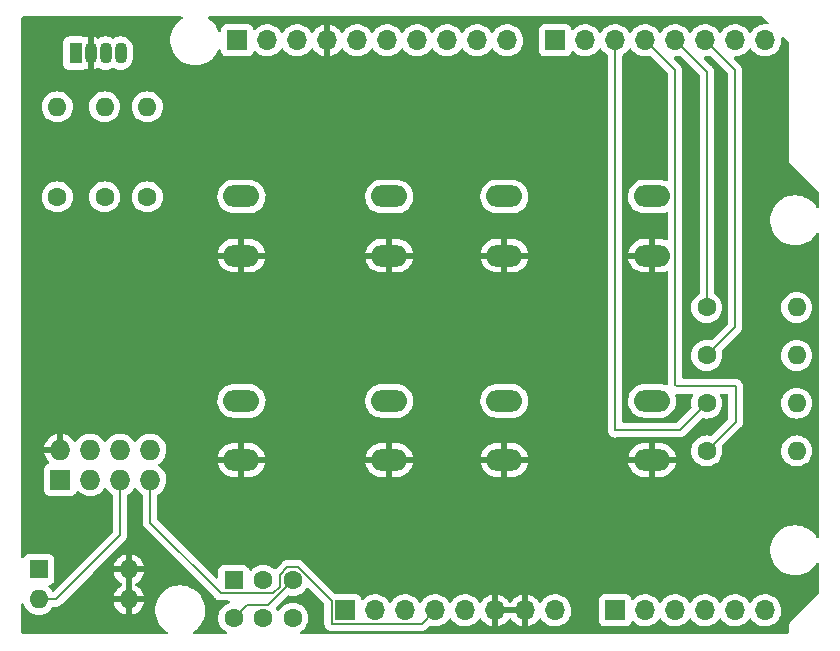
<source format=gbl>
%TF.GenerationSoftware,KiCad,Pcbnew,(6.0.10-0)*%
%TF.CreationDate,2023-01-25T21:57:08-05:00*%
%TF.ProjectId,AWB-0412_HeroShield,4157422d-3034-4313-925f-4865726f5368,rev?*%
%TF.SameCoordinates,Original*%
%TF.FileFunction,Copper,L2,Bot*%
%TF.FilePolarity,Positive*%
%FSLAX46Y46*%
G04 Gerber Fmt 4.6, Leading zero omitted, Abs format (unit mm)*
G04 Created by KiCad (PCBNEW (6.0.10-0)) date 2023-01-25 21:57:08*
%MOMM*%
%LPD*%
G01*
G04 APERTURE LIST*
%TA.AperFunction,ComponentPad*%
%ADD10O,3.048000X1.850000*%
%TD*%
%TA.AperFunction,ComponentPad*%
%ADD11C,1.600000*%
%TD*%
%TA.AperFunction,ComponentPad*%
%ADD12O,1.600000X1.600000*%
%TD*%
%TA.AperFunction,ComponentPad*%
%ADD13R,1.600000X1.600000*%
%TD*%
%TA.AperFunction,ComponentPad*%
%ADD14R,1.070000X1.800000*%
%TD*%
%TA.AperFunction,ComponentPad*%
%ADD15O,1.070000X1.800000*%
%TD*%
%TA.AperFunction,ComponentPad*%
%ADD16R,1.727200X1.727200*%
%TD*%
%TA.AperFunction,ComponentPad*%
%ADD17O,1.727200X1.727200*%
%TD*%
%TA.AperFunction,ComponentPad*%
%ADD18R,1.700000X1.700000*%
%TD*%
%TA.AperFunction,ComponentPad*%
%ADD19O,1.700000X1.700000*%
%TD*%
%TA.AperFunction,Conductor*%
%ADD20C,0.200000*%
%TD*%
G04 APERTURE END LIST*
D10*
%TO.P,Btn1,1,1*%
%TO.N,/2*%
X119160000Y-62420000D03*
X131660000Y-62420000D03*
%TO.P,Btn1,2,2*%
%TO.N,GND*%
X119160000Y-67420000D03*
X131660000Y-67420000D03*
%TD*%
D11*
%TO.P,220ohm,1*%
%TO.N,/12*%
X107570000Y-62450000D03*
D12*
%TO.P,220ohm,2*%
%TO.N,Net-(220ohm2-Pad2)*%
X107570000Y-54830000D03*
%TD*%
D11*
%TO.P,220ohm,1*%
%TO.N,/13*%
X103570000Y-62450000D03*
D12*
%TO.P,220ohm,2*%
%TO.N,Net-(D1-Pad1)*%
X103570000Y-54830000D03*
%TD*%
D10*
%TO.P,Btn3,1,1*%
%TO.N,/4*%
X131660000Y-79720000D03*
X119160000Y-79720000D03*
%TO.P,Btn3,2,2*%
%TO.N,GND*%
X119160000Y-84720000D03*
X131660000Y-84720000D03*
%TD*%
D13*
%TO.P,PrgmMode | RST,1*%
%TO.N,Net-(SW6-Pad1)*%
X102000000Y-94000000D03*
D12*
%TO.P,PrgmMode | RST,2*%
%TO.N,Net-(SW6-Pad2)*%
X102000000Y-96540000D03*
%TO.P,PrgmMode | RST,3*%
%TO.N,GND*%
X109620000Y-96540000D03*
%TO.P,PrgmMode | RST,4*%
X109620000Y-94000000D03*
%TD*%
D11*
%TO.P,10ohm,1*%
%TO.N,/4*%
X158547000Y-83970000D03*
D12*
%TO.P,10ohm,2*%
%TO.N,+5V*%
X166167000Y-83970000D03*
%TD*%
D13*
%TO.P,Hero Passthrough,1,A*%
%TO.N,/TX{slash}1*%
X118500000Y-94920000D03*
D11*
%TO.P,Hero Passthrough,2,B*%
%TO.N,Net-(SW5-Pad2)*%
X121000000Y-94920000D03*
%TO.P,Hero Passthrough,3,C*%
%TO.N,/RX{slash}0*%
X123500000Y-94920000D03*
%TO.P,Hero Passthrough,4,A*%
X118500000Y-98120000D03*
%TO.P,Hero Passthrough,5,B*%
%TO.N,Net-(SW5-Pad5)*%
X121000000Y-98120000D03*
%TO.P,Hero Passthrough,6,C*%
%TO.N,/TX{slash}1*%
X123500000Y-98120000D03*
%TD*%
%TO.P,220ohm,1*%
%TO.N,/\u002A11*%
X111190000Y-62450000D03*
D12*
%TO.P,220ohm,2*%
%TO.N,Net-(220ohm3-Pad2)*%
X111190000Y-54830000D03*
%TD*%
D10*
%TO.P,Btn2,1,1*%
%TO.N,/\u002A3*%
X141420000Y-62420000D03*
X153920000Y-62420000D03*
%TO.P,Btn2,2,2*%
%TO.N,GND*%
X153920000Y-67420000D03*
X141420000Y-67420000D03*
%TD*%
%TO.P,Btn4,1,1*%
%TO.N,/\u002A5*%
X153920000Y-79720000D03*
X141420000Y-79720000D03*
%TO.P,Btn4,2,2*%
%TO.N,GND*%
X153920000Y-84720000D03*
X141420000Y-84720000D03*
%TD*%
D11*
%TO.P,10ohm,1*%
%TO.N,/\u002A3*%
X158547000Y-71820000D03*
D12*
%TO.P,10ohm,2*%
%TO.N,+5V*%
X166167000Y-71820000D03*
%TD*%
D14*
%TO.P,LED,1,DO*%
%TO.N,Net-(D1-Pad1)*%
X105110900Y-50280000D03*
D15*
%TO.P,LED,2,GND*%
%TO.N,GND*%
X106380900Y-50280000D03*
%TO.P,LED,3,VDD*%
%TO.N,Net-(220ohm2-Pad2)*%
X107650900Y-50280000D03*
%TO.P,LED,4,DI*%
%TO.N,Net-(220ohm3-Pad2)*%
X108920900Y-50280000D03*
%TD*%
D11*
%TO.P,10ohm,1*%
%TO.N,/2*%
X158547000Y-75870000D03*
D12*
%TO.P,10ohm,2*%
%TO.N,+5V*%
X166167000Y-75870000D03*
%TD*%
D16*
%TO.P,ESP8266 ESP-01,1,UTXD*%
%TO.N,Net-(SW5-Pad5)*%
X103810000Y-86411000D03*
D17*
%TO.P,ESP8266 ESP-01,2,GND*%
%TO.N,GND*%
X103810000Y-83871000D03*
%TO.P,ESP8266 ESP-01,3,CH_PD*%
%TO.N,+3V3*%
X106350000Y-86411000D03*
%TO.P,ESP8266 ESP-01,4,GPIO2*%
%TO.N,unconnected-(U1-Pad4)*%
X106350000Y-83871000D03*
%TO.P,ESP8266 ESP-01,5,RST*%
%TO.N,Net-(SW6-Pad2)*%
X108890000Y-86411000D03*
%TO.P,ESP8266 ESP-01,6,GPIO0*%
%TO.N,Net-(SW6-Pad1)*%
X108890000Y-83871000D03*
%TO.P,ESP8266 ESP-01,7,VCC*%
%TO.N,+3V3*%
X111430000Y-86411000D03*
%TO.P,ESP8266 ESP-01,8,URXD*%
%TO.N,Net-(SW5-Pad2)*%
X111430000Y-83871000D03*
%TD*%
D11*
%TO.P,10ohm,1*%
%TO.N,/\u002A5*%
X158547000Y-79920000D03*
D12*
%TO.P,10ohm,2*%
%TO.N,+5V*%
X166167000Y-79920000D03*
%TD*%
D18*
%TO.P,J1,1,Pin_1*%
%TO.N,unconnected-(J1-Pad1)*%
X127940000Y-97460000D03*
D19*
%TO.P,J1,2,Pin_2*%
%TO.N,/IOREF*%
X130480000Y-97460000D03*
%TO.P,J1,3,Pin_3*%
%TO.N,/~{RESET}*%
X133020000Y-97460000D03*
%TO.P,J1,4,Pin_4*%
%TO.N,+3V3*%
X135560000Y-97460000D03*
%TO.P,J1,5,Pin_5*%
%TO.N,+5V*%
X138100000Y-97460000D03*
%TO.P,J1,6,Pin_6*%
%TO.N,GND*%
X140640000Y-97460000D03*
%TO.P,J1,7,Pin_7*%
X143180000Y-97460000D03*
%TO.P,J1,8,Pin_8*%
%TO.N,VCC*%
X145720000Y-97460000D03*
%TD*%
D18*
%TO.P,J3,1,Pin_1*%
%TO.N,/A0*%
X150800000Y-97460000D03*
D19*
%TO.P,J3,2,Pin_2*%
%TO.N,/A1*%
X153340000Y-97460000D03*
%TO.P,J3,3,Pin_3*%
%TO.N,/A2*%
X155880000Y-97460000D03*
%TO.P,J3,4,Pin_4*%
%TO.N,/A3*%
X158420000Y-97460000D03*
%TO.P,J3,5,Pin_5*%
%TO.N,/SDA{slash}A4*%
X160960000Y-97460000D03*
%TO.P,J3,6,Pin_6*%
%TO.N,/SCL{slash}A5*%
X163500000Y-97460000D03*
%TD*%
D18*
%TO.P,J2,1,Pin_1*%
%TO.N,/SCL{slash}A5*%
X118796000Y-49200000D03*
D19*
%TO.P,J2,2,Pin_2*%
%TO.N,/SDA{slash}A4*%
X121336000Y-49200000D03*
%TO.P,J2,3,Pin_3*%
%TO.N,/AREF*%
X123876000Y-49200000D03*
%TO.P,J2,4,Pin_4*%
%TO.N,GND*%
X126416000Y-49200000D03*
%TO.P,J2,5,Pin_5*%
%TO.N,/13*%
X128956000Y-49200000D03*
%TO.P,J2,6,Pin_6*%
%TO.N,/12*%
X131496000Y-49200000D03*
%TO.P,J2,7,Pin_7*%
%TO.N,/\u002A11*%
X134036000Y-49200000D03*
%TO.P,J2,8,Pin_8*%
%TO.N,/\u002A10*%
X136576000Y-49200000D03*
%TO.P,J2,9,Pin_9*%
%TO.N,/\u002A9*%
X139116000Y-49200000D03*
%TO.P,J2,10,Pin_10*%
%TO.N,/8*%
X141656000Y-49200000D03*
%TD*%
D18*
%TO.P,J4,1,Pin_1*%
%TO.N,/7*%
X145720000Y-49200000D03*
D19*
%TO.P,J4,2,Pin_2*%
%TO.N,/\u002A6*%
X148260000Y-49200000D03*
%TO.P,J4,3,Pin_3*%
%TO.N,/\u002A5*%
X150800000Y-49200000D03*
%TO.P,J4,4,Pin_4*%
%TO.N,/4*%
X153340000Y-49200000D03*
%TO.P,J4,5,Pin_5*%
%TO.N,/\u002A3*%
X155880000Y-49200000D03*
%TO.P,J4,6,Pin_6*%
%TO.N,/2*%
X158420000Y-49200000D03*
%TO.P,J4,7,Pin_7*%
%TO.N,/TX{slash}1*%
X160960000Y-49200000D03*
%TO.P,J4,8,Pin_8*%
%TO.N,/RX{slash}0*%
X163500000Y-49200000D03*
%TD*%
D20*
%TO.N,/4*%
X158547000Y-83970000D02*
X161000000Y-81517000D01*
X156000000Y-78500000D02*
X155880000Y-78380000D01*
X161000000Y-81517000D02*
X161000000Y-78500000D01*
X155880000Y-78380000D02*
X155880000Y-51740000D01*
X155880000Y-51740000D02*
X153340000Y-49200000D01*
X161000000Y-78500000D02*
X156000000Y-78500000D01*
%TO.N,/2*%
X158547000Y-75870000D02*
X160960000Y-73457000D01*
X160960000Y-73457000D02*
X160960000Y-51740000D01*
X160960000Y-51740000D02*
X158420000Y-49200000D01*
%TO.N,/\u002A5*%
X150800000Y-49200000D02*
X150800000Y-82220000D01*
X156247000Y-82220000D02*
X158547000Y-79920000D01*
X158547000Y-79920000D02*
X158547000Y-79807000D01*
X150800000Y-82220000D02*
X156247000Y-82220000D01*
%TO.N,/\u002A3*%
X158547000Y-71820000D02*
X158547000Y-51867000D01*
X158547000Y-51867000D02*
X155880000Y-49200000D01*
%TO.N,/RX{slash}0*%
X118500000Y-98120000D02*
X119600000Y-97020000D01*
X119600000Y-97020000D02*
X121400000Y-97020000D01*
X121400000Y-97020000D02*
X123500000Y-94920000D01*
%TO.N,+3V3*%
X122400000Y-94464365D02*
X123044365Y-93820000D01*
X123955635Y-93820000D02*
X126790000Y-96654365D01*
X111430000Y-90050000D02*
X117400000Y-96020000D01*
X123044365Y-93820000D02*
X123955635Y-93820000D01*
X111430000Y-86411000D02*
X111430000Y-90050000D01*
X122400000Y-95454315D02*
X122400000Y-94464365D01*
X117400000Y-96020000D02*
X121834315Y-96020000D01*
X126790000Y-96654365D02*
X126790000Y-98610000D01*
X121834315Y-96020000D02*
X122400000Y-95454315D01*
X126790000Y-98610000D02*
X134410000Y-98610000D01*
X134410000Y-98610000D02*
X135560000Y-97460000D01*
%TO.N,Net-(SW6-Pad2)*%
X102000000Y-96540000D02*
X103460000Y-96540000D01*
X103460000Y-96540000D02*
X108890000Y-91110000D01*
X108890000Y-91110000D02*
X108890000Y-86411000D01*
%TD*%
%TA.AperFunction,Conductor*%
%TO.N,GND*%
G36*
X110249032Y-87117816D02*
G01*
X110269125Y-87142799D01*
X110316275Y-87219743D01*
X110316283Y-87219753D01*
X110318975Y-87224147D01*
X110466702Y-87394687D01*
X110640299Y-87538810D01*
X110644751Y-87541412D01*
X110644756Y-87541415D01*
X110759071Y-87608215D01*
X110807794Y-87659854D01*
X110821500Y-87717003D01*
X110821500Y-90001864D01*
X110820422Y-90018307D01*
X110816250Y-90050000D01*
X110821500Y-90089880D01*
X110821500Y-90089885D01*
X110834609Y-90189457D01*
X110837162Y-90208851D01*
X110898476Y-90356876D01*
X110903503Y-90363427D01*
X110903504Y-90363429D01*
X110971520Y-90452069D01*
X110971526Y-90452075D01*
X110996013Y-90483987D01*
X111002568Y-90489017D01*
X111021379Y-90503452D01*
X111033770Y-90514319D01*
X116935681Y-96416229D01*
X116946548Y-96428620D01*
X116960984Y-96447434D01*
X116960987Y-96447437D01*
X116966013Y-96453987D01*
X116972563Y-96459013D01*
X116972567Y-96459017D01*
X116997927Y-96478476D01*
X116997929Y-96478477D01*
X117093124Y-96551524D01*
X117100750Y-96554683D01*
X117100752Y-96554684D01*
X117126341Y-96565283D01*
X117241149Y-96612838D01*
X117249334Y-96613916D01*
X117249336Y-96613916D01*
X117253622Y-96614480D01*
X117360112Y-96628500D01*
X117360124Y-96628501D01*
X117391810Y-96632672D01*
X117391811Y-96632672D01*
X117400000Y-96633750D01*
X117431693Y-96629578D01*
X117448136Y-96628500D01*
X118053634Y-96628500D01*
X118121755Y-96648502D01*
X118168248Y-96702158D01*
X118178352Y-96772432D01*
X118148858Y-96837012D01*
X118086245Y-96876207D01*
X118056067Y-96884293D01*
X118056065Y-96884294D01*
X118050757Y-96885716D01*
X118045776Y-96888039D01*
X118045775Y-96888039D01*
X117848238Y-96980151D01*
X117848233Y-96980154D01*
X117843251Y-96982477D01*
X117782749Y-97024841D01*
X117660211Y-97110643D01*
X117660208Y-97110645D01*
X117655700Y-97113802D01*
X117493802Y-97275700D01*
X117490645Y-97280208D01*
X117490643Y-97280211D01*
X117460648Y-97323049D01*
X117362477Y-97463251D01*
X117360154Y-97468233D01*
X117360151Y-97468238D01*
X117291816Y-97614784D01*
X117265716Y-97670757D01*
X117264294Y-97676065D01*
X117264293Y-97676067D01*
X117225325Y-97821498D01*
X117206457Y-97891913D01*
X117186502Y-98120000D01*
X117206457Y-98348087D01*
X117207881Y-98353400D01*
X117207881Y-98353402D01*
X117247477Y-98501173D01*
X117265716Y-98569243D01*
X117268039Y-98574224D01*
X117268039Y-98574225D01*
X117360151Y-98771762D01*
X117360154Y-98771767D01*
X117362477Y-98776749D01*
X117435902Y-98881611D01*
X117460595Y-98916875D01*
X117493802Y-98964300D01*
X117655700Y-99126198D01*
X117660208Y-99129355D01*
X117660211Y-99129357D01*
X117837757Y-99253676D01*
X117843251Y-99257523D01*
X117843379Y-99257583D01*
X117891226Y-99307766D01*
X117904660Y-99377480D01*
X117878272Y-99443391D01*
X117820439Y-99484571D01*
X117779231Y-99491500D01*
X115144857Y-99491500D01*
X115076736Y-99471498D01*
X115030243Y-99417842D01*
X115020139Y-99347568D01*
X115049633Y-99282988D01*
X115072406Y-99262413D01*
X115244413Y-99141524D01*
X115300023Y-99102441D01*
X115453535Y-98959789D01*
X115507479Y-98909661D01*
X115507481Y-98909658D01*
X115510622Y-98906740D01*
X115692713Y-98684268D01*
X115842927Y-98439142D01*
X115846927Y-98430031D01*
X115956757Y-98179830D01*
X115958483Y-98175898D01*
X115963742Y-98157438D01*
X116036068Y-97903534D01*
X116037244Y-97899406D01*
X116077751Y-97614784D01*
X116077845Y-97596951D01*
X116079235Y-97331583D01*
X116079235Y-97331576D01*
X116079257Y-97327297D01*
X116072376Y-97275026D01*
X116042292Y-97046522D01*
X116041732Y-97042266D01*
X116028543Y-96994053D01*
X115998905Y-96885716D01*
X115965871Y-96764964D01*
X115939082Y-96702158D01*
X115854763Y-96504476D01*
X115854761Y-96504472D01*
X115853077Y-96500524D01*
X115749704Y-96327800D01*
X115707643Y-96257521D01*
X115707640Y-96257517D01*
X115705439Y-96253839D01*
X115525687Y-96029472D01*
X115317149Y-95831577D01*
X115083683Y-95663814D01*
X115061843Y-95652250D01*
X115038654Y-95639972D01*
X114829608Y-95529288D01*
X114559627Y-95430489D01*
X114278736Y-95369245D01*
X114247685Y-95366801D01*
X114055718Y-95351693D01*
X114055709Y-95351693D01*
X114053261Y-95351500D01*
X113897729Y-95351500D01*
X113895593Y-95351646D01*
X113895582Y-95351646D01*
X113687452Y-95365835D01*
X113687446Y-95365836D01*
X113683175Y-95366127D01*
X113678980Y-95366996D01*
X113678978Y-95366996D01*
X113595927Y-95384195D01*
X113401658Y-95424426D01*
X113130657Y-95520393D01*
X112875188Y-95652250D01*
X112871687Y-95654711D01*
X112871683Y-95654713D01*
X112813365Y-95695700D01*
X112639977Y-95817559D01*
X112577266Y-95875834D01*
X112465846Y-95979372D01*
X112429378Y-96013260D01*
X112247287Y-96235732D01*
X112097073Y-96480858D01*
X112095347Y-96484791D01*
X112095346Y-96484792D01*
X112030455Y-96632617D01*
X111981517Y-96744102D01*
X111980342Y-96748229D01*
X111980341Y-96748230D01*
X111957652Y-96827881D01*
X111902756Y-97020594D01*
X111862249Y-97305216D01*
X111862227Y-97309505D01*
X111862226Y-97309512D01*
X111860972Y-97548972D01*
X111860743Y-97592703D01*
X111898268Y-97877734D01*
X111974129Y-98155036D01*
X111975813Y-98158984D01*
X112080591Y-98404630D01*
X112086923Y-98419476D01*
X112133637Y-98497529D01*
X112212105Y-98628639D01*
X112234561Y-98666161D01*
X112414313Y-98890528D01*
X112487299Y-98959789D01*
X112581324Y-99049015D01*
X112622851Y-99088423D01*
X112856317Y-99256186D01*
X112860119Y-99258199D01*
X112860464Y-99258413D01*
X112907819Y-99311309D01*
X112919059Y-99381411D01*
X112890615Y-99446460D01*
X112831518Y-99485806D01*
X112794068Y-99491500D01*
X100811367Y-99491500D01*
X100791982Y-99490000D01*
X100777149Y-99487690D01*
X100777145Y-99487690D01*
X100768276Y-99486309D01*
X100759371Y-99487473D01*
X100750402Y-99487364D01*
X100750412Y-99486550D01*
X100728902Y-99486257D01*
X100703378Y-99482215D01*
X100665884Y-99470033D01*
X100630776Y-99452145D01*
X100598883Y-99428973D01*
X100571027Y-99401117D01*
X100547855Y-99369225D01*
X100529966Y-99334116D01*
X100517785Y-99296622D01*
X100514661Y-99276894D01*
X100513769Y-99250554D01*
X100513576Y-99250552D01*
X100513627Y-99246357D01*
X100513729Y-99238000D01*
X100509773Y-99210376D01*
X100508500Y-99192514D01*
X100508500Y-96986366D01*
X100528502Y-96918245D01*
X100582158Y-96871752D01*
X100652432Y-96861648D01*
X100717012Y-96891142D01*
X100756207Y-96953755D01*
X100760937Y-96971406D01*
X100765716Y-96989243D01*
X100768039Y-96994224D01*
X100768039Y-96994225D01*
X100860151Y-97191762D01*
X100860154Y-97191767D01*
X100862477Y-97196749D01*
X100993802Y-97384300D01*
X101155700Y-97546198D01*
X101160208Y-97549355D01*
X101160211Y-97549357D01*
X101215995Y-97588417D01*
X101343251Y-97677523D01*
X101348233Y-97679846D01*
X101348238Y-97679849D01*
X101494538Y-97748069D01*
X101550757Y-97774284D01*
X101556065Y-97775706D01*
X101556067Y-97775707D01*
X101766598Y-97832119D01*
X101766600Y-97832119D01*
X101771913Y-97833543D01*
X102000000Y-97853498D01*
X102228087Y-97833543D01*
X102233400Y-97832119D01*
X102233402Y-97832119D01*
X102443933Y-97775707D01*
X102443935Y-97775706D01*
X102449243Y-97774284D01*
X102505462Y-97748069D01*
X102651762Y-97679849D01*
X102651767Y-97679846D01*
X102656749Y-97677523D01*
X102784005Y-97588417D01*
X102839789Y-97549357D01*
X102839792Y-97549355D01*
X102844300Y-97546198D01*
X103006198Y-97384300D01*
X103058566Y-97309512D01*
X103133686Y-97202229D01*
X103189143Y-97157901D01*
X103236899Y-97148500D01*
X103411864Y-97148500D01*
X103428307Y-97149578D01*
X103460000Y-97153750D01*
X103468189Y-97152672D01*
X103499874Y-97148501D01*
X103499884Y-97148500D01*
X103499885Y-97148500D01*
X103599457Y-97135391D01*
X103610664Y-97133916D01*
X103610666Y-97133915D01*
X103618851Y-97132838D01*
X103766876Y-97071524D01*
X103805006Y-97042266D01*
X103862072Y-96998477D01*
X103862075Y-96998474D01*
X103867612Y-96994225D01*
X103893987Y-96973987D01*
X103909512Y-96953755D01*
X103913452Y-96948621D01*
X103924319Y-96936230D01*
X104054027Y-96806522D01*
X108337273Y-96806522D01*
X108384764Y-96983761D01*
X108388510Y-96994053D01*
X108480586Y-97191511D01*
X108486069Y-97201007D01*
X108611028Y-97379467D01*
X108618084Y-97387875D01*
X108772125Y-97541916D01*
X108780533Y-97548972D01*
X108958993Y-97673931D01*
X108968489Y-97679414D01*
X109165947Y-97771490D01*
X109176239Y-97775236D01*
X109348503Y-97821394D01*
X109362599Y-97821058D01*
X109366000Y-97813116D01*
X109366000Y-97807967D01*
X109874000Y-97807967D01*
X109877973Y-97821498D01*
X109886522Y-97822727D01*
X110063761Y-97775236D01*
X110074053Y-97771490D01*
X110271511Y-97679414D01*
X110281007Y-97673931D01*
X110459467Y-97548972D01*
X110467875Y-97541916D01*
X110621916Y-97387875D01*
X110628972Y-97379467D01*
X110753931Y-97201007D01*
X110759414Y-97191511D01*
X110851490Y-96994053D01*
X110855236Y-96983761D01*
X110901394Y-96811497D01*
X110901058Y-96797401D01*
X110893116Y-96794000D01*
X109892115Y-96794000D01*
X109876876Y-96798475D01*
X109875671Y-96799865D01*
X109874000Y-96807548D01*
X109874000Y-97807967D01*
X109366000Y-97807967D01*
X109366000Y-96812115D01*
X109361525Y-96796876D01*
X109360135Y-96795671D01*
X109352452Y-96794000D01*
X108352033Y-96794000D01*
X108338502Y-96797973D01*
X108337273Y-96806522D01*
X104054027Y-96806522D01*
X106594027Y-94266522D01*
X108337273Y-94266522D01*
X108384764Y-94443761D01*
X108388510Y-94454053D01*
X108480586Y-94651511D01*
X108486069Y-94661007D01*
X108611028Y-94839467D01*
X108618084Y-94847875D01*
X108772125Y-95001916D01*
X108780533Y-95008972D01*
X108958993Y-95133931D01*
X108968489Y-95139414D01*
X109003641Y-95155805D01*
X109056926Y-95202722D01*
X109076387Y-95270999D01*
X109055845Y-95338959D01*
X109003641Y-95384195D01*
X108968489Y-95400586D01*
X108958993Y-95406069D01*
X108780533Y-95531028D01*
X108772125Y-95538084D01*
X108618084Y-95692125D01*
X108611028Y-95700533D01*
X108486069Y-95878993D01*
X108480586Y-95888489D01*
X108388510Y-96085947D01*
X108384764Y-96096239D01*
X108338606Y-96268503D01*
X108338942Y-96282599D01*
X108346884Y-96286000D01*
X109347885Y-96286000D01*
X109363124Y-96281525D01*
X109364329Y-96280135D01*
X109366000Y-96272452D01*
X109366000Y-96267885D01*
X109874000Y-96267885D01*
X109878475Y-96283124D01*
X109879865Y-96284329D01*
X109887548Y-96286000D01*
X110887967Y-96286000D01*
X110901498Y-96282027D01*
X110902727Y-96273478D01*
X110855236Y-96096239D01*
X110851490Y-96085947D01*
X110759414Y-95888489D01*
X110753931Y-95878993D01*
X110628972Y-95700533D01*
X110621916Y-95692125D01*
X110467875Y-95538084D01*
X110459467Y-95531028D01*
X110281007Y-95406069D01*
X110271511Y-95400586D01*
X110236359Y-95384195D01*
X110183074Y-95337278D01*
X110163613Y-95269001D01*
X110184155Y-95201041D01*
X110236359Y-95155805D01*
X110271511Y-95139414D01*
X110281007Y-95133931D01*
X110459467Y-95008972D01*
X110467875Y-95001916D01*
X110621916Y-94847875D01*
X110628972Y-94839467D01*
X110753931Y-94661007D01*
X110759414Y-94651511D01*
X110851490Y-94454053D01*
X110855236Y-94443761D01*
X110901394Y-94271497D01*
X110901058Y-94257401D01*
X110893116Y-94254000D01*
X109892115Y-94254000D01*
X109876876Y-94258475D01*
X109875671Y-94259865D01*
X109874000Y-94267548D01*
X109874000Y-96267885D01*
X109366000Y-96267885D01*
X109366000Y-94272115D01*
X109361525Y-94256876D01*
X109360135Y-94255671D01*
X109352452Y-94254000D01*
X108352033Y-94254000D01*
X108338502Y-94257973D01*
X108337273Y-94266522D01*
X106594027Y-94266522D01*
X107132046Y-93728503D01*
X108338606Y-93728503D01*
X108338942Y-93742599D01*
X108346884Y-93746000D01*
X109347885Y-93746000D01*
X109363124Y-93741525D01*
X109364329Y-93740135D01*
X109366000Y-93732452D01*
X109366000Y-93727885D01*
X109874000Y-93727885D01*
X109878475Y-93743124D01*
X109879865Y-93744329D01*
X109887548Y-93746000D01*
X110887967Y-93746000D01*
X110901498Y-93742027D01*
X110902727Y-93733478D01*
X110855236Y-93556239D01*
X110851490Y-93545947D01*
X110759414Y-93348489D01*
X110753931Y-93338993D01*
X110628972Y-93160533D01*
X110621916Y-93152125D01*
X110467875Y-92998084D01*
X110459467Y-92991028D01*
X110281007Y-92866069D01*
X110271511Y-92860586D01*
X110074053Y-92768510D01*
X110063761Y-92764764D01*
X109891497Y-92718606D01*
X109877401Y-92718942D01*
X109874000Y-92726884D01*
X109874000Y-93727885D01*
X109366000Y-93727885D01*
X109366000Y-92732033D01*
X109362027Y-92718502D01*
X109353478Y-92717273D01*
X109176239Y-92764764D01*
X109165947Y-92768510D01*
X108968489Y-92860586D01*
X108958993Y-92866069D01*
X108780533Y-92991028D01*
X108772125Y-92998084D01*
X108618084Y-93152125D01*
X108611028Y-93160533D01*
X108486069Y-93338993D01*
X108480586Y-93348489D01*
X108388510Y-93545947D01*
X108384764Y-93556239D01*
X108338606Y-93728503D01*
X107132046Y-93728503D01*
X109286234Y-91574315D01*
X109298625Y-91563448D01*
X109317437Y-91549013D01*
X109323987Y-91543987D01*
X109348474Y-91512075D01*
X109348478Y-91512071D01*
X109421524Y-91416876D01*
X109482838Y-91268851D01*
X109503751Y-91110000D01*
X109499578Y-91078301D01*
X109498500Y-91061856D01*
X109498500Y-87719464D01*
X109518502Y-87651343D01*
X109569065Y-87606315D01*
X109594982Y-87593618D01*
X109599192Y-87590615D01*
X109599197Y-87590612D01*
X109774455Y-87465601D01*
X109774459Y-87465597D01*
X109778667Y-87462596D01*
X109938487Y-87303333D01*
X110059370Y-87135107D01*
X110115364Y-87091459D01*
X110186068Y-87085013D01*
X110249032Y-87117816D01*
G37*
%TD.AperFunction*%
%TA.AperFunction,Conductor*%
G36*
X114133264Y-47188502D02*
G01*
X114179757Y-47242158D01*
X114189861Y-47312432D01*
X114160367Y-47377012D01*
X114137594Y-47397587D01*
X114125163Y-47406324D01*
X113909977Y-47557559D01*
X113894892Y-47571577D01*
X113762632Y-47694481D01*
X113699378Y-47753260D01*
X113517287Y-47975732D01*
X113367073Y-48220858D01*
X113365347Y-48224791D01*
X113365346Y-48224792D01*
X113313835Y-48342138D01*
X113251517Y-48484102D01*
X113250342Y-48488229D01*
X113250341Y-48488230D01*
X113246967Y-48500074D01*
X113172756Y-48760594D01*
X113149182Y-48926235D01*
X113133124Y-49039071D01*
X113132249Y-49045216D01*
X113132227Y-49049505D01*
X113132226Y-49049512D01*
X113130765Y-49328417D01*
X113130743Y-49332703D01*
X113131302Y-49336947D01*
X113131302Y-49336951D01*
X113138249Y-49389715D01*
X113168268Y-49617734D01*
X113244129Y-49895036D01*
X113245813Y-49898984D01*
X113341202Y-50122618D01*
X113356923Y-50159476D01*
X113504561Y-50406161D01*
X113684313Y-50630528D01*
X113892851Y-50828423D01*
X114126317Y-50996186D01*
X114130112Y-50998195D01*
X114130113Y-50998196D01*
X114151869Y-51009715D01*
X114380392Y-51130712D01*
X114404699Y-51139607D01*
X114637273Y-51224717D01*
X114650373Y-51229511D01*
X114931264Y-51290755D01*
X114959841Y-51293004D01*
X115154282Y-51308307D01*
X115154291Y-51308307D01*
X115156739Y-51308500D01*
X115312271Y-51308500D01*
X115314407Y-51308354D01*
X115314418Y-51308354D01*
X115522548Y-51294165D01*
X115522554Y-51294164D01*
X115526825Y-51293873D01*
X115531020Y-51293004D01*
X115531022Y-51293004D01*
X115667584Y-51264723D01*
X115808342Y-51235574D01*
X116079343Y-51139607D01*
X116334812Y-51007750D01*
X116338313Y-51005289D01*
X116338317Y-51005287D01*
X116475410Y-50908936D01*
X116570023Y-50842441D01*
X116715512Y-50707244D01*
X116777479Y-50649661D01*
X116777481Y-50649658D01*
X116780622Y-50646740D01*
X116962713Y-50424268D01*
X117112927Y-50179142D01*
X117116927Y-50170031D01*
X117196127Y-49989607D01*
X117241823Y-49935271D01*
X117309641Y-49914266D01*
X117378049Y-49933260D01*
X117425329Y-49986224D01*
X117437500Y-50040252D01*
X117437500Y-50098134D01*
X117444255Y-50160316D01*
X117495385Y-50296705D01*
X117582739Y-50413261D01*
X117699295Y-50500615D01*
X117835684Y-50551745D01*
X117897866Y-50558500D01*
X119694134Y-50558500D01*
X119756316Y-50551745D01*
X119892705Y-50500615D01*
X120009261Y-50413261D01*
X120096615Y-50296705D01*
X120118799Y-50237529D01*
X120140598Y-50179382D01*
X120183240Y-50122618D01*
X120249802Y-50097918D01*
X120319150Y-50113126D01*
X120353817Y-50141114D01*
X120382250Y-50173938D01*
X120554126Y-50316632D01*
X120747000Y-50429338D01*
X120751825Y-50431180D01*
X120751826Y-50431181D01*
X120824612Y-50458975D01*
X120955692Y-50509030D01*
X120960760Y-50510061D01*
X120960763Y-50510062D01*
X121055862Y-50529410D01*
X121174597Y-50553567D01*
X121179772Y-50553757D01*
X121179774Y-50553757D01*
X121392673Y-50561564D01*
X121392677Y-50561564D01*
X121397837Y-50561753D01*
X121402957Y-50561097D01*
X121402959Y-50561097D01*
X121614288Y-50534025D01*
X121614289Y-50534025D01*
X121619416Y-50533368D01*
X121624376Y-50531880D01*
X121828429Y-50470661D01*
X121828434Y-50470659D01*
X121833384Y-50469174D01*
X122033994Y-50370896D01*
X122215860Y-50241173D01*
X122374096Y-50083489D01*
X122504453Y-49902077D01*
X122505776Y-49903028D01*
X122552645Y-49859857D01*
X122622580Y-49847625D01*
X122688026Y-49875144D01*
X122715875Y-49906994D01*
X122775987Y-50005088D01*
X122922250Y-50173938D01*
X123094126Y-50316632D01*
X123287000Y-50429338D01*
X123291825Y-50431180D01*
X123291826Y-50431181D01*
X123364612Y-50458975D01*
X123495692Y-50509030D01*
X123500760Y-50510061D01*
X123500763Y-50510062D01*
X123595862Y-50529410D01*
X123714597Y-50553567D01*
X123719772Y-50553757D01*
X123719774Y-50553757D01*
X123932673Y-50561564D01*
X123932677Y-50561564D01*
X123937837Y-50561753D01*
X123942957Y-50561097D01*
X123942959Y-50561097D01*
X124154288Y-50534025D01*
X124154289Y-50534025D01*
X124159416Y-50533368D01*
X124164376Y-50531880D01*
X124368429Y-50470661D01*
X124368434Y-50470659D01*
X124373384Y-50469174D01*
X124573994Y-50370896D01*
X124755860Y-50241173D01*
X124914096Y-50083489D01*
X125044453Y-49902077D01*
X125045640Y-49902930D01*
X125092960Y-49859362D01*
X125162897Y-49847145D01*
X125228338Y-49874678D01*
X125256166Y-49906511D01*
X125313694Y-50000388D01*
X125319777Y-50008699D01*
X125459213Y-50169667D01*
X125466580Y-50176883D01*
X125630434Y-50312916D01*
X125638881Y-50318831D01*
X125822756Y-50426279D01*
X125832042Y-50430729D01*
X126031001Y-50506703D01*
X126040899Y-50509579D01*
X126144250Y-50530606D01*
X126158299Y-50529410D01*
X126162000Y-50519065D01*
X126162000Y-50518517D01*
X126670000Y-50518517D01*
X126674064Y-50532359D01*
X126687478Y-50534393D01*
X126694184Y-50533534D01*
X126704262Y-50531392D01*
X126908255Y-50470191D01*
X126917842Y-50466433D01*
X127109095Y-50372739D01*
X127117945Y-50367464D01*
X127291328Y-50243792D01*
X127299200Y-50237139D01*
X127450052Y-50086812D01*
X127456730Y-50078965D01*
X127584022Y-49901819D01*
X127585279Y-49902722D01*
X127632373Y-49859362D01*
X127702311Y-49847145D01*
X127767751Y-49874678D01*
X127795579Y-49906511D01*
X127855987Y-50005088D01*
X128002250Y-50173938D01*
X128174126Y-50316632D01*
X128367000Y-50429338D01*
X128371825Y-50431180D01*
X128371826Y-50431181D01*
X128444612Y-50458975D01*
X128575692Y-50509030D01*
X128580760Y-50510061D01*
X128580763Y-50510062D01*
X128675862Y-50529410D01*
X128794597Y-50553567D01*
X128799772Y-50553757D01*
X128799774Y-50553757D01*
X129012673Y-50561564D01*
X129012677Y-50561564D01*
X129017837Y-50561753D01*
X129022957Y-50561097D01*
X129022959Y-50561097D01*
X129234288Y-50534025D01*
X129234289Y-50534025D01*
X129239416Y-50533368D01*
X129244376Y-50531880D01*
X129448429Y-50470661D01*
X129448434Y-50470659D01*
X129453384Y-50469174D01*
X129653994Y-50370896D01*
X129835860Y-50241173D01*
X129994096Y-50083489D01*
X130124453Y-49902077D01*
X130125776Y-49903028D01*
X130172645Y-49859857D01*
X130242580Y-49847625D01*
X130308026Y-49875144D01*
X130335875Y-49906994D01*
X130395987Y-50005088D01*
X130542250Y-50173938D01*
X130714126Y-50316632D01*
X130907000Y-50429338D01*
X130911825Y-50431180D01*
X130911826Y-50431181D01*
X130984612Y-50458975D01*
X131115692Y-50509030D01*
X131120760Y-50510061D01*
X131120763Y-50510062D01*
X131215862Y-50529410D01*
X131334597Y-50553567D01*
X131339772Y-50553757D01*
X131339774Y-50553757D01*
X131552673Y-50561564D01*
X131552677Y-50561564D01*
X131557837Y-50561753D01*
X131562957Y-50561097D01*
X131562959Y-50561097D01*
X131774288Y-50534025D01*
X131774289Y-50534025D01*
X131779416Y-50533368D01*
X131784376Y-50531880D01*
X131988429Y-50470661D01*
X131988434Y-50470659D01*
X131993384Y-50469174D01*
X132193994Y-50370896D01*
X132375860Y-50241173D01*
X132534096Y-50083489D01*
X132664453Y-49902077D01*
X132665776Y-49903028D01*
X132712645Y-49859857D01*
X132782580Y-49847625D01*
X132848026Y-49875144D01*
X132875875Y-49906994D01*
X132935987Y-50005088D01*
X133082250Y-50173938D01*
X133254126Y-50316632D01*
X133447000Y-50429338D01*
X133451825Y-50431180D01*
X133451826Y-50431181D01*
X133524612Y-50458975D01*
X133655692Y-50509030D01*
X133660760Y-50510061D01*
X133660763Y-50510062D01*
X133755862Y-50529410D01*
X133874597Y-50553567D01*
X133879772Y-50553757D01*
X133879774Y-50553757D01*
X134092673Y-50561564D01*
X134092677Y-50561564D01*
X134097837Y-50561753D01*
X134102957Y-50561097D01*
X134102959Y-50561097D01*
X134314288Y-50534025D01*
X134314289Y-50534025D01*
X134319416Y-50533368D01*
X134324376Y-50531880D01*
X134528429Y-50470661D01*
X134528434Y-50470659D01*
X134533384Y-50469174D01*
X134733994Y-50370896D01*
X134915860Y-50241173D01*
X135074096Y-50083489D01*
X135204453Y-49902077D01*
X135205776Y-49903028D01*
X135252645Y-49859857D01*
X135322580Y-49847625D01*
X135388026Y-49875144D01*
X135415875Y-49906994D01*
X135475987Y-50005088D01*
X135622250Y-50173938D01*
X135794126Y-50316632D01*
X135987000Y-50429338D01*
X135991825Y-50431180D01*
X135991826Y-50431181D01*
X136064612Y-50458975D01*
X136195692Y-50509030D01*
X136200760Y-50510061D01*
X136200763Y-50510062D01*
X136295862Y-50529410D01*
X136414597Y-50553567D01*
X136419772Y-50553757D01*
X136419774Y-50553757D01*
X136632673Y-50561564D01*
X136632677Y-50561564D01*
X136637837Y-50561753D01*
X136642957Y-50561097D01*
X136642959Y-50561097D01*
X136854288Y-50534025D01*
X136854289Y-50534025D01*
X136859416Y-50533368D01*
X136864376Y-50531880D01*
X137068429Y-50470661D01*
X137068434Y-50470659D01*
X137073384Y-50469174D01*
X137273994Y-50370896D01*
X137455860Y-50241173D01*
X137614096Y-50083489D01*
X137744453Y-49902077D01*
X137745776Y-49903028D01*
X137792645Y-49859857D01*
X137862580Y-49847625D01*
X137928026Y-49875144D01*
X137955875Y-49906994D01*
X138015987Y-50005088D01*
X138162250Y-50173938D01*
X138334126Y-50316632D01*
X138527000Y-50429338D01*
X138531825Y-50431180D01*
X138531826Y-50431181D01*
X138604612Y-50458975D01*
X138735692Y-50509030D01*
X138740760Y-50510061D01*
X138740763Y-50510062D01*
X138835862Y-50529410D01*
X138954597Y-50553567D01*
X138959772Y-50553757D01*
X138959774Y-50553757D01*
X139172673Y-50561564D01*
X139172677Y-50561564D01*
X139177837Y-50561753D01*
X139182957Y-50561097D01*
X139182959Y-50561097D01*
X139394288Y-50534025D01*
X139394289Y-50534025D01*
X139399416Y-50533368D01*
X139404376Y-50531880D01*
X139608429Y-50470661D01*
X139608434Y-50470659D01*
X139613384Y-50469174D01*
X139813994Y-50370896D01*
X139995860Y-50241173D01*
X140154096Y-50083489D01*
X140284453Y-49902077D01*
X140285776Y-49903028D01*
X140332645Y-49859857D01*
X140402580Y-49847625D01*
X140468026Y-49875144D01*
X140495875Y-49906994D01*
X140555987Y-50005088D01*
X140702250Y-50173938D01*
X140874126Y-50316632D01*
X141067000Y-50429338D01*
X141071825Y-50431180D01*
X141071826Y-50431181D01*
X141144612Y-50458975D01*
X141275692Y-50509030D01*
X141280760Y-50510061D01*
X141280763Y-50510062D01*
X141375862Y-50529410D01*
X141494597Y-50553567D01*
X141499772Y-50553757D01*
X141499774Y-50553757D01*
X141712673Y-50561564D01*
X141712677Y-50561564D01*
X141717837Y-50561753D01*
X141722957Y-50561097D01*
X141722959Y-50561097D01*
X141934288Y-50534025D01*
X141934289Y-50534025D01*
X141939416Y-50533368D01*
X141944376Y-50531880D01*
X142148429Y-50470661D01*
X142148434Y-50470659D01*
X142153384Y-50469174D01*
X142353994Y-50370896D01*
X142535860Y-50241173D01*
X142694096Y-50083489D01*
X142824453Y-49902077D01*
X142829979Y-49890897D01*
X142921136Y-49706453D01*
X142921137Y-49706451D01*
X142923430Y-49701811D01*
X142988370Y-49488069D01*
X143017529Y-49266590D01*
X143017634Y-49262285D01*
X143019074Y-49203365D01*
X143019074Y-49203361D01*
X143019156Y-49200000D01*
X143000852Y-48977361D01*
X142946431Y-48760702D01*
X142857354Y-48555840D01*
X142792989Y-48456347D01*
X142738822Y-48372617D01*
X142738820Y-48372614D01*
X142736014Y-48368277D01*
X142585670Y-48203051D01*
X142581619Y-48199852D01*
X142581615Y-48199848D01*
X142414414Y-48067800D01*
X142414410Y-48067798D01*
X142410359Y-48064598D01*
X142374028Y-48044542D01*
X142358136Y-48035769D01*
X142214789Y-47956638D01*
X142209920Y-47954914D01*
X142209916Y-47954912D01*
X142009087Y-47883795D01*
X142009083Y-47883794D01*
X142004212Y-47882069D01*
X141999119Y-47881162D01*
X141999116Y-47881161D01*
X141789373Y-47843800D01*
X141789367Y-47843799D01*
X141784284Y-47842894D01*
X141710452Y-47841992D01*
X141566081Y-47840228D01*
X141566079Y-47840228D01*
X141560911Y-47840165D01*
X141340091Y-47873955D01*
X141127756Y-47943357D01*
X140929607Y-48046507D01*
X140925474Y-48049610D01*
X140925471Y-48049612D01*
X140755100Y-48177530D01*
X140750965Y-48180635D01*
X140747393Y-48184373D01*
X140639729Y-48297037D01*
X140596629Y-48342138D01*
X140489201Y-48499621D01*
X140434293Y-48544621D01*
X140363768Y-48552792D01*
X140300021Y-48521538D01*
X140279324Y-48497054D01*
X140198822Y-48372617D01*
X140198820Y-48372614D01*
X140196014Y-48368277D01*
X140045670Y-48203051D01*
X140041619Y-48199852D01*
X140041615Y-48199848D01*
X139874414Y-48067800D01*
X139874410Y-48067798D01*
X139870359Y-48064598D01*
X139834028Y-48044542D01*
X139818136Y-48035769D01*
X139674789Y-47956638D01*
X139669920Y-47954914D01*
X139669916Y-47954912D01*
X139469087Y-47883795D01*
X139469083Y-47883794D01*
X139464212Y-47882069D01*
X139459119Y-47881162D01*
X139459116Y-47881161D01*
X139249373Y-47843800D01*
X139249367Y-47843799D01*
X139244284Y-47842894D01*
X139170452Y-47841992D01*
X139026081Y-47840228D01*
X139026079Y-47840228D01*
X139020911Y-47840165D01*
X138800091Y-47873955D01*
X138587756Y-47943357D01*
X138389607Y-48046507D01*
X138385474Y-48049610D01*
X138385471Y-48049612D01*
X138215100Y-48177530D01*
X138210965Y-48180635D01*
X138207393Y-48184373D01*
X138099729Y-48297037D01*
X138056629Y-48342138D01*
X137949201Y-48499621D01*
X137894293Y-48544621D01*
X137823768Y-48552792D01*
X137760021Y-48521538D01*
X137739324Y-48497054D01*
X137658822Y-48372617D01*
X137658820Y-48372614D01*
X137656014Y-48368277D01*
X137505670Y-48203051D01*
X137501619Y-48199852D01*
X137501615Y-48199848D01*
X137334414Y-48067800D01*
X137334410Y-48067798D01*
X137330359Y-48064598D01*
X137294028Y-48044542D01*
X137278136Y-48035769D01*
X137134789Y-47956638D01*
X137129920Y-47954914D01*
X137129916Y-47954912D01*
X136929087Y-47883795D01*
X136929083Y-47883794D01*
X136924212Y-47882069D01*
X136919119Y-47881162D01*
X136919116Y-47881161D01*
X136709373Y-47843800D01*
X136709367Y-47843799D01*
X136704284Y-47842894D01*
X136630452Y-47841992D01*
X136486081Y-47840228D01*
X136486079Y-47840228D01*
X136480911Y-47840165D01*
X136260091Y-47873955D01*
X136047756Y-47943357D01*
X135849607Y-48046507D01*
X135845474Y-48049610D01*
X135845471Y-48049612D01*
X135675100Y-48177530D01*
X135670965Y-48180635D01*
X135667393Y-48184373D01*
X135559729Y-48297037D01*
X135516629Y-48342138D01*
X135409201Y-48499621D01*
X135354293Y-48544621D01*
X135283768Y-48552792D01*
X135220021Y-48521538D01*
X135199324Y-48497054D01*
X135118822Y-48372617D01*
X135118820Y-48372614D01*
X135116014Y-48368277D01*
X134965670Y-48203051D01*
X134961619Y-48199852D01*
X134961615Y-48199848D01*
X134794414Y-48067800D01*
X134794410Y-48067798D01*
X134790359Y-48064598D01*
X134754028Y-48044542D01*
X134738136Y-48035769D01*
X134594789Y-47956638D01*
X134589920Y-47954914D01*
X134589916Y-47954912D01*
X134389087Y-47883795D01*
X134389083Y-47883794D01*
X134384212Y-47882069D01*
X134379119Y-47881162D01*
X134379116Y-47881161D01*
X134169373Y-47843800D01*
X134169367Y-47843799D01*
X134164284Y-47842894D01*
X134090452Y-47841992D01*
X133946081Y-47840228D01*
X133946079Y-47840228D01*
X133940911Y-47840165D01*
X133720091Y-47873955D01*
X133507756Y-47943357D01*
X133309607Y-48046507D01*
X133305474Y-48049610D01*
X133305471Y-48049612D01*
X133135100Y-48177530D01*
X133130965Y-48180635D01*
X133127393Y-48184373D01*
X133019729Y-48297037D01*
X132976629Y-48342138D01*
X132869201Y-48499621D01*
X132814293Y-48544621D01*
X132743768Y-48552792D01*
X132680021Y-48521538D01*
X132659324Y-48497054D01*
X132578822Y-48372617D01*
X132578820Y-48372614D01*
X132576014Y-48368277D01*
X132425670Y-48203051D01*
X132421619Y-48199852D01*
X132421615Y-48199848D01*
X132254414Y-48067800D01*
X132254410Y-48067798D01*
X132250359Y-48064598D01*
X132214028Y-48044542D01*
X132198136Y-48035769D01*
X132054789Y-47956638D01*
X132049920Y-47954914D01*
X132049916Y-47954912D01*
X131849087Y-47883795D01*
X131849083Y-47883794D01*
X131844212Y-47882069D01*
X131839119Y-47881162D01*
X131839116Y-47881161D01*
X131629373Y-47843800D01*
X131629367Y-47843799D01*
X131624284Y-47842894D01*
X131550452Y-47841992D01*
X131406081Y-47840228D01*
X131406079Y-47840228D01*
X131400911Y-47840165D01*
X131180091Y-47873955D01*
X130967756Y-47943357D01*
X130769607Y-48046507D01*
X130765474Y-48049610D01*
X130765471Y-48049612D01*
X130595100Y-48177530D01*
X130590965Y-48180635D01*
X130587393Y-48184373D01*
X130479729Y-48297037D01*
X130436629Y-48342138D01*
X130329201Y-48499621D01*
X130274293Y-48544621D01*
X130203768Y-48552792D01*
X130140021Y-48521538D01*
X130119324Y-48497054D01*
X130038822Y-48372617D01*
X130038820Y-48372614D01*
X130036014Y-48368277D01*
X129885670Y-48203051D01*
X129881619Y-48199852D01*
X129881615Y-48199848D01*
X129714414Y-48067800D01*
X129714410Y-48067798D01*
X129710359Y-48064598D01*
X129674028Y-48044542D01*
X129658136Y-48035769D01*
X129514789Y-47956638D01*
X129509920Y-47954914D01*
X129509916Y-47954912D01*
X129309087Y-47883795D01*
X129309083Y-47883794D01*
X129304212Y-47882069D01*
X129299119Y-47881162D01*
X129299116Y-47881161D01*
X129089373Y-47843800D01*
X129089367Y-47843799D01*
X129084284Y-47842894D01*
X129010452Y-47841992D01*
X128866081Y-47840228D01*
X128866079Y-47840228D01*
X128860911Y-47840165D01*
X128640091Y-47873955D01*
X128427756Y-47943357D01*
X128229607Y-48046507D01*
X128225474Y-48049610D01*
X128225471Y-48049612D01*
X128055100Y-48177530D01*
X128050965Y-48180635D01*
X128047393Y-48184373D01*
X127939729Y-48297037D01*
X127896629Y-48342138D01*
X127789204Y-48499618D01*
X127788898Y-48500066D01*
X127733987Y-48545069D01*
X127663462Y-48553240D01*
X127599715Y-48521986D01*
X127579018Y-48497502D01*
X127498426Y-48372926D01*
X127492136Y-48364757D01*
X127348806Y-48207240D01*
X127341273Y-48200215D01*
X127174139Y-48068222D01*
X127165552Y-48062517D01*
X126979117Y-47959599D01*
X126969705Y-47955369D01*
X126768959Y-47884280D01*
X126758988Y-47881646D01*
X126687837Y-47868972D01*
X126674540Y-47870432D01*
X126670000Y-47884989D01*
X126670000Y-50518517D01*
X126162000Y-50518517D01*
X126162000Y-47883102D01*
X126158082Y-47869758D01*
X126143806Y-47867771D01*
X126105324Y-47873660D01*
X126095288Y-47876051D01*
X125892868Y-47942212D01*
X125883359Y-47946209D01*
X125694463Y-48044542D01*
X125685738Y-48050036D01*
X125515433Y-48177905D01*
X125507726Y-48184748D01*
X125360590Y-48338717D01*
X125354109Y-48346722D01*
X125249498Y-48500074D01*
X125194587Y-48545076D01*
X125124062Y-48553247D01*
X125060315Y-48521993D01*
X125039618Y-48497509D01*
X124958822Y-48372617D01*
X124958820Y-48372614D01*
X124956014Y-48368277D01*
X124805670Y-48203051D01*
X124801619Y-48199852D01*
X124801615Y-48199848D01*
X124634414Y-48067800D01*
X124634410Y-48067798D01*
X124630359Y-48064598D01*
X124594028Y-48044542D01*
X124578136Y-48035769D01*
X124434789Y-47956638D01*
X124429920Y-47954914D01*
X124429916Y-47954912D01*
X124229087Y-47883795D01*
X124229083Y-47883794D01*
X124224212Y-47882069D01*
X124219119Y-47881162D01*
X124219116Y-47881161D01*
X124009373Y-47843800D01*
X124009367Y-47843799D01*
X124004284Y-47842894D01*
X123930452Y-47841992D01*
X123786081Y-47840228D01*
X123786079Y-47840228D01*
X123780911Y-47840165D01*
X123560091Y-47873955D01*
X123347756Y-47943357D01*
X123149607Y-48046507D01*
X123145474Y-48049610D01*
X123145471Y-48049612D01*
X122975100Y-48177530D01*
X122970965Y-48180635D01*
X122967393Y-48184373D01*
X122859729Y-48297037D01*
X122816629Y-48342138D01*
X122709201Y-48499621D01*
X122654293Y-48544621D01*
X122583768Y-48552792D01*
X122520021Y-48521538D01*
X122499324Y-48497054D01*
X122418822Y-48372617D01*
X122418820Y-48372614D01*
X122416014Y-48368277D01*
X122265670Y-48203051D01*
X122261619Y-48199852D01*
X122261615Y-48199848D01*
X122094414Y-48067800D01*
X122094410Y-48067798D01*
X122090359Y-48064598D01*
X122054028Y-48044542D01*
X122038136Y-48035769D01*
X121894789Y-47956638D01*
X121889920Y-47954914D01*
X121889916Y-47954912D01*
X121689087Y-47883795D01*
X121689083Y-47883794D01*
X121684212Y-47882069D01*
X121679119Y-47881162D01*
X121679116Y-47881161D01*
X121469373Y-47843800D01*
X121469367Y-47843799D01*
X121464284Y-47842894D01*
X121390452Y-47841992D01*
X121246081Y-47840228D01*
X121246079Y-47840228D01*
X121240911Y-47840165D01*
X121020091Y-47873955D01*
X120807756Y-47943357D01*
X120609607Y-48046507D01*
X120605474Y-48049610D01*
X120605471Y-48049612D01*
X120435100Y-48177530D01*
X120430965Y-48180635D01*
X120374537Y-48239684D01*
X120350283Y-48265064D01*
X120288759Y-48300494D01*
X120217846Y-48297037D01*
X120160060Y-48255791D01*
X120141207Y-48222243D01*
X120099767Y-48111703D01*
X120096615Y-48103295D01*
X120009261Y-47986739D01*
X119892705Y-47899385D01*
X119756316Y-47848255D01*
X119694134Y-47841500D01*
X117897866Y-47841500D01*
X117835684Y-47848255D01*
X117699295Y-47899385D01*
X117582739Y-47986739D01*
X117495385Y-48103295D01*
X117444255Y-48239684D01*
X117437500Y-48301866D01*
X117437500Y-48361123D01*
X117417498Y-48429244D01*
X117363842Y-48475737D01*
X117293568Y-48485841D01*
X117228988Y-48456347D01*
X117195603Y-48410558D01*
X117124763Y-48244476D01*
X117124761Y-48244472D01*
X117123077Y-48240524D01*
X117019704Y-48067800D01*
X116977643Y-47997521D01*
X116977640Y-47997517D01*
X116975439Y-47993839D01*
X116795687Y-47769472D01*
X116587149Y-47571577D01*
X116353683Y-47403814D01*
X116349881Y-47401801D01*
X116349536Y-47401587D01*
X116302181Y-47348691D01*
X116290941Y-47278589D01*
X116319385Y-47213540D01*
X116378482Y-47174194D01*
X116415932Y-47168500D01*
X163237183Y-47168500D01*
X163305304Y-47188502D01*
X163326278Y-47205405D01*
X163753042Y-47632169D01*
X163787068Y-47694481D01*
X163782003Y-47765296D01*
X163739456Y-47822132D01*
X163672936Y-47846943D01*
X163641855Y-47845311D01*
X163628284Y-47842894D01*
X163554452Y-47841992D01*
X163410081Y-47840228D01*
X163410079Y-47840228D01*
X163404911Y-47840165D01*
X163184091Y-47873955D01*
X162971756Y-47943357D01*
X162773607Y-48046507D01*
X162769474Y-48049610D01*
X162769471Y-48049612D01*
X162599100Y-48177530D01*
X162594965Y-48180635D01*
X162591393Y-48184373D01*
X162483729Y-48297037D01*
X162440629Y-48342138D01*
X162333201Y-48499621D01*
X162278293Y-48544621D01*
X162207768Y-48552792D01*
X162144021Y-48521538D01*
X162123324Y-48497054D01*
X162042822Y-48372617D01*
X162042820Y-48372614D01*
X162040014Y-48368277D01*
X161889670Y-48203051D01*
X161885619Y-48199852D01*
X161885615Y-48199848D01*
X161718414Y-48067800D01*
X161718410Y-48067798D01*
X161714359Y-48064598D01*
X161678028Y-48044542D01*
X161662136Y-48035769D01*
X161518789Y-47956638D01*
X161513920Y-47954914D01*
X161513916Y-47954912D01*
X161313087Y-47883795D01*
X161313083Y-47883794D01*
X161308212Y-47882069D01*
X161303119Y-47881162D01*
X161303116Y-47881161D01*
X161093373Y-47843800D01*
X161093367Y-47843799D01*
X161088284Y-47842894D01*
X161014452Y-47841992D01*
X160870081Y-47840228D01*
X160870079Y-47840228D01*
X160864911Y-47840165D01*
X160644091Y-47873955D01*
X160431756Y-47943357D01*
X160233607Y-48046507D01*
X160229474Y-48049610D01*
X160229471Y-48049612D01*
X160059100Y-48177530D01*
X160054965Y-48180635D01*
X160051393Y-48184373D01*
X159943729Y-48297037D01*
X159900629Y-48342138D01*
X159793201Y-48499621D01*
X159738293Y-48544621D01*
X159667768Y-48552792D01*
X159604021Y-48521538D01*
X159583324Y-48497054D01*
X159502822Y-48372617D01*
X159502820Y-48372614D01*
X159500014Y-48368277D01*
X159349670Y-48203051D01*
X159345619Y-48199852D01*
X159345615Y-48199848D01*
X159178414Y-48067800D01*
X159178410Y-48067798D01*
X159174359Y-48064598D01*
X159138028Y-48044542D01*
X159122136Y-48035769D01*
X158978789Y-47956638D01*
X158973920Y-47954914D01*
X158973916Y-47954912D01*
X158773087Y-47883795D01*
X158773083Y-47883794D01*
X158768212Y-47882069D01*
X158763119Y-47881162D01*
X158763116Y-47881161D01*
X158553373Y-47843800D01*
X158553367Y-47843799D01*
X158548284Y-47842894D01*
X158474452Y-47841992D01*
X158330081Y-47840228D01*
X158330079Y-47840228D01*
X158324911Y-47840165D01*
X158104091Y-47873955D01*
X157891756Y-47943357D01*
X157693607Y-48046507D01*
X157689474Y-48049610D01*
X157689471Y-48049612D01*
X157519100Y-48177530D01*
X157514965Y-48180635D01*
X157511393Y-48184373D01*
X157403729Y-48297037D01*
X157360629Y-48342138D01*
X157253201Y-48499621D01*
X157198293Y-48544621D01*
X157127768Y-48552792D01*
X157064021Y-48521538D01*
X157043324Y-48497054D01*
X156962822Y-48372617D01*
X156962820Y-48372614D01*
X156960014Y-48368277D01*
X156809670Y-48203051D01*
X156805619Y-48199852D01*
X156805615Y-48199848D01*
X156638414Y-48067800D01*
X156638410Y-48067798D01*
X156634359Y-48064598D01*
X156598028Y-48044542D01*
X156582136Y-48035769D01*
X156438789Y-47956638D01*
X156433920Y-47954914D01*
X156433916Y-47954912D01*
X156233087Y-47883795D01*
X156233083Y-47883794D01*
X156228212Y-47882069D01*
X156223119Y-47881162D01*
X156223116Y-47881161D01*
X156013373Y-47843800D01*
X156013367Y-47843799D01*
X156008284Y-47842894D01*
X155934452Y-47841992D01*
X155790081Y-47840228D01*
X155790079Y-47840228D01*
X155784911Y-47840165D01*
X155564091Y-47873955D01*
X155351756Y-47943357D01*
X155153607Y-48046507D01*
X155149474Y-48049610D01*
X155149471Y-48049612D01*
X154979100Y-48177530D01*
X154974965Y-48180635D01*
X154971393Y-48184373D01*
X154863729Y-48297037D01*
X154820629Y-48342138D01*
X154713201Y-48499621D01*
X154658293Y-48544621D01*
X154587768Y-48552792D01*
X154524021Y-48521538D01*
X154503324Y-48497054D01*
X154422822Y-48372617D01*
X154422820Y-48372614D01*
X154420014Y-48368277D01*
X154269670Y-48203051D01*
X154265619Y-48199852D01*
X154265615Y-48199848D01*
X154098414Y-48067800D01*
X154098410Y-48067798D01*
X154094359Y-48064598D01*
X154058028Y-48044542D01*
X154042136Y-48035769D01*
X153898789Y-47956638D01*
X153893920Y-47954914D01*
X153893916Y-47954912D01*
X153693087Y-47883795D01*
X153693083Y-47883794D01*
X153688212Y-47882069D01*
X153683119Y-47881162D01*
X153683116Y-47881161D01*
X153473373Y-47843800D01*
X153473367Y-47843799D01*
X153468284Y-47842894D01*
X153394452Y-47841992D01*
X153250081Y-47840228D01*
X153250079Y-47840228D01*
X153244911Y-47840165D01*
X153024091Y-47873955D01*
X152811756Y-47943357D01*
X152613607Y-48046507D01*
X152609474Y-48049610D01*
X152609471Y-48049612D01*
X152439100Y-48177530D01*
X152434965Y-48180635D01*
X152431393Y-48184373D01*
X152323729Y-48297037D01*
X152280629Y-48342138D01*
X152173201Y-48499621D01*
X152118293Y-48544621D01*
X152047768Y-48552792D01*
X151984021Y-48521538D01*
X151963324Y-48497054D01*
X151882822Y-48372617D01*
X151882820Y-48372614D01*
X151880014Y-48368277D01*
X151729670Y-48203051D01*
X151725619Y-48199852D01*
X151725615Y-48199848D01*
X151558414Y-48067800D01*
X151558410Y-48067798D01*
X151554359Y-48064598D01*
X151518028Y-48044542D01*
X151502136Y-48035769D01*
X151358789Y-47956638D01*
X151353920Y-47954914D01*
X151353916Y-47954912D01*
X151153087Y-47883795D01*
X151153083Y-47883794D01*
X151148212Y-47882069D01*
X151143119Y-47881162D01*
X151143116Y-47881161D01*
X150933373Y-47843800D01*
X150933367Y-47843799D01*
X150928284Y-47842894D01*
X150854452Y-47841992D01*
X150710081Y-47840228D01*
X150710079Y-47840228D01*
X150704911Y-47840165D01*
X150484091Y-47873955D01*
X150271756Y-47943357D01*
X150073607Y-48046507D01*
X150069474Y-48049610D01*
X150069471Y-48049612D01*
X149899100Y-48177530D01*
X149894965Y-48180635D01*
X149891393Y-48184373D01*
X149783729Y-48297037D01*
X149740629Y-48342138D01*
X149633201Y-48499621D01*
X149578293Y-48544621D01*
X149507768Y-48552792D01*
X149444021Y-48521538D01*
X149423324Y-48497054D01*
X149342822Y-48372617D01*
X149342820Y-48372614D01*
X149340014Y-48368277D01*
X149189670Y-48203051D01*
X149185619Y-48199852D01*
X149185615Y-48199848D01*
X149018414Y-48067800D01*
X149018410Y-48067798D01*
X149014359Y-48064598D01*
X148978028Y-48044542D01*
X148962136Y-48035769D01*
X148818789Y-47956638D01*
X148813920Y-47954914D01*
X148813916Y-47954912D01*
X148613087Y-47883795D01*
X148613083Y-47883794D01*
X148608212Y-47882069D01*
X148603119Y-47881162D01*
X148603116Y-47881161D01*
X148393373Y-47843800D01*
X148393367Y-47843799D01*
X148388284Y-47842894D01*
X148314452Y-47841992D01*
X148170081Y-47840228D01*
X148170079Y-47840228D01*
X148164911Y-47840165D01*
X147944091Y-47873955D01*
X147731756Y-47943357D01*
X147533607Y-48046507D01*
X147529474Y-48049610D01*
X147529471Y-48049612D01*
X147359100Y-48177530D01*
X147354965Y-48180635D01*
X147298537Y-48239684D01*
X147274283Y-48265064D01*
X147212759Y-48300494D01*
X147141846Y-48297037D01*
X147084060Y-48255791D01*
X147065207Y-48222243D01*
X147023767Y-48111703D01*
X147020615Y-48103295D01*
X146933261Y-47986739D01*
X146816705Y-47899385D01*
X146680316Y-47848255D01*
X146618134Y-47841500D01*
X144821866Y-47841500D01*
X144759684Y-47848255D01*
X144623295Y-47899385D01*
X144506739Y-47986739D01*
X144419385Y-48103295D01*
X144368255Y-48239684D01*
X144361500Y-48301866D01*
X144361500Y-50098134D01*
X144368255Y-50160316D01*
X144419385Y-50296705D01*
X144506739Y-50413261D01*
X144623295Y-50500615D01*
X144759684Y-50551745D01*
X144821866Y-50558500D01*
X146618134Y-50558500D01*
X146680316Y-50551745D01*
X146816705Y-50500615D01*
X146933261Y-50413261D01*
X147020615Y-50296705D01*
X147042799Y-50237529D01*
X147064598Y-50179382D01*
X147107240Y-50122618D01*
X147173802Y-50097918D01*
X147243150Y-50113126D01*
X147277817Y-50141114D01*
X147306250Y-50173938D01*
X147478126Y-50316632D01*
X147671000Y-50429338D01*
X147675825Y-50431180D01*
X147675826Y-50431181D01*
X147748612Y-50458975D01*
X147879692Y-50509030D01*
X147884760Y-50510061D01*
X147884763Y-50510062D01*
X147979862Y-50529410D01*
X148098597Y-50553567D01*
X148103772Y-50553757D01*
X148103774Y-50553757D01*
X148316673Y-50561564D01*
X148316677Y-50561564D01*
X148321837Y-50561753D01*
X148326957Y-50561097D01*
X148326959Y-50561097D01*
X148538288Y-50534025D01*
X148538289Y-50534025D01*
X148543416Y-50533368D01*
X148548376Y-50531880D01*
X148752429Y-50470661D01*
X148752434Y-50470659D01*
X148757384Y-50469174D01*
X148957994Y-50370896D01*
X149139860Y-50241173D01*
X149298096Y-50083489D01*
X149428453Y-49902077D01*
X149429776Y-49903028D01*
X149476645Y-49859857D01*
X149546580Y-49847625D01*
X149612026Y-49875144D01*
X149639875Y-49906994D01*
X149699987Y-50005088D01*
X149846250Y-50173938D01*
X150018126Y-50316632D01*
X150105853Y-50367895D01*
X150129070Y-50381462D01*
X150177794Y-50433100D01*
X150191500Y-50490250D01*
X150191500Y-82171857D01*
X150190422Y-82188303D01*
X150186249Y-82220000D01*
X150191500Y-82259885D01*
X150207162Y-82378850D01*
X150268476Y-82526875D01*
X150317244Y-82590431D01*
X150360984Y-82647434D01*
X150360987Y-82647437D01*
X150366013Y-82653987D01*
X150372563Y-82659013D01*
X150372564Y-82659014D01*
X150457557Y-82724232D01*
X150493124Y-82751524D01*
X150500750Y-82754683D01*
X150500752Y-82754684D01*
X150633520Y-82809678D01*
X150633523Y-82809679D01*
X150641150Y-82812838D01*
X150800000Y-82833751D01*
X150808188Y-82832673D01*
X150831697Y-82829578D01*
X150848143Y-82828500D01*
X156198864Y-82828500D01*
X156215307Y-82829578D01*
X156247000Y-82833750D01*
X156255189Y-82832672D01*
X156286874Y-82828501D01*
X156286884Y-82828500D01*
X156286885Y-82828500D01*
X156386457Y-82815391D01*
X156397664Y-82813916D01*
X156397666Y-82813915D01*
X156405851Y-82812838D01*
X156553876Y-82751524D01*
X156574478Y-82735716D01*
X156649072Y-82678477D01*
X156649075Y-82678474D01*
X156674434Y-82659015D01*
X156680987Y-82653987D01*
X156686017Y-82647432D01*
X156700452Y-82628621D01*
X156711319Y-82616230D01*
X158105868Y-81221681D01*
X158168180Y-81187655D01*
X158227574Y-81189069D01*
X158313598Y-81212119D01*
X158313600Y-81212119D01*
X158318913Y-81213543D01*
X158547000Y-81233498D01*
X158775087Y-81213543D01*
X158780400Y-81212119D01*
X158780402Y-81212119D01*
X158990933Y-81155707D01*
X158990935Y-81155706D01*
X158996243Y-81154284D01*
X159001225Y-81151961D01*
X159198762Y-81059849D01*
X159198767Y-81059846D01*
X159203749Y-81057523D01*
X159331911Y-80967783D01*
X159386789Y-80929357D01*
X159386792Y-80929355D01*
X159391300Y-80926198D01*
X159553198Y-80764300D01*
X159595090Y-80704473D01*
X159681366Y-80581257D01*
X159684523Y-80576749D01*
X159686846Y-80571767D01*
X159686849Y-80571762D01*
X159778961Y-80374225D01*
X159778961Y-80374224D01*
X159781284Y-80369243D01*
X159783458Y-80361132D01*
X159839119Y-80153402D01*
X159839119Y-80153400D01*
X159840543Y-80148087D01*
X159860498Y-79920000D01*
X159840543Y-79691913D01*
X159781284Y-79470757D01*
X159695947Y-79287750D01*
X159685286Y-79217558D01*
X159714266Y-79152745D01*
X159773686Y-79113889D01*
X159810142Y-79108500D01*
X160265500Y-79108500D01*
X160333621Y-79128502D01*
X160380114Y-79182158D01*
X160391500Y-79234500D01*
X160391500Y-81212761D01*
X160371498Y-81280882D01*
X160354595Y-81301856D01*
X158988132Y-82668319D01*
X158925820Y-82702345D01*
X158866426Y-82700931D01*
X158780402Y-82677881D01*
X158780400Y-82677881D01*
X158775087Y-82676457D01*
X158547000Y-82656502D01*
X158318913Y-82676457D01*
X158313600Y-82677881D01*
X158313598Y-82677881D01*
X158103067Y-82734293D01*
X158103065Y-82734294D01*
X158097757Y-82735716D01*
X158092776Y-82738039D01*
X158092775Y-82738039D01*
X157895238Y-82830151D01*
X157895233Y-82830154D01*
X157890251Y-82832477D01*
X157839676Y-82867890D01*
X157707211Y-82960643D01*
X157707208Y-82960645D01*
X157702700Y-82963802D01*
X157540802Y-83125700D01*
X157537645Y-83130208D01*
X157537643Y-83130211D01*
X157495120Y-83190940D01*
X157409477Y-83313251D01*
X157407154Y-83318233D01*
X157407151Y-83318238D01*
X157345382Y-83450704D01*
X157312716Y-83520757D01*
X157311294Y-83526065D01*
X157311293Y-83526067D01*
X157277931Y-83650574D01*
X157253457Y-83741913D01*
X157233502Y-83970000D01*
X157253457Y-84198087D01*
X157254881Y-84203400D01*
X157254881Y-84203402D01*
X157302865Y-84382477D01*
X157312716Y-84419243D01*
X157315039Y-84424224D01*
X157315039Y-84424225D01*
X157407151Y-84621762D01*
X157407154Y-84621767D01*
X157409477Y-84626749D01*
X157449668Y-84684147D01*
X157502174Y-84759133D01*
X157540802Y-84814300D01*
X157702700Y-84976198D01*
X157707208Y-84979355D01*
X157707211Y-84979357D01*
X157757812Y-85014788D01*
X157890251Y-85107523D01*
X157895233Y-85109846D01*
X157895238Y-85109849D01*
X158069953Y-85191319D01*
X158097757Y-85204284D01*
X158103065Y-85205706D01*
X158103067Y-85205707D01*
X158313598Y-85262119D01*
X158313600Y-85262119D01*
X158318913Y-85263543D01*
X158547000Y-85283498D01*
X158775087Y-85263543D01*
X158780400Y-85262119D01*
X158780402Y-85262119D01*
X158990933Y-85205707D01*
X158990935Y-85205706D01*
X158996243Y-85204284D01*
X159024047Y-85191319D01*
X159198762Y-85109849D01*
X159198767Y-85109846D01*
X159203749Y-85107523D01*
X159336188Y-85014788D01*
X159386789Y-84979357D01*
X159386792Y-84979355D01*
X159391300Y-84976198D01*
X159553198Y-84814300D01*
X159591827Y-84759133D01*
X159644332Y-84684147D01*
X159684523Y-84626749D01*
X159686846Y-84621767D01*
X159686849Y-84621762D01*
X159778961Y-84424225D01*
X159778961Y-84424224D01*
X159781284Y-84419243D01*
X159791136Y-84382477D01*
X159839119Y-84203402D01*
X159839119Y-84203400D01*
X159840543Y-84198087D01*
X159860498Y-83970000D01*
X164853502Y-83970000D01*
X164873457Y-84198087D01*
X164874881Y-84203400D01*
X164874881Y-84203402D01*
X164922865Y-84382477D01*
X164932716Y-84419243D01*
X164935039Y-84424224D01*
X164935039Y-84424225D01*
X165027151Y-84621762D01*
X165027154Y-84621767D01*
X165029477Y-84626749D01*
X165069668Y-84684147D01*
X165122174Y-84759133D01*
X165160802Y-84814300D01*
X165322700Y-84976198D01*
X165327208Y-84979355D01*
X165327211Y-84979357D01*
X165377812Y-85014788D01*
X165510251Y-85107523D01*
X165515233Y-85109846D01*
X165515238Y-85109849D01*
X165689953Y-85191319D01*
X165717757Y-85204284D01*
X165723065Y-85205706D01*
X165723067Y-85205707D01*
X165933598Y-85262119D01*
X165933600Y-85262119D01*
X165938913Y-85263543D01*
X166167000Y-85283498D01*
X166395087Y-85263543D01*
X166400400Y-85262119D01*
X166400402Y-85262119D01*
X166610933Y-85205707D01*
X166610935Y-85205706D01*
X166616243Y-85204284D01*
X166644047Y-85191319D01*
X166818762Y-85109849D01*
X166818767Y-85109846D01*
X166823749Y-85107523D01*
X166956188Y-85014788D01*
X167006789Y-84979357D01*
X167006792Y-84979355D01*
X167011300Y-84976198D01*
X167173198Y-84814300D01*
X167211827Y-84759133D01*
X167264332Y-84684147D01*
X167304523Y-84626749D01*
X167306846Y-84621767D01*
X167306849Y-84621762D01*
X167398961Y-84424225D01*
X167398961Y-84424224D01*
X167401284Y-84419243D01*
X167411136Y-84382477D01*
X167459119Y-84203402D01*
X167459119Y-84203400D01*
X167460543Y-84198087D01*
X167480498Y-83970000D01*
X167460543Y-83741913D01*
X167436069Y-83650574D01*
X167402707Y-83526067D01*
X167402706Y-83526065D01*
X167401284Y-83520757D01*
X167368618Y-83450704D01*
X167306849Y-83318238D01*
X167306846Y-83318233D01*
X167304523Y-83313251D01*
X167218880Y-83190940D01*
X167176357Y-83130211D01*
X167176355Y-83130208D01*
X167173198Y-83125700D01*
X167011300Y-82963802D01*
X167006792Y-82960645D01*
X167006789Y-82960643D01*
X166874324Y-82867890D01*
X166823749Y-82832477D01*
X166818767Y-82830154D01*
X166818762Y-82830151D01*
X166621225Y-82738039D01*
X166621224Y-82738039D01*
X166616243Y-82735716D01*
X166610935Y-82734294D01*
X166610933Y-82734293D01*
X166400402Y-82677881D01*
X166400400Y-82677881D01*
X166395087Y-82676457D01*
X166167000Y-82656502D01*
X165938913Y-82676457D01*
X165933600Y-82677881D01*
X165933598Y-82677881D01*
X165723067Y-82734293D01*
X165723065Y-82734294D01*
X165717757Y-82735716D01*
X165712776Y-82738039D01*
X165712775Y-82738039D01*
X165515238Y-82830151D01*
X165515233Y-82830154D01*
X165510251Y-82832477D01*
X165459676Y-82867890D01*
X165327211Y-82960643D01*
X165327208Y-82960645D01*
X165322700Y-82963802D01*
X165160802Y-83125700D01*
X165157645Y-83130208D01*
X165157643Y-83130211D01*
X165115120Y-83190940D01*
X165029477Y-83313251D01*
X165027154Y-83318233D01*
X165027151Y-83318238D01*
X164965382Y-83450704D01*
X164932716Y-83520757D01*
X164931294Y-83526065D01*
X164931293Y-83526067D01*
X164897931Y-83650574D01*
X164873457Y-83741913D01*
X164853502Y-83970000D01*
X159860498Y-83970000D01*
X159840543Y-83741913D01*
X159838924Y-83735869D01*
X159816069Y-83650574D01*
X159817759Y-83579597D01*
X159848681Y-83528868D01*
X161396234Y-81981315D01*
X161408625Y-81970448D01*
X161427437Y-81956013D01*
X161433987Y-81950987D01*
X161458474Y-81919075D01*
X161458478Y-81919071D01*
X161531524Y-81823876D01*
X161592838Y-81675851D01*
X161601310Y-81611500D01*
X161608500Y-81556885D01*
X161608500Y-81556880D01*
X161613750Y-81517000D01*
X161609578Y-81485307D01*
X161608500Y-81468864D01*
X161608500Y-79920000D01*
X164853502Y-79920000D01*
X164873457Y-80148087D01*
X164874881Y-80153400D01*
X164874881Y-80153402D01*
X164930543Y-80361132D01*
X164932716Y-80369243D01*
X164935039Y-80374224D01*
X164935039Y-80374225D01*
X165027151Y-80571762D01*
X165027154Y-80571767D01*
X165029477Y-80576749D01*
X165032634Y-80581257D01*
X165118911Y-80704473D01*
X165160802Y-80764300D01*
X165322700Y-80926198D01*
X165327208Y-80929355D01*
X165327211Y-80929357D01*
X165382089Y-80967783D01*
X165510251Y-81057523D01*
X165515233Y-81059846D01*
X165515238Y-81059849D01*
X165712775Y-81151961D01*
X165717757Y-81154284D01*
X165723065Y-81155706D01*
X165723067Y-81155707D01*
X165933598Y-81212119D01*
X165933600Y-81212119D01*
X165938913Y-81213543D01*
X166167000Y-81233498D01*
X166395087Y-81213543D01*
X166400400Y-81212119D01*
X166400402Y-81212119D01*
X166610933Y-81155707D01*
X166610935Y-81155706D01*
X166616243Y-81154284D01*
X166621225Y-81151961D01*
X166818762Y-81059849D01*
X166818767Y-81059846D01*
X166823749Y-81057523D01*
X166951911Y-80967783D01*
X167006789Y-80929357D01*
X167006792Y-80929355D01*
X167011300Y-80926198D01*
X167173198Y-80764300D01*
X167215090Y-80704473D01*
X167301366Y-80581257D01*
X167304523Y-80576749D01*
X167306846Y-80571767D01*
X167306849Y-80571762D01*
X167398961Y-80374225D01*
X167398961Y-80374224D01*
X167401284Y-80369243D01*
X167403458Y-80361132D01*
X167459119Y-80153402D01*
X167459119Y-80153400D01*
X167460543Y-80148087D01*
X167480498Y-79920000D01*
X167460543Y-79691913D01*
X167401284Y-79470757D01*
X167359773Y-79381736D01*
X167306849Y-79268238D01*
X167306846Y-79268233D01*
X167304523Y-79263251D01*
X167211472Y-79130361D01*
X167176357Y-79080211D01*
X167176355Y-79080208D01*
X167173198Y-79075700D01*
X167011300Y-78913802D01*
X167006792Y-78910645D01*
X167006789Y-78910643D01*
X166928611Y-78855902D01*
X166823749Y-78782477D01*
X166818767Y-78780154D01*
X166818762Y-78780151D01*
X166621225Y-78688039D01*
X166621224Y-78688039D01*
X166616243Y-78685716D01*
X166610935Y-78684294D01*
X166610933Y-78684293D01*
X166400402Y-78627881D01*
X166400400Y-78627881D01*
X166395087Y-78626457D01*
X166167000Y-78606502D01*
X165938913Y-78626457D01*
X165933600Y-78627881D01*
X165933598Y-78627881D01*
X165723067Y-78684293D01*
X165723065Y-78684294D01*
X165717757Y-78685716D01*
X165712776Y-78688039D01*
X165712775Y-78688039D01*
X165515238Y-78780151D01*
X165515233Y-78780154D01*
X165510251Y-78782477D01*
X165405389Y-78855902D01*
X165327211Y-78910643D01*
X165327208Y-78910645D01*
X165322700Y-78913802D01*
X165160802Y-79075700D01*
X165157645Y-79080208D01*
X165157643Y-79080211D01*
X165122528Y-79130361D01*
X165029477Y-79263251D01*
X165027154Y-79268233D01*
X165027151Y-79268238D01*
X164974227Y-79381736D01*
X164932716Y-79470757D01*
X164873457Y-79691913D01*
X164853502Y-79920000D01*
X161608500Y-79920000D01*
X161608500Y-78548143D01*
X161609578Y-78531697D01*
X161612673Y-78508188D01*
X161613751Y-78500000D01*
X161592838Y-78341150D01*
X161531524Y-78193125D01*
X161482755Y-78129569D01*
X161439016Y-78072566D01*
X161439013Y-78072563D01*
X161433987Y-78066013D01*
X161306876Y-77968476D01*
X161299250Y-77965317D01*
X161299248Y-77965316D01*
X161166480Y-77910322D01*
X161166477Y-77910321D01*
X161158850Y-77907162D01*
X161000000Y-77886249D01*
X160991812Y-77887327D01*
X160968303Y-77890422D01*
X160951857Y-77891500D01*
X156614500Y-77891500D01*
X156546379Y-77871498D01*
X156499886Y-77817842D01*
X156488500Y-77765500D01*
X156488500Y-51788136D01*
X156489578Y-51771690D01*
X156492672Y-51748188D01*
X156493750Y-51740000D01*
X156488500Y-51700122D01*
X156488500Y-51700115D01*
X156472838Y-51581150D01*
X156411524Y-51433125D01*
X156381625Y-51394160D01*
X156338477Y-51337928D01*
X156338474Y-51337925D01*
X156313987Y-51306013D01*
X156298547Y-51294165D01*
X156288621Y-51286548D01*
X156276230Y-51275681D01*
X155774617Y-50774068D01*
X155740591Y-50711756D01*
X155745656Y-50640941D01*
X155788203Y-50584105D01*
X155854723Y-50559294D01*
X155868328Y-50559058D01*
X155936672Y-50561564D01*
X155936677Y-50561564D01*
X155941837Y-50561753D01*
X155946957Y-50561097D01*
X155946959Y-50561097D01*
X156019961Y-50551745D01*
X156163416Y-50533368D01*
X156168370Y-50531882D01*
X156168378Y-50531880D01*
X156237023Y-50511285D01*
X156308018Y-50510867D01*
X156362326Y-50542875D01*
X157901595Y-52082144D01*
X157935621Y-52144456D01*
X157938500Y-52171239D01*
X157938500Y-70583101D01*
X157918498Y-70651222D01*
X157884771Y-70686314D01*
X157707211Y-70810643D01*
X157707208Y-70810645D01*
X157702700Y-70813802D01*
X157540802Y-70975700D01*
X157409477Y-71163251D01*
X157407154Y-71168233D01*
X157407151Y-71168238D01*
X157315039Y-71365775D01*
X157312716Y-71370757D01*
X157253457Y-71591913D01*
X157233502Y-71820000D01*
X157253457Y-72048087D01*
X157312716Y-72269243D01*
X157315039Y-72274224D01*
X157315039Y-72274225D01*
X157407151Y-72471762D01*
X157407154Y-72471767D01*
X157409477Y-72476749D01*
X157540802Y-72664300D01*
X157702700Y-72826198D01*
X157707208Y-72829355D01*
X157707211Y-72829357D01*
X157785389Y-72884098D01*
X157890251Y-72957523D01*
X157895233Y-72959846D01*
X157895238Y-72959849D01*
X158092775Y-73051961D01*
X158097757Y-73054284D01*
X158103065Y-73055706D01*
X158103067Y-73055707D01*
X158313598Y-73112119D01*
X158313600Y-73112119D01*
X158318913Y-73113543D01*
X158547000Y-73133498D01*
X158775087Y-73113543D01*
X158780400Y-73112119D01*
X158780402Y-73112119D01*
X158990933Y-73055707D01*
X158990935Y-73055706D01*
X158996243Y-73054284D01*
X159001225Y-73051961D01*
X159198762Y-72959849D01*
X159198767Y-72959846D01*
X159203749Y-72957523D01*
X159308611Y-72884098D01*
X159386789Y-72829357D01*
X159386792Y-72829355D01*
X159391300Y-72826198D01*
X159553198Y-72664300D01*
X159684523Y-72476749D01*
X159686846Y-72471767D01*
X159686849Y-72471762D01*
X159778961Y-72274225D01*
X159778961Y-72274224D01*
X159781284Y-72269243D01*
X159840543Y-72048087D01*
X159860498Y-71820000D01*
X159840543Y-71591913D01*
X159781284Y-71370757D01*
X159778961Y-71365775D01*
X159686849Y-71168238D01*
X159686846Y-71168233D01*
X159684523Y-71163251D01*
X159553198Y-70975700D01*
X159391300Y-70813802D01*
X159386792Y-70810645D01*
X159386789Y-70810643D01*
X159209229Y-70686314D01*
X159164901Y-70630857D01*
X159155500Y-70583101D01*
X159155500Y-51915144D01*
X159156578Y-51898698D01*
X159159673Y-51875188D01*
X159160751Y-51867000D01*
X159139838Y-51708149D01*
X159078524Y-51560124D01*
X159005478Y-51464929D01*
X159005474Y-51464925D01*
X158986928Y-51440755D01*
X158986016Y-51439566D01*
X158986013Y-51439563D01*
X158980987Y-51433013D01*
X158974432Y-51427983D01*
X158955621Y-51413548D01*
X158943230Y-51402681D01*
X158314617Y-50774068D01*
X158280591Y-50711756D01*
X158285656Y-50640941D01*
X158328203Y-50584105D01*
X158394723Y-50559294D01*
X158408328Y-50559058D01*
X158476672Y-50561564D01*
X158476677Y-50561564D01*
X158481837Y-50561753D01*
X158486957Y-50561097D01*
X158486959Y-50561097D01*
X158559961Y-50551745D01*
X158703416Y-50533368D01*
X158708370Y-50531882D01*
X158708378Y-50531880D01*
X158777023Y-50511285D01*
X158848018Y-50510867D01*
X158902326Y-50542875D01*
X160314595Y-51955144D01*
X160348621Y-52017456D01*
X160351500Y-52044239D01*
X160351500Y-73152761D01*
X160331498Y-73220882D01*
X160314595Y-73241856D01*
X158988132Y-74568319D01*
X158925820Y-74602345D01*
X158866426Y-74600931D01*
X158780402Y-74577881D01*
X158780400Y-74577881D01*
X158775087Y-74576457D01*
X158547000Y-74556502D01*
X158318913Y-74576457D01*
X158313600Y-74577881D01*
X158313598Y-74577881D01*
X158103067Y-74634293D01*
X158103065Y-74634294D01*
X158097757Y-74635716D01*
X158092776Y-74638039D01*
X158092775Y-74638039D01*
X157895238Y-74730151D01*
X157895233Y-74730154D01*
X157890251Y-74732477D01*
X157785389Y-74805902D01*
X157707211Y-74860643D01*
X157707208Y-74860645D01*
X157702700Y-74863802D01*
X157540802Y-75025700D01*
X157409477Y-75213251D01*
X157407154Y-75218233D01*
X157407151Y-75218238D01*
X157315039Y-75415775D01*
X157312716Y-75420757D01*
X157311294Y-75426065D01*
X157311293Y-75426067D01*
X157296950Y-75479597D01*
X157253457Y-75641913D01*
X157233502Y-75870000D01*
X157253457Y-76098087D01*
X157312716Y-76319243D01*
X157315039Y-76324224D01*
X157315039Y-76324225D01*
X157407151Y-76521762D01*
X157407154Y-76521767D01*
X157409477Y-76526749D01*
X157540802Y-76714300D01*
X157702700Y-76876198D01*
X157707208Y-76879355D01*
X157707211Y-76879357D01*
X157785389Y-76934098D01*
X157890251Y-77007523D01*
X157895233Y-77009846D01*
X157895238Y-77009849D01*
X158092775Y-77101961D01*
X158097757Y-77104284D01*
X158103065Y-77105706D01*
X158103067Y-77105707D01*
X158313598Y-77162119D01*
X158313600Y-77162119D01*
X158318913Y-77163543D01*
X158547000Y-77183498D01*
X158775087Y-77163543D01*
X158780400Y-77162119D01*
X158780402Y-77162119D01*
X158990933Y-77105707D01*
X158990935Y-77105706D01*
X158996243Y-77104284D01*
X159001225Y-77101961D01*
X159198762Y-77009849D01*
X159198767Y-77009846D01*
X159203749Y-77007523D01*
X159308611Y-76934098D01*
X159386789Y-76879357D01*
X159386792Y-76879355D01*
X159391300Y-76876198D01*
X159553198Y-76714300D01*
X159684523Y-76526749D01*
X159686846Y-76521767D01*
X159686849Y-76521762D01*
X159778961Y-76324225D01*
X159778961Y-76324224D01*
X159781284Y-76319243D01*
X159840543Y-76098087D01*
X159860498Y-75870000D01*
X164853502Y-75870000D01*
X164873457Y-76098087D01*
X164932716Y-76319243D01*
X164935039Y-76324224D01*
X164935039Y-76324225D01*
X165027151Y-76521762D01*
X165027154Y-76521767D01*
X165029477Y-76526749D01*
X165160802Y-76714300D01*
X165322700Y-76876198D01*
X165327208Y-76879355D01*
X165327211Y-76879357D01*
X165405389Y-76934098D01*
X165510251Y-77007523D01*
X165515233Y-77009846D01*
X165515238Y-77009849D01*
X165712775Y-77101961D01*
X165717757Y-77104284D01*
X165723065Y-77105706D01*
X165723067Y-77105707D01*
X165933598Y-77162119D01*
X165933600Y-77162119D01*
X165938913Y-77163543D01*
X166167000Y-77183498D01*
X166395087Y-77163543D01*
X166400400Y-77162119D01*
X166400402Y-77162119D01*
X166610933Y-77105707D01*
X166610935Y-77105706D01*
X166616243Y-77104284D01*
X166621225Y-77101961D01*
X166818762Y-77009849D01*
X166818767Y-77009846D01*
X166823749Y-77007523D01*
X166928611Y-76934098D01*
X167006789Y-76879357D01*
X167006792Y-76879355D01*
X167011300Y-76876198D01*
X167173198Y-76714300D01*
X167304523Y-76526749D01*
X167306846Y-76521767D01*
X167306849Y-76521762D01*
X167398961Y-76324225D01*
X167398961Y-76324224D01*
X167401284Y-76319243D01*
X167460543Y-76098087D01*
X167480498Y-75870000D01*
X167460543Y-75641913D01*
X167417050Y-75479597D01*
X167402707Y-75426067D01*
X167402706Y-75426065D01*
X167401284Y-75420757D01*
X167398961Y-75415775D01*
X167306849Y-75218238D01*
X167306846Y-75218233D01*
X167304523Y-75213251D01*
X167173198Y-75025700D01*
X167011300Y-74863802D01*
X167006792Y-74860645D01*
X167006789Y-74860643D01*
X166928611Y-74805902D01*
X166823749Y-74732477D01*
X166818767Y-74730154D01*
X166818762Y-74730151D01*
X166621225Y-74638039D01*
X166621224Y-74638039D01*
X166616243Y-74635716D01*
X166610935Y-74634294D01*
X166610933Y-74634293D01*
X166400402Y-74577881D01*
X166400400Y-74577881D01*
X166395087Y-74576457D01*
X166167000Y-74556502D01*
X165938913Y-74576457D01*
X165933600Y-74577881D01*
X165933598Y-74577881D01*
X165723067Y-74634293D01*
X165723065Y-74634294D01*
X165717757Y-74635716D01*
X165712776Y-74638039D01*
X165712775Y-74638039D01*
X165515238Y-74730151D01*
X165515233Y-74730154D01*
X165510251Y-74732477D01*
X165405389Y-74805902D01*
X165327211Y-74860643D01*
X165327208Y-74860645D01*
X165322700Y-74863802D01*
X165160802Y-75025700D01*
X165029477Y-75213251D01*
X165027154Y-75218233D01*
X165027151Y-75218238D01*
X164935039Y-75415775D01*
X164932716Y-75420757D01*
X164931294Y-75426065D01*
X164931293Y-75426067D01*
X164916950Y-75479597D01*
X164873457Y-75641913D01*
X164853502Y-75870000D01*
X159860498Y-75870000D01*
X159840543Y-75641913D01*
X159816069Y-75550574D01*
X159817759Y-75479597D01*
X159848681Y-75428868D01*
X161356234Y-73921315D01*
X161368625Y-73910448D01*
X161387437Y-73896013D01*
X161393987Y-73890987D01*
X161418474Y-73859075D01*
X161418477Y-73859072D01*
X161491523Y-73763876D01*
X161491524Y-73763875D01*
X161552838Y-73615850D01*
X161568500Y-73496885D01*
X161568500Y-73496878D01*
X161573750Y-73457000D01*
X161569578Y-73425307D01*
X161568500Y-73408864D01*
X161568500Y-71820000D01*
X164853502Y-71820000D01*
X164873457Y-72048087D01*
X164932716Y-72269243D01*
X164935039Y-72274224D01*
X164935039Y-72274225D01*
X165027151Y-72471762D01*
X165027154Y-72471767D01*
X165029477Y-72476749D01*
X165160802Y-72664300D01*
X165322700Y-72826198D01*
X165327208Y-72829355D01*
X165327211Y-72829357D01*
X165405389Y-72884098D01*
X165510251Y-72957523D01*
X165515233Y-72959846D01*
X165515238Y-72959849D01*
X165712775Y-73051961D01*
X165717757Y-73054284D01*
X165723065Y-73055706D01*
X165723067Y-73055707D01*
X165933598Y-73112119D01*
X165933600Y-73112119D01*
X165938913Y-73113543D01*
X166167000Y-73133498D01*
X166395087Y-73113543D01*
X166400400Y-73112119D01*
X166400402Y-73112119D01*
X166610933Y-73055707D01*
X166610935Y-73055706D01*
X166616243Y-73054284D01*
X166621225Y-73051961D01*
X166818762Y-72959849D01*
X166818767Y-72959846D01*
X166823749Y-72957523D01*
X166928611Y-72884098D01*
X167006789Y-72829357D01*
X167006792Y-72829355D01*
X167011300Y-72826198D01*
X167173198Y-72664300D01*
X167304523Y-72476749D01*
X167306846Y-72471767D01*
X167306849Y-72471762D01*
X167398961Y-72274225D01*
X167398961Y-72274224D01*
X167401284Y-72269243D01*
X167460543Y-72048087D01*
X167480498Y-71820000D01*
X167460543Y-71591913D01*
X167401284Y-71370757D01*
X167398961Y-71365775D01*
X167306849Y-71168238D01*
X167306846Y-71168233D01*
X167304523Y-71163251D01*
X167173198Y-70975700D01*
X167011300Y-70813802D01*
X167006792Y-70810645D01*
X167006789Y-70810643D01*
X166928611Y-70755902D01*
X166823749Y-70682477D01*
X166818767Y-70680154D01*
X166818762Y-70680151D01*
X166621225Y-70588039D01*
X166621224Y-70588039D01*
X166616243Y-70585716D01*
X166610935Y-70584294D01*
X166610933Y-70584293D01*
X166400402Y-70527881D01*
X166400400Y-70527881D01*
X166395087Y-70526457D01*
X166167000Y-70506502D01*
X165938913Y-70526457D01*
X165933600Y-70527881D01*
X165933598Y-70527881D01*
X165723067Y-70584293D01*
X165723065Y-70584294D01*
X165717757Y-70585716D01*
X165712776Y-70588039D01*
X165712775Y-70588039D01*
X165515238Y-70680151D01*
X165515233Y-70680154D01*
X165510251Y-70682477D01*
X165405389Y-70755902D01*
X165327211Y-70810643D01*
X165327208Y-70810645D01*
X165322700Y-70813802D01*
X165160802Y-70975700D01*
X165029477Y-71163251D01*
X165027154Y-71168233D01*
X165027151Y-71168238D01*
X164935039Y-71365775D01*
X164932716Y-71370757D01*
X164873457Y-71591913D01*
X164853502Y-71820000D01*
X161568500Y-71820000D01*
X161568500Y-51788136D01*
X161569578Y-51771690D01*
X161572672Y-51748188D01*
X161573750Y-51740000D01*
X161568500Y-51700122D01*
X161568500Y-51700115D01*
X161552838Y-51581150D01*
X161491524Y-51433125D01*
X161461625Y-51394160D01*
X161418477Y-51337928D01*
X161418474Y-51337925D01*
X161393987Y-51306013D01*
X161378547Y-51294165D01*
X161368621Y-51286548D01*
X161356230Y-51275681D01*
X160854617Y-50774068D01*
X160820591Y-50711756D01*
X160825656Y-50640941D01*
X160868203Y-50584105D01*
X160934723Y-50559294D01*
X160948328Y-50559058D01*
X161016672Y-50561564D01*
X161016677Y-50561564D01*
X161021837Y-50561753D01*
X161026957Y-50561097D01*
X161026959Y-50561097D01*
X161238288Y-50534025D01*
X161238289Y-50534025D01*
X161243416Y-50533368D01*
X161248376Y-50531880D01*
X161452429Y-50470661D01*
X161452434Y-50470659D01*
X161457384Y-50469174D01*
X161657994Y-50370896D01*
X161839860Y-50241173D01*
X161998096Y-50083489D01*
X162128453Y-49902077D01*
X162129776Y-49903028D01*
X162176645Y-49859857D01*
X162246580Y-49847625D01*
X162312026Y-49875144D01*
X162339875Y-49906994D01*
X162399987Y-50005088D01*
X162546250Y-50173938D01*
X162718126Y-50316632D01*
X162911000Y-50429338D01*
X162915825Y-50431180D01*
X162915826Y-50431181D01*
X162988612Y-50458975D01*
X163119692Y-50509030D01*
X163124760Y-50510061D01*
X163124763Y-50510062D01*
X163219862Y-50529410D01*
X163338597Y-50553567D01*
X163343772Y-50553757D01*
X163343774Y-50553757D01*
X163556673Y-50561564D01*
X163556677Y-50561564D01*
X163561837Y-50561753D01*
X163566957Y-50561097D01*
X163566959Y-50561097D01*
X163778288Y-50534025D01*
X163778289Y-50534025D01*
X163783416Y-50533368D01*
X163788376Y-50531880D01*
X163992429Y-50470661D01*
X163992434Y-50470659D01*
X163997384Y-50469174D01*
X164197994Y-50370896D01*
X164379860Y-50241173D01*
X164538096Y-50083489D01*
X164668453Y-49902077D01*
X164673979Y-49890897D01*
X164765136Y-49706453D01*
X164765137Y-49706451D01*
X164767430Y-49701811D01*
X164832370Y-49488069D01*
X164861529Y-49266590D01*
X164861634Y-49262285D01*
X164863074Y-49203365D01*
X164863074Y-49203361D01*
X164863156Y-49200000D01*
X164850290Y-49043508D01*
X164864643Y-48973979D01*
X164914308Y-48923246D01*
X164983518Y-48907418D01*
X165050298Y-48931520D01*
X165064961Y-48944090D01*
X165494595Y-49373724D01*
X165528621Y-49436036D01*
X165531500Y-49462819D01*
X165531500Y-59288928D01*
X165530145Y-59301058D01*
X165530627Y-59301097D01*
X165529907Y-59310044D01*
X165527926Y-59318800D01*
X165528482Y-59327760D01*
X165531258Y-59372508D01*
X165531500Y-59380310D01*
X165531500Y-59396513D01*
X165532136Y-59400953D01*
X165532984Y-59406878D01*
X165534013Y-59416928D01*
X165536945Y-59464177D01*
X165539994Y-59472623D01*
X165540593Y-59475514D01*
X165544822Y-59492480D01*
X165545648Y-59495305D01*
X165546920Y-59504187D01*
X165566522Y-59547298D01*
X165570327Y-59556647D01*
X165586404Y-59601181D01*
X165591699Y-59608429D01*
X165593080Y-59611027D01*
X165601915Y-59626145D01*
X165603494Y-59628614D01*
X165607208Y-59636782D01*
X165613064Y-59643578D01*
X165638115Y-59672652D01*
X165644401Y-59680569D01*
X165649548Y-59687615D01*
X165649553Y-59687620D01*
X165652425Y-59691552D01*
X165663400Y-59702527D01*
X165669758Y-59709374D01*
X165702287Y-59747127D01*
X165709822Y-59752011D01*
X165716066Y-59757458D01*
X165727931Y-59767058D01*
X168034595Y-62073723D01*
X168068621Y-62136035D01*
X168071500Y-62162818D01*
X168071500Y-63272636D01*
X168051498Y-63340757D01*
X167997842Y-63387250D01*
X167927568Y-63397354D01*
X167862988Y-63367860D01*
X167837384Y-63337342D01*
X167777643Y-63237521D01*
X167777640Y-63237517D01*
X167775439Y-63233839D01*
X167595687Y-63009472D01*
X167387149Y-62811577D01*
X167153683Y-62643814D01*
X167131843Y-62632250D01*
X166996247Y-62560456D01*
X166899608Y-62509288D01*
X166629627Y-62410489D01*
X166348736Y-62349245D01*
X166317685Y-62346801D01*
X166125718Y-62331693D01*
X166125709Y-62331693D01*
X166123261Y-62331500D01*
X165967729Y-62331500D01*
X165965593Y-62331646D01*
X165965582Y-62331646D01*
X165757452Y-62345835D01*
X165757446Y-62345836D01*
X165753175Y-62346127D01*
X165748980Y-62346996D01*
X165748978Y-62346996D01*
X165612417Y-62375276D01*
X165471658Y-62404426D01*
X165200657Y-62500393D01*
X164945188Y-62632250D01*
X164941687Y-62634711D01*
X164941683Y-62634713D01*
X164872406Y-62683402D01*
X164709977Y-62797559D01*
X164499378Y-62993260D01*
X164317287Y-63215732D01*
X164167073Y-63460858D01*
X164165347Y-63464791D01*
X164165346Y-63464792D01*
X164125239Y-63556159D01*
X164051517Y-63724102D01*
X164050342Y-63728229D01*
X164050341Y-63728230D01*
X164038459Y-63769941D01*
X163972756Y-64000594D01*
X163932249Y-64285216D01*
X163930743Y-64572703D01*
X163968268Y-64857734D01*
X164044129Y-65135036D01*
X164156923Y-65399476D01*
X164159130Y-65403163D01*
X164281206Y-65607137D01*
X164304561Y-65646161D01*
X164484313Y-65870528D01*
X164692851Y-66068423D01*
X164926317Y-66236186D01*
X164930112Y-66238195D01*
X164930113Y-66238196D01*
X164951869Y-66249715D01*
X165180392Y-66370712D01*
X165450373Y-66469511D01*
X165731264Y-66530755D01*
X165759841Y-66533004D01*
X165954282Y-66548307D01*
X165954291Y-66548307D01*
X165956739Y-66548500D01*
X166112271Y-66548500D01*
X166114407Y-66548354D01*
X166114418Y-66548354D01*
X166322548Y-66534165D01*
X166322554Y-66534164D01*
X166326825Y-66533873D01*
X166331020Y-66533004D01*
X166331022Y-66533004D01*
X166467584Y-66504723D01*
X166608342Y-66475574D01*
X166879343Y-66379607D01*
X167021753Y-66306104D01*
X167131005Y-66249715D01*
X167131006Y-66249715D01*
X167134812Y-66247750D01*
X167138313Y-66245289D01*
X167138317Y-66245287D01*
X167265971Y-66155570D01*
X167370023Y-66082441D01*
X167470931Y-65988671D01*
X167577479Y-65889661D01*
X167577481Y-65889658D01*
X167580622Y-65886740D01*
X167762713Y-65664268D01*
X167838067Y-65541302D01*
X167890715Y-65493671D01*
X167960757Y-65482064D01*
X168025954Y-65510167D01*
X168065608Y-65569058D01*
X168071500Y-65607137D01*
X168071500Y-91212636D01*
X168051498Y-91280757D01*
X167997842Y-91327250D01*
X167927568Y-91337354D01*
X167862988Y-91307860D01*
X167837384Y-91277342D01*
X167832303Y-91268851D01*
X167775439Y-91173839D01*
X167595687Y-90949472D01*
X167387149Y-90751577D01*
X167153683Y-90583814D01*
X167131843Y-90572250D01*
X167022430Y-90514319D01*
X166899608Y-90449288D01*
X166764618Y-90399889D01*
X166633658Y-90351964D01*
X166633656Y-90351963D01*
X166629627Y-90350489D01*
X166348736Y-90289245D01*
X166317685Y-90286801D01*
X166125718Y-90271693D01*
X166125709Y-90271693D01*
X166123261Y-90271500D01*
X165967729Y-90271500D01*
X165965593Y-90271646D01*
X165965582Y-90271646D01*
X165757452Y-90285835D01*
X165757446Y-90285836D01*
X165753175Y-90286127D01*
X165748980Y-90286996D01*
X165748978Y-90286996D01*
X165612416Y-90315277D01*
X165471658Y-90344426D01*
X165200657Y-90440393D01*
X164945188Y-90572250D01*
X164941687Y-90574711D01*
X164941683Y-90574713D01*
X164931594Y-90581804D01*
X164709977Y-90737559D01*
X164694892Y-90751577D01*
X164540706Y-90894856D01*
X164499378Y-90933260D01*
X164317287Y-91155732D01*
X164167073Y-91400858D01*
X164165347Y-91404791D01*
X164165346Y-91404792D01*
X164095701Y-91563448D01*
X164051517Y-91664102D01*
X163972756Y-91940594D01*
X163932249Y-92225216D01*
X163930743Y-92512703D01*
X163968268Y-92797734D01*
X163969401Y-92801874D01*
X163969401Y-92801876D01*
X163980903Y-92843919D01*
X164044129Y-93075036D01*
X164045813Y-93078984D01*
X164137315Y-93293505D01*
X164156923Y-93339476D01*
X164206351Y-93422064D01*
X164281206Y-93547137D01*
X164304561Y-93586161D01*
X164484313Y-93810528D01*
X164692851Y-94008423D01*
X164926317Y-94176186D01*
X164930112Y-94178195D01*
X164930113Y-94178196D01*
X164951869Y-94189715D01*
X165180392Y-94310712D01*
X165450373Y-94409511D01*
X165731264Y-94470755D01*
X165759841Y-94473004D01*
X165954282Y-94488307D01*
X165954291Y-94488307D01*
X165956739Y-94488500D01*
X166112271Y-94488500D01*
X166114407Y-94488354D01*
X166114418Y-94488354D01*
X166322548Y-94474165D01*
X166322554Y-94474164D01*
X166326825Y-94473873D01*
X166331020Y-94473004D01*
X166331022Y-94473004D01*
X166472231Y-94443761D01*
X166608342Y-94415574D01*
X166879343Y-94319607D01*
X167134812Y-94187750D01*
X167138313Y-94185289D01*
X167138317Y-94185287D01*
X167304532Y-94068469D01*
X167370023Y-94022441D01*
X167580622Y-93826740D01*
X167762713Y-93604268D01*
X167838067Y-93481302D01*
X167890715Y-93433671D01*
X167960757Y-93422064D01*
X168025954Y-93450167D01*
X168065608Y-93509058D01*
X168071500Y-93547137D01*
X168071500Y-95927182D01*
X168051498Y-95995303D01*
X168034595Y-96016277D01*
X165730696Y-98320177D01*
X165721156Y-98327800D01*
X165721470Y-98328168D01*
X165714634Y-98333986D01*
X165707042Y-98338776D01*
X165701100Y-98345504D01*
X165671407Y-98379125D01*
X165666061Y-98384812D01*
X165654618Y-98396255D01*
X165650976Y-98401115D01*
X165648341Y-98404630D01*
X165641967Y-98412459D01*
X165610622Y-98447951D01*
X165606808Y-98456074D01*
X165605174Y-98458562D01*
X165596186Y-98473523D01*
X165594771Y-98476108D01*
X165589384Y-98483295D01*
X165586233Y-98491701D01*
X165572759Y-98527642D01*
X165568833Y-98536958D01*
X165548719Y-98579800D01*
X165547338Y-98588669D01*
X165546472Y-98591502D01*
X165542042Y-98608389D01*
X165541408Y-98611274D01*
X165538255Y-98619684D01*
X165537590Y-98628639D01*
X165534746Y-98666906D01*
X165533592Y-98676952D01*
X165531500Y-98690386D01*
X165531500Y-98705906D01*
X165531154Y-98715243D01*
X165527461Y-98764941D01*
X165529335Y-98773720D01*
X165529898Y-98781978D01*
X165531500Y-98797161D01*
X165531500Y-99188633D01*
X165530000Y-99208018D01*
X165527690Y-99222851D01*
X165527690Y-99222855D01*
X165526309Y-99231724D01*
X165527473Y-99240629D01*
X165527364Y-99249598D01*
X165526550Y-99249588D01*
X165526257Y-99271098D01*
X165522215Y-99296622D01*
X165510033Y-99334116D01*
X165492145Y-99369224D01*
X165468973Y-99401117D01*
X165441117Y-99428973D01*
X165409226Y-99452144D01*
X165374116Y-99470034D01*
X165336627Y-99482214D01*
X165311974Y-99486119D01*
X165292250Y-99487551D01*
X165284276Y-99486309D01*
X165252714Y-99490436D01*
X165236379Y-99491500D01*
X124220769Y-99491500D01*
X124152648Y-99471498D01*
X124106155Y-99417842D01*
X124096051Y-99347568D01*
X124125545Y-99282988D01*
X124155911Y-99257914D01*
X124156749Y-99257523D01*
X124162243Y-99253676D01*
X124339789Y-99129357D01*
X124339792Y-99129355D01*
X124344300Y-99126198D01*
X124506198Y-98964300D01*
X124539406Y-98916875D01*
X124564098Y-98881611D01*
X124637523Y-98776749D01*
X124639846Y-98771767D01*
X124639849Y-98771762D01*
X124731961Y-98574225D01*
X124731961Y-98574224D01*
X124734284Y-98569243D01*
X124752524Y-98501173D01*
X124792119Y-98353402D01*
X124792119Y-98353400D01*
X124793543Y-98348087D01*
X124813498Y-98120000D01*
X124793543Y-97891913D01*
X124774675Y-97821498D01*
X124735707Y-97676067D01*
X124735706Y-97676065D01*
X124734284Y-97670757D01*
X124708184Y-97614784D01*
X124639849Y-97468238D01*
X124639846Y-97468233D01*
X124637523Y-97463251D01*
X124539352Y-97323049D01*
X124509357Y-97280211D01*
X124509355Y-97280208D01*
X124506198Y-97275700D01*
X124344300Y-97113802D01*
X124339792Y-97110645D01*
X124339789Y-97110643D01*
X124217251Y-97024841D01*
X124156749Y-96982477D01*
X124151767Y-96980154D01*
X124151762Y-96980151D01*
X123954225Y-96888039D01*
X123954224Y-96888039D01*
X123949243Y-96885716D01*
X123943935Y-96884294D01*
X123943933Y-96884293D01*
X123733402Y-96827881D01*
X123733400Y-96827881D01*
X123728087Y-96826457D01*
X123500000Y-96806502D01*
X123271913Y-96826457D01*
X123266600Y-96827881D01*
X123266598Y-96827881D01*
X123056067Y-96884293D01*
X123056065Y-96884294D01*
X123050757Y-96885716D01*
X123045776Y-96888039D01*
X123045775Y-96888039D01*
X122848238Y-96980151D01*
X122848233Y-96980154D01*
X122843251Y-96982477D01*
X122782749Y-97024841D01*
X122660211Y-97110643D01*
X122660208Y-97110645D01*
X122655700Y-97113802D01*
X122493802Y-97275700D01*
X122490645Y-97280208D01*
X122490643Y-97280211D01*
X122460648Y-97323049D01*
X122362477Y-97463251D01*
X122360154Y-97468233D01*
X122359118Y-97470027D01*
X122307734Y-97519019D01*
X122238021Y-97532454D01*
X122172110Y-97506066D01*
X122140882Y-97470027D01*
X122139846Y-97468233D01*
X122137523Y-97463251D01*
X122066285Y-97361513D01*
X122043597Y-97294239D01*
X122060882Y-97225379D01*
X122080403Y-97200147D01*
X123058868Y-96221681D01*
X123121180Y-96187656D01*
X123180574Y-96189069D01*
X123266598Y-96212119D01*
X123266600Y-96212119D01*
X123271913Y-96213543D01*
X123500000Y-96233498D01*
X123728087Y-96213543D01*
X123733400Y-96212119D01*
X123733402Y-96212119D01*
X123943933Y-96155707D01*
X123943935Y-96155706D01*
X123949243Y-96154284D01*
X123954225Y-96151961D01*
X124151762Y-96059849D01*
X124151767Y-96059846D01*
X124156749Y-96057523D01*
X124336728Y-95931500D01*
X124339789Y-95929357D01*
X124339792Y-95929355D01*
X124344300Y-95926198D01*
X124506198Y-95764300D01*
X124550849Y-95700533D01*
X124637523Y-95576749D01*
X124638831Y-95577665D01*
X124684895Y-95533743D01*
X124754609Y-95520306D01*
X124820520Y-95546693D01*
X124831727Y-95556641D01*
X126144595Y-96869509D01*
X126178621Y-96931821D01*
X126181500Y-96958604D01*
X126181500Y-98561857D01*
X126180422Y-98578303D01*
X126180298Y-98579242D01*
X126176249Y-98610000D01*
X126184405Y-98671944D01*
X126186027Y-98684267D01*
X126186027Y-98684268D01*
X126192135Y-98730661D01*
X126197162Y-98768850D01*
X126258476Y-98916875D01*
X126276702Y-98940627D01*
X126350984Y-99037434D01*
X126350987Y-99037437D01*
X126356013Y-99043987D01*
X126362563Y-99049013D01*
X126362564Y-99049014D01*
X126458072Y-99122301D01*
X126483124Y-99141524D01*
X126490750Y-99144683D01*
X126490752Y-99144684D01*
X126623520Y-99199678D01*
X126623523Y-99199679D01*
X126631150Y-99202838D01*
X126790000Y-99223751D01*
X126798188Y-99222673D01*
X126821697Y-99219578D01*
X126838143Y-99218500D01*
X134361864Y-99218500D01*
X134378307Y-99219578D01*
X134410000Y-99223750D01*
X134418189Y-99222672D01*
X134449874Y-99218501D01*
X134449884Y-99218500D01*
X134449885Y-99218500D01*
X134511593Y-99210376D01*
X134549457Y-99205391D01*
X134560664Y-99203916D01*
X134560666Y-99203915D01*
X134568851Y-99202838D01*
X134716876Y-99141524D01*
X134732733Y-99129357D01*
X134812072Y-99068477D01*
X134812075Y-99068474D01*
X134837434Y-99049015D01*
X134843987Y-99043987D01*
X134849017Y-99037432D01*
X134863452Y-99018621D01*
X134874319Y-99006230D01*
X135075171Y-98805378D01*
X135137483Y-98771352D01*
X135189385Y-98771002D01*
X135398597Y-98813567D01*
X135403772Y-98813757D01*
X135403774Y-98813757D01*
X135616673Y-98821564D01*
X135616677Y-98821564D01*
X135621837Y-98821753D01*
X135626957Y-98821097D01*
X135626959Y-98821097D01*
X135838288Y-98794025D01*
X135838289Y-98794025D01*
X135843416Y-98793368D01*
X135848366Y-98791883D01*
X136052429Y-98730661D01*
X136052434Y-98730659D01*
X136057384Y-98729174D01*
X136257994Y-98630896D01*
X136439860Y-98501173D01*
X136598096Y-98343489D01*
X136607693Y-98330134D01*
X136728453Y-98162077D01*
X136729776Y-98163028D01*
X136776645Y-98119857D01*
X136846580Y-98107625D01*
X136912026Y-98135144D01*
X136939875Y-98166994D01*
X136999987Y-98265088D01*
X137146250Y-98433938D01*
X137318126Y-98576632D01*
X137511000Y-98689338D01*
X137719692Y-98769030D01*
X137724760Y-98770061D01*
X137724763Y-98770062D01*
X137792598Y-98783863D01*
X137938597Y-98813567D01*
X137943772Y-98813757D01*
X137943774Y-98813757D01*
X138156673Y-98821564D01*
X138156677Y-98821564D01*
X138161837Y-98821753D01*
X138166957Y-98821097D01*
X138166959Y-98821097D01*
X138378288Y-98794025D01*
X138378289Y-98794025D01*
X138383416Y-98793368D01*
X138388366Y-98791883D01*
X138592429Y-98730661D01*
X138592434Y-98730659D01*
X138597384Y-98729174D01*
X138797994Y-98630896D01*
X138979860Y-98501173D01*
X139138096Y-98343489D01*
X139147693Y-98330134D01*
X139268453Y-98162077D01*
X139269640Y-98162930D01*
X139316960Y-98119362D01*
X139386897Y-98107145D01*
X139452338Y-98134678D01*
X139480166Y-98166511D01*
X139537694Y-98260388D01*
X139543777Y-98268699D01*
X139683213Y-98429667D01*
X139690580Y-98436883D01*
X139854434Y-98572916D01*
X139862881Y-98578831D01*
X140046756Y-98686279D01*
X140056042Y-98690729D01*
X140255001Y-98766703D01*
X140264899Y-98769579D01*
X140368250Y-98790606D01*
X140382299Y-98789410D01*
X140386000Y-98779065D01*
X140386000Y-98778517D01*
X140894000Y-98778517D01*
X140898064Y-98792359D01*
X140911478Y-98794393D01*
X140918184Y-98793534D01*
X140928262Y-98791392D01*
X141132255Y-98730191D01*
X141141842Y-98726433D01*
X141333095Y-98632739D01*
X141341945Y-98627464D01*
X141515328Y-98503792D01*
X141523200Y-98497139D01*
X141674052Y-98346812D01*
X141680730Y-98338965D01*
X141808022Y-98161819D01*
X141809147Y-98162627D01*
X141856669Y-98118876D01*
X141926607Y-98106661D01*
X141992046Y-98134197D01*
X142019870Y-98166028D01*
X142077690Y-98260383D01*
X142083777Y-98268699D01*
X142223213Y-98429667D01*
X142230580Y-98436883D01*
X142394434Y-98572916D01*
X142402881Y-98578831D01*
X142586756Y-98686279D01*
X142596042Y-98690729D01*
X142795001Y-98766703D01*
X142804899Y-98769579D01*
X142908250Y-98790606D01*
X142922299Y-98789410D01*
X142926000Y-98779065D01*
X142926000Y-98778517D01*
X143434000Y-98778517D01*
X143438064Y-98792359D01*
X143451478Y-98794393D01*
X143458184Y-98793534D01*
X143468262Y-98791392D01*
X143672255Y-98730191D01*
X143681842Y-98726433D01*
X143873095Y-98632739D01*
X143881945Y-98627464D01*
X144055328Y-98503792D01*
X144063200Y-98497139D01*
X144214052Y-98346812D01*
X144220730Y-98338965D01*
X144348022Y-98161819D01*
X144349279Y-98162722D01*
X144396373Y-98119362D01*
X144466311Y-98107145D01*
X144531751Y-98134678D01*
X144559579Y-98166511D01*
X144619987Y-98265088D01*
X144766250Y-98433938D01*
X144938126Y-98576632D01*
X145131000Y-98689338D01*
X145339692Y-98769030D01*
X145344760Y-98770061D01*
X145344763Y-98770062D01*
X145412598Y-98783863D01*
X145558597Y-98813567D01*
X145563772Y-98813757D01*
X145563774Y-98813757D01*
X145776673Y-98821564D01*
X145776677Y-98821564D01*
X145781837Y-98821753D01*
X145786957Y-98821097D01*
X145786959Y-98821097D01*
X145998288Y-98794025D01*
X145998289Y-98794025D01*
X146003416Y-98793368D01*
X146008366Y-98791883D01*
X146212429Y-98730661D01*
X146212434Y-98730659D01*
X146217384Y-98729174D01*
X146417994Y-98630896D01*
X146599860Y-98501173D01*
X146743400Y-98358134D01*
X149441500Y-98358134D01*
X149448255Y-98420316D01*
X149499385Y-98556705D01*
X149586739Y-98673261D01*
X149703295Y-98760615D01*
X149839684Y-98811745D01*
X149901866Y-98818500D01*
X151698134Y-98818500D01*
X151760316Y-98811745D01*
X151896705Y-98760615D01*
X152013261Y-98673261D01*
X152100615Y-98556705D01*
X152111510Y-98527642D01*
X152144598Y-98439382D01*
X152187240Y-98382618D01*
X152253802Y-98357918D01*
X152323150Y-98373126D01*
X152357817Y-98401114D01*
X152386250Y-98433938D01*
X152558126Y-98576632D01*
X152751000Y-98689338D01*
X152959692Y-98769030D01*
X152964760Y-98770061D01*
X152964763Y-98770062D01*
X153032598Y-98783863D01*
X153178597Y-98813567D01*
X153183772Y-98813757D01*
X153183774Y-98813757D01*
X153396673Y-98821564D01*
X153396677Y-98821564D01*
X153401837Y-98821753D01*
X153406957Y-98821097D01*
X153406959Y-98821097D01*
X153618288Y-98794025D01*
X153618289Y-98794025D01*
X153623416Y-98793368D01*
X153628366Y-98791883D01*
X153832429Y-98730661D01*
X153832434Y-98730659D01*
X153837384Y-98729174D01*
X154037994Y-98630896D01*
X154219860Y-98501173D01*
X154378096Y-98343489D01*
X154387693Y-98330134D01*
X154508453Y-98162077D01*
X154509776Y-98163028D01*
X154556645Y-98119857D01*
X154626580Y-98107625D01*
X154692026Y-98135144D01*
X154719875Y-98166994D01*
X154779987Y-98265088D01*
X154926250Y-98433938D01*
X155098126Y-98576632D01*
X155291000Y-98689338D01*
X155499692Y-98769030D01*
X155504760Y-98770061D01*
X155504763Y-98770062D01*
X155572598Y-98783863D01*
X155718597Y-98813567D01*
X155723772Y-98813757D01*
X155723774Y-98813757D01*
X155936673Y-98821564D01*
X155936677Y-98821564D01*
X155941837Y-98821753D01*
X155946957Y-98821097D01*
X155946959Y-98821097D01*
X156158288Y-98794025D01*
X156158289Y-98794025D01*
X156163416Y-98793368D01*
X156168366Y-98791883D01*
X156372429Y-98730661D01*
X156372434Y-98730659D01*
X156377384Y-98729174D01*
X156577994Y-98630896D01*
X156759860Y-98501173D01*
X156918096Y-98343489D01*
X156927693Y-98330134D01*
X157048453Y-98162077D01*
X157049776Y-98163028D01*
X157096645Y-98119857D01*
X157166580Y-98107625D01*
X157232026Y-98135144D01*
X157259875Y-98166994D01*
X157319987Y-98265088D01*
X157466250Y-98433938D01*
X157638126Y-98576632D01*
X157831000Y-98689338D01*
X158039692Y-98769030D01*
X158044760Y-98770061D01*
X158044763Y-98770062D01*
X158112598Y-98783863D01*
X158258597Y-98813567D01*
X158263772Y-98813757D01*
X158263774Y-98813757D01*
X158476673Y-98821564D01*
X158476677Y-98821564D01*
X158481837Y-98821753D01*
X158486957Y-98821097D01*
X158486959Y-98821097D01*
X158698288Y-98794025D01*
X158698289Y-98794025D01*
X158703416Y-98793368D01*
X158708366Y-98791883D01*
X158912429Y-98730661D01*
X158912434Y-98730659D01*
X158917384Y-98729174D01*
X159117994Y-98630896D01*
X159299860Y-98501173D01*
X159458096Y-98343489D01*
X159467693Y-98330134D01*
X159588453Y-98162077D01*
X159589776Y-98163028D01*
X159636645Y-98119857D01*
X159706580Y-98107625D01*
X159772026Y-98135144D01*
X159799875Y-98166994D01*
X159859987Y-98265088D01*
X160006250Y-98433938D01*
X160178126Y-98576632D01*
X160371000Y-98689338D01*
X160579692Y-98769030D01*
X160584760Y-98770061D01*
X160584763Y-98770062D01*
X160652598Y-98783863D01*
X160798597Y-98813567D01*
X160803772Y-98813757D01*
X160803774Y-98813757D01*
X161016673Y-98821564D01*
X161016677Y-98821564D01*
X161021837Y-98821753D01*
X161026957Y-98821097D01*
X161026959Y-98821097D01*
X161238288Y-98794025D01*
X161238289Y-98794025D01*
X161243416Y-98793368D01*
X161248366Y-98791883D01*
X161452429Y-98730661D01*
X161452434Y-98730659D01*
X161457384Y-98729174D01*
X161657994Y-98630896D01*
X161839860Y-98501173D01*
X161998096Y-98343489D01*
X162007693Y-98330134D01*
X162128453Y-98162077D01*
X162129776Y-98163028D01*
X162176645Y-98119857D01*
X162246580Y-98107625D01*
X162312026Y-98135144D01*
X162339875Y-98166994D01*
X162399987Y-98265088D01*
X162546250Y-98433938D01*
X162718126Y-98576632D01*
X162911000Y-98689338D01*
X163119692Y-98769030D01*
X163124760Y-98770061D01*
X163124763Y-98770062D01*
X163192598Y-98783863D01*
X163338597Y-98813567D01*
X163343772Y-98813757D01*
X163343774Y-98813757D01*
X163556673Y-98821564D01*
X163556677Y-98821564D01*
X163561837Y-98821753D01*
X163566957Y-98821097D01*
X163566959Y-98821097D01*
X163778288Y-98794025D01*
X163778289Y-98794025D01*
X163783416Y-98793368D01*
X163788366Y-98791883D01*
X163992429Y-98730661D01*
X163992434Y-98730659D01*
X163997384Y-98729174D01*
X164197994Y-98630896D01*
X164379860Y-98501173D01*
X164538096Y-98343489D01*
X164547693Y-98330134D01*
X164665435Y-98166277D01*
X164668453Y-98162077D01*
X164673979Y-98150897D01*
X164765136Y-97966453D01*
X164765137Y-97966451D01*
X164767430Y-97961811D01*
X164809687Y-97822727D01*
X164830865Y-97753023D01*
X164830865Y-97753021D01*
X164832370Y-97748069D01*
X164861529Y-97526590D01*
X164861714Y-97519019D01*
X164863074Y-97463365D01*
X164863074Y-97463361D01*
X164863156Y-97460000D01*
X164844852Y-97237361D01*
X164790431Y-97020702D01*
X164701354Y-96815840D01*
X164583022Y-96632926D01*
X164582822Y-96632617D01*
X164582820Y-96632614D01*
X164580014Y-96628277D01*
X164429670Y-96463051D01*
X164425619Y-96459852D01*
X164425615Y-96459848D01*
X164258414Y-96327800D01*
X164258410Y-96327798D01*
X164254359Y-96324598D01*
X164245525Y-96319721D01*
X164202136Y-96295769D01*
X164058789Y-96216638D01*
X164053920Y-96214914D01*
X164053916Y-96214912D01*
X163853087Y-96143795D01*
X163853083Y-96143794D01*
X163848212Y-96142069D01*
X163843119Y-96141162D01*
X163843116Y-96141161D01*
X163633373Y-96103800D01*
X163633367Y-96103799D01*
X163628284Y-96102894D01*
X163554452Y-96101992D01*
X163410081Y-96100228D01*
X163410079Y-96100228D01*
X163404911Y-96100165D01*
X163184091Y-96133955D01*
X162971756Y-96203357D01*
X162936556Y-96221681D01*
X162813001Y-96286000D01*
X162773607Y-96306507D01*
X162769474Y-96309610D01*
X162769471Y-96309612D01*
X162600199Y-96436705D01*
X162594965Y-96440635D01*
X162591393Y-96444373D01*
X162483729Y-96557037D01*
X162440629Y-96602138D01*
X162333201Y-96759621D01*
X162278293Y-96804621D01*
X162207768Y-96812792D01*
X162144021Y-96781538D01*
X162123324Y-96757054D01*
X162042822Y-96632617D01*
X162042820Y-96632614D01*
X162040014Y-96628277D01*
X161889670Y-96463051D01*
X161885619Y-96459852D01*
X161885615Y-96459848D01*
X161718414Y-96327800D01*
X161718410Y-96327798D01*
X161714359Y-96324598D01*
X161705525Y-96319721D01*
X161662136Y-96295769D01*
X161518789Y-96216638D01*
X161513920Y-96214914D01*
X161513916Y-96214912D01*
X161313087Y-96143795D01*
X161313083Y-96143794D01*
X161308212Y-96142069D01*
X161303119Y-96141162D01*
X161303116Y-96141161D01*
X161093373Y-96103800D01*
X161093367Y-96103799D01*
X161088284Y-96102894D01*
X161014452Y-96101992D01*
X160870081Y-96100228D01*
X160870079Y-96100228D01*
X160864911Y-96100165D01*
X160644091Y-96133955D01*
X160431756Y-96203357D01*
X160396556Y-96221681D01*
X160273001Y-96286000D01*
X160233607Y-96306507D01*
X160229474Y-96309610D01*
X160229471Y-96309612D01*
X160060199Y-96436705D01*
X160054965Y-96440635D01*
X160051393Y-96444373D01*
X159943729Y-96557037D01*
X159900629Y-96602138D01*
X159793201Y-96759621D01*
X159738293Y-96804621D01*
X159667768Y-96812792D01*
X159604021Y-96781538D01*
X159583324Y-96757054D01*
X159502822Y-96632617D01*
X159502820Y-96632614D01*
X159500014Y-96628277D01*
X159349670Y-96463051D01*
X159345619Y-96459852D01*
X159345615Y-96459848D01*
X159178414Y-96327800D01*
X159178410Y-96327798D01*
X159174359Y-96324598D01*
X159165525Y-96319721D01*
X159122136Y-96295769D01*
X158978789Y-96216638D01*
X158973920Y-96214914D01*
X158973916Y-96214912D01*
X158773087Y-96143795D01*
X158773083Y-96143794D01*
X158768212Y-96142069D01*
X158763119Y-96141162D01*
X158763116Y-96141161D01*
X158553373Y-96103800D01*
X158553367Y-96103799D01*
X158548284Y-96102894D01*
X158474452Y-96101992D01*
X158330081Y-96100228D01*
X158330079Y-96100228D01*
X158324911Y-96100165D01*
X158104091Y-96133955D01*
X157891756Y-96203357D01*
X157856556Y-96221681D01*
X157733001Y-96286000D01*
X157693607Y-96306507D01*
X157689474Y-96309610D01*
X157689471Y-96309612D01*
X157520199Y-96436705D01*
X157514965Y-96440635D01*
X157511393Y-96444373D01*
X157403729Y-96557037D01*
X157360629Y-96602138D01*
X157253201Y-96759621D01*
X157198293Y-96804621D01*
X157127768Y-96812792D01*
X157064021Y-96781538D01*
X157043324Y-96757054D01*
X156962822Y-96632617D01*
X156962820Y-96632614D01*
X156960014Y-96628277D01*
X156809670Y-96463051D01*
X156805619Y-96459852D01*
X156805615Y-96459848D01*
X156638414Y-96327800D01*
X156638410Y-96327798D01*
X156634359Y-96324598D01*
X156625525Y-96319721D01*
X156582136Y-96295769D01*
X156438789Y-96216638D01*
X156433920Y-96214914D01*
X156433916Y-96214912D01*
X156233087Y-96143795D01*
X156233083Y-96143794D01*
X156228212Y-96142069D01*
X156223119Y-96141162D01*
X156223116Y-96141161D01*
X156013373Y-96103800D01*
X156013367Y-96103799D01*
X156008284Y-96102894D01*
X155934452Y-96101992D01*
X155790081Y-96100228D01*
X155790079Y-96100228D01*
X155784911Y-96100165D01*
X155564091Y-96133955D01*
X155351756Y-96203357D01*
X155316556Y-96221681D01*
X155193001Y-96286000D01*
X155153607Y-96306507D01*
X155149474Y-96309610D01*
X155149471Y-96309612D01*
X154980199Y-96436705D01*
X154974965Y-96440635D01*
X154971393Y-96444373D01*
X154863729Y-96557037D01*
X154820629Y-96602138D01*
X154713201Y-96759621D01*
X154658293Y-96804621D01*
X154587768Y-96812792D01*
X154524021Y-96781538D01*
X154503324Y-96757054D01*
X154422822Y-96632617D01*
X154422820Y-96632614D01*
X154420014Y-96628277D01*
X154269670Y-96463051D01*
X154265619Y-96459852D01*
X154265615Y-96459848D01*
X154098414Y-96327800D01*
X154098410Y-96327798D01*
X154094359Y-96324598D01*
X154085525Y-96319721D01*
X154042136Y-96295769D01*
X153898789Y-96216638D01*
X153893920Y-96214914D01*
X153893916Y-96214912D01*
X153693087Y-96143795D01*
X153693083Y-96143794D01*
X153688212Y-96142069D01*
X153683119Y-96141162D01*
X153683116Y-96141161D01*
X153473373Y-96103800D01*
X153473367Y-96103799D01*
X153468284Y-96102894D01*
X153394452Y-96101992D01*
X153250081Y-96100228D01*
X153250079Y-96100228D01*
X153244911Y-96100165D01*
X153024091Y-96133955D01*
X152811756Y-96203357D01*
X152776556Y-96221681D01*
X152653001Y-96286000D01*
X152613607Y-96306507D01*
X152609474Y-96309610D01*
X152609471Y-96309612D01*
X152440199Y-96436705D01*
X152434965Y-96440635D01*
X152355543Y-96523746D01*
X152354283Y-96525064D01*
X152292759Y-96560494D01*
X152221846Y-96557037D01*
X152164060Y-96515791D01*
X152145207Y-96482243D01*
X152103767Y-96371703D01*
X152100615Y-96363295D01*
X152013261Y-96246739D01*
X151896705Y-96159385D01*
X151760316Y-96108255D01*
X151698134Y-96101500D01*
X149901866Y-96101500D01*
X149839684Y-96108255D01*
X149703295Y-96159385D01*
X149586739Y-96246739D01*
X149499385Y-96363295D01*
X149448255Y-96499684D01*
X149441500Y-96561866D01*
X149441500Y-98358134D01*
X146743400Y-98358134D01*
X146758096Y-98343489D01*
X146767693Y-98330134D01*
X146885435Y-98166277D01*
X146888453Y-98162077D01*
X146893979Y-98150897D01*
X146985136Y-97966453D01*
X146985137Y-97966451D01*
X146987430Y-97961811D01*
X147029687Y-97822727D01*
X147050865Y-97753023D01*
X147050865Y-97753021D01*
X147052370Y-97748069D01*
X147081529Y-97526590D01*
X147081714Y-97519019D01*
X147083074Y-97463365D01*
X147083074Y-97463361D01*
X147083156Y-97460000D01*
X147064852Y-97237361D01*
X147010431Y-97020702D01*
X146921354Y-96815840D01*
X146803022Y-96632926D01*
X146802822Y-96632617D01*
X146802820Y-96632614D01*
X146800014Y-96628277D01*
X146649670Y-96463051D01*
X146645619Y-96459852D01*
X146645615Y-96459848D01*
X146478414Y-96327800D01*
X146478410Y-96327798D01*
X146474359Y-96324598D01*
X146465525Y-96319721D01*
X146422136Y-96295769D01*
X146278789Y-96216638D01*
X146273920Y-96214914D01*
X146273916Y-96214912D01*
X146073087Y-96143795D01*
X146073083Y-96143794D01*
X146068212Y-96142069D01*
X146063119Y-96141162D01*
X146063116Y-96141161D01*
X145853373Y-96103800D01*
X145853367Y-96103799D01*
X145848284Y-96102894D01*
X145774452Y-96101992D01*
X145630081Y-96100228D01*
X145630079Y-96100228D01*
X145624911Y-96100165D01*
X145404091Y-96133955D01*
X145191756Y-96203357D01*
X145156556Y-96221681D01*
X145033001Y-96286000D01*
X144993607Y-96306507D01*
X144989474Y-96309610D01*
X144989471Y-96309612D01*
X144820199Y-96436705D01*
X144814965Y-96440635D01*
X144811393Y-96444373D01*
X144703729Y-96557037D01*
X144660629Y-96602138D01*
X144657720Y-96606403D01*
X144657714Y-96606411D01*
X144652210Y-96614480D01*
X144553204Y-96759618D01*
X144552898Y-96760066D01*
X144497987Y-96805069D01*
X144427462Y-96813240D01*
X144363715Y-96781986D01*
X144343018Y-96757502D01*
X144262426Y-96632926D01*
X144256136Y-96624757D01*
X144112806Y-96467240D01*
X144105273Y-96460215D01*
X143938139Y-96328222D01*
X143929552Y-96322517D01*
X143743117Y-96219599D01*
X143733705Y-96215369D01*
X143532959Y-96144280D01*
X143522988Y-96141646D01*
X143451837Y-96128972D01*
X143438540Y-96130432D01*
X143434000Y-96144989D01*
X143434000Y-98778517D01*
X142926000Y-98778517D01*
X142926000Y-97732115D01*
X142921525Y-97716876D01*
X142920135Y-97715671D01*
X142912452Y-97714000D01*
X140912115Y-97714000D01*
X140896876Y-97718475D01*
X140895671Y-97719865D01*
X140894000Y-97727548D01*
X140894000Y-98778517D01*
X140386000Y-98778517D01*
X140386000Y-97187885D01*
X140894000Y-97187885D01*
X140898475Y-97203124D01*
X140899865Y-97204329D01*
X140907548Y-97206000D01*
X142907885Y-97206000D01*
X142923124Y-97201525D01*
X142924329Y-97200135D01*
X142926000Y-97192452D01*
X142926000Y-96143102D01*
X142922082Y-96129758D01*
X142907806Y-96127771D01*
X142869324Y-96133660D01*
X142859288Y-96136051D01*
X142656868Y-96202212D01*
X142647359Y-96206209D01*
X142458463Y-96304542D01*
X142449738Y-96310036D01*
X142279433Y-96437905D01*
X142271726Y-96444748D01*
X142124590Y-96598717D01*
X142118104Y-96606727D01*
X142013193Y-96760521D01*
X141958282Y-96805524D01*
X141887757Y-96813695D01*
X141824010Y-96782441D01*
X141803313Y-96757957D01*
X141722427Y-96632926D01*
X141716136Y-96624757D01*
X141572806Y-96467240D01*
X141565273Y-96460215D01*
X141398139Y-96328222D01*
X141389552Y-96322517D01*
X141203117Y-96219599D01*
X141193705Y-96215369D01*
X140992959Y-96144280D01*
X140982988Y-96141646D01*
X140911837Y-96128972D01*
X140898540Y-96130432D01*
X140894000Y-96144989D01*
X140894000Y-97187885D01*
X140386000Y-97187885D01*
X140386000Y-96143102D01*
X140382082Y-96129758D01*
X140367806Y-96127771D01*
X140329324Y-96133660D01*
X140319288Y-96136051D01*
X140116868Y-96202212D01*
X140107359Y-96206209D01*
X139918463Y-96304542D01*
X139909738Y-96310036D01*
X139739433Y-96437905D01*
X139731726Y-96444748D01*
X139584590Y-96598717D01*
X139578109Y-96606722D01*
X139473498Y-96760074D01*
X139418587Y-96805076D01*
X139348062Y-96813247D01*
X139284315Y-96781993D01*
X139263618Y-96757509D01*
X139182822Y-96632617D01*
X139182820Y-96632614D01*
X139180014Y-96628277D01*
X139029670Y-96463051D01*
X139025619Y-96459852D01*
X139025615Y-96459848D01*
X138858414Y-96327800D01*
X138858410Y-96327798D01*
X138854359Y-96324598D01*
X138845525Y-96319721D01*
X138802136Y-96295769D01*
X138658789Y-96216638D01*
X138653920Y-96214914D01*
X138653916Y-96214912D01*
X138453087Y-96143795D01*
X138453083Y-96143794D01*
X138448212Y-96142069D01*
X138443119Y-96141162D01*
X138443116Y-96141161D01*
X138233373Y-96103800D01*
X138233367Y-96103799D01*
X138228284Y-96102894D01*
X138154452Y-96101992D01*
X138010081Y-96100228D01*
X138010079Y-96100228D01*
X138004911Y-96100165D01*
X137784091Y-96133955D01*
X137571756Y-96203357D01*
X137536556Y-96221681D01*
X137413001Y-96286000D01*
X137373607Y-96306507D01*
X137369474Y-96309610D01*
X137369471Y-96309612D01*
X137200199Y-96436705D01*
X137194965Y-96440635D01*
X137191393Y-96444373D01*
X137083729Y-96557037D01*
X137040629Y-96602138D01*
X136933201Y-96759621D01*
X136878293Y-96804621D01*
X136807768Y-96812792D01*
X136744021Y-96781538D01*
X136723324Y-96757054D01*
X136642822Y-96632617D01*
X136642820Y-96632614D01*
X136640014Y-96628277D01*
X136489670Y-96463051D01*
X136485619Y-96459852D01*
X136485615Y-96459848D01*
X136318414Y-96327800D01*
X136318410Y-96327798D01*
X136314359Y-96324598D01*
X136305525Y-96319721D01*
X136262136Y-96295769D01*
X136118789Y-96216638D01*
X136113920Y-96214914D01*
X136113916Y-96214912D01*
X135913087Y-96143795D01*
X135913083Y-96143794D01*
X135908212Y-96142069D01*
X135903119Y-96141162D01*
X135903116Y-96141161D01*
X135693373Y-96103800D01*
X135693367Y-96103799D01*
X135688284Y-96102894D01*
X135614452Y-96101992D01*
X135470081Y-96100228D01*
X135470079Y-96100228D01*
X135464911Y-96100165D01*
X135244091Y-96133955D01*
X135031756Y-96203357D01*
X134996556Y-96221681D01*
X134873001Y-96286000D01*
X134833607Y-96306507D01*
X134829474Y-96309610D01*
X134829471Y-96309612D01*
X134660199Y-96436705D01*
X134654965Y-96440635D01*
X134651393Y-96444373D01*
X134543729Y-96557037D01*
X134500629Y-96602138D01*
X134393201Y-96759621D01*
X134338293Y-96804621D01*
X134267768Y-96812792D01*
X134204021Y-96781538D01*
X134183324Y-96757054D01*
X134102822Y-96632617D01*
X134102820Y-96632614D01*
X134100014Y-96628277D01*
X133949670Y-96463051D01*
X133945619Y-96459852D01*
X133945615Y-96459848D01*
X133778414Y-96327800D01*
X133778410Y-96327798D01*
X133774359Y-96324598D01*
X133765525Y-96319721D01*
X133722136Y-96295769D01*
X133578789Y-96216638D01*
X133573920Y-96214914D01*
X133573916Y-96214912D01*
X133373087Y-96143795D01*
X133373083Y-96143794D01*
X133368212Y-96142069D01*
X133363119Y-96141162D01*
X133363116Y-96141161D01*
X133153373Y-96103800D01*
X133153367Y-96103799D01*
X133148284Y-96102894D01*
X133074452Y-96101992D01*
X132930081Y-96100228D01*
X132930079Y-96100228D01*
X132924911Y-96100165D01*
X132704091Y-96133955D01*
X132491756Y-96203357D01*
X132456556Y-96221681D01*
X132333001Y-96286000D01*
X132293607Y-96306507D01*
X132289474Y-96309610D01*
X132289471Y-96309612D01*
X132120199Y-96436705D01*
X132114965Y-96440635D01*
X132111393Y-96444373D01*
X132003729Y-96557037D01*
X131960629Y-96602138D01*
X131853201Y-96759621D01*
X131798293Y-96804621D01*
X131727768Y-96812792D01*
X131664021Y-96781538D01*
X131643324Y-96757054D01*
X131562822Y-96632617D01*
X131562820Y-96632614D01*
X131560014Y-96628277D01*
X131409670Y-96463051D01*
X131405619Y-96459852D01*
X131405615Y-96459848D01*
X131238414Y-96327800D01*
X131238410Y-96327798D01*
X131234359Y-96324598D01*
X131225525Y-96319721D01*
X131182136Y-96295769D01*
X131038789Y-96216638D01*
X131033920Y-96214914D01*
X131033916Y-96214912D01*
X130833087Y-96143795D01*
X130833083Y-96143794D01*
X130828212Y-96142069D01*
X130823119Y-96141162D01*
X130823116Y-96141161D01*
X130613373Y-96103800D01*
X130613367Y-96103799D01*
X130608284Y-96102894D01*
X130534452Y-96101992D01*
X130390081Y-96100228D01*
X130390079Y-96100228D01*
X130384911Y-96100165D01*
X130164091Y-96133955D01*
X129951756Y-96203357D01*
X129916556Y-96221681D01*
X129793001Y-96286000D01*
X129753607Y-96306507D01*
X129749474Y-96309610D01*
X129749471Y-96309612D01*
X129580199Y-96436705D01*
X129574965Y-96440635D01*
X129495543Y-96523746D01*
X129494283Y-96525064D01*
X129432759Y-96560494D01*
X129361846Y-96557037D01*
X129304060Y-96515791D01*
X129285207Y-96482243D01*
X129243767Y-96371703D01*
X129240615Y-96363295D01*
X129153261Y-96246739D01*
X129036705Y-96159385D01*
X128900316Y-96108255D01*
X128838134Y-96101500D01*
X127149874Y-96101500D01*
X127081753Y-96081498D01*
X127060779Y-96064595D01*
X124419950Y-93423766D01*
X124409083Y-93411375D01*
X124394648Y-93392563D01*
X124389622Y-93386013D01*
X124357710Y-93361526D01*
X124357704Y-93361520D01*
X124269064Y-93293504D01*
X124269062Y-93293503D01*
X124262511Y-93288476D01*
X124114486Y-93227162D01*
X124106299Y-93226084D01*
X124106298Y-93226084D01*
X124095093Y-93224609D01*
X124063897Y-93220502D01*
X123995520Y-93211500D01*
X123995517Y-93211500D01*
X123995509Y-93211499D01*
X123963824Y-93207328D01*
X123955635Y-93206250D01*
X123923942Y-93210422D01*
X123907499Y-93211500D01*
X123092501Y-93211500D01*
X123076058Y-93210422D01*
X123044365Y-93206250D01*
X123036176Y-93207328D01*
X123004491Y-93211499D01*
X123004482Y-93211500D01*
X123004480Y-93211500D01*
X123004474Y-93211501D01*
X123004472Y-93211501D01*
X122904908Y-93224609D01*
X122893701Y-93226084D01*
X122893699Y-93226085D01*
X122885514Y-93227162D01*
X122737489Y-93288476D01*
X122691670Y-93323634D01*
X122642302Y-93361515D01*
X122642286Y-93361529D01*
X122616931Y-93380984D01*
X122616928Y-93380987D01*
X122610378Y-93386013D01*
X122605348Y-93392568D01*
X122590913Y-93411379D01*
X122580046Y-93423770D01*
X122056252Y-93947564D01*
X121993940Y-93981590D01*
X121923125Y-93976525D01*
X121878062Y-93947564D01*
X121844300Y-93913802D01*
X121839792Y-93910645D01*
X121839789Y-93910643D01*
X121761611Y-93855902D01*
X121656749Y-93782477D01*
X121651767Y-93780154D01*
X121651762Y-93780151D01*
X121454225Y-93688039D01*
X121454224Y-93688039D01*
X121449243Y-93685716D01*
X121443935Y-93684294D01*
X121443933Y-93684293D01*
X121233402Y-93627881D01*
X121233400Y-93627881D01*
X121228087Y-93626457D01*
X121000000Y-93606502D01*
X120771913Y-93626457D01*
X120766600Y-93627881D01*
X120766598Y-93627881D01*
X120556067Y-93684293D01*
X120556065Y-93684294D01*
X120550757Y-93685716D01*
X120545776Y-93688039D01*
X120545775Y-93688039D01*
X120348238Y-93780151D01*
X120348233Y-93780154D01*
X120343251Y-93782477D01*
X120238389Y-93855902D01*
X120160211Y-93910643D01*
X120160208Y-93910645D01*
X120155700Y-93913802D01*
X120010000Y-94059502D01*
X119947688Y-94093528D01*
X119876873Y-94088463D01*
X119820037Y-94045916D01*
X119802868Y-94009263D01*
X119801745Y-94009684D01*
X119753767Y-93881703D01*
X119750615Y-93873295D01*
X119663261Y-93756739D01*
X119546705Y-93669385D01*
X119410316Y-93618255D01*
X119348134Y-93611500D01*
X117651866Y-93611500D01*
X117589684Y-93618255D01*
X117453295Y-93669385D01*
X117336739Y-93756739D01*
X117249385Y-93873295D01*
X117198255Y-94009684D01*
X117191500Y-94071866D01*
X117191500Y-94646762D01*
X117171498Y-94714883D01*
X117117842Y-94761376D01*
X117047568Y-94771480D01*
X116982988Y-94741986D01*
X116976405Y-94735857D01*
X112075405Y-89834856D01*
X112041379Y-89772544D01*
X112038500Y-89745761D01*
X112038500Y-87719464D01*
X112058502Y-87651343D01*
X112109065Y-87606315D01*
X112134982Y-87593618D01*
X112139192Y-87590615D01*
X112139197Y-87590612D01*
X112314455Y-87465601D01*
X112314459Y-87465597D01*
X112318667Y-87462596D01*
X112478487Y-87303333D01*
X112610150Y-87120105D01*
X112710118Y-86917835D01*
X112775708Y-86701952D01*
X112805158Y-86478256D01*
X112806802Y-86411000D01*
X112788315Y-86186132D01*
X112733349Y-85967304D01*
X112643380Y-85760391D01*
X112595282Y-85686043D01*
X112523634Y-85575291D01*
X112523632Y-85575288D01*
X112520826Y-85570951D01*
X112368977Y-85404071D01*
X112364926Y-85400872D01*
X112364922Y-85400868D01*
X112195966Y-85267434D01*
X112195962Y-85267432D01*
X112191911Y-85264232D01*
X112168535Y-85251328D01*
X112118564Y-85200896D01*
X112103792Y-85131453D01*
X112128908Y-85065047D01*
X112156259Y-85038441D01*
X112221095Y-84992194D01*
X117152895Y-84992194D01*
X117161453Y-85048121D01*
X117163841Y-85058146D01*
X117233836Y-85272295D01*
X117237833Y-85281804D01*
X117341861Y-85481640D01*
X117347355Y-85490365D01*
X117482628Y-85670532D01*
X117489471Y-85678239D01*
X117652356Y-85833896D01*
X117660362Y-85840379D01*
X117846485Y-85967343D01*
X117855444Y-85972432D01*
X118059807Y-86067294D01*
X118069475Y-86070851D01*
X118286580Y-86131060D01*
X118296699Y-86132991D01*
X118480595Y-86152644D01*
X118487287Y-86153000D01*
X118887885Y-86153000D01*
X118903124Y-86148525D01*
X118904329Y-86147135D01*
X118906000Y-86139452D01*
X118906000Y-86134885D01*
X119414000Y-86134885D01*
X119418475Y-86150124D01*
X119419865Y-86151329D01*
X119427548Y-86153000D01*
X119816145Y-86153000D01*
X119821318Y-86152788D01*
X119988687Y-86139027D01*
X119998867Y-86137342D01*
X120217377Y-86082456D01*
X120227128Y-86079136D01*
X120433749Y-85989296D01*
X120442824Y-85984430D01*
X120631990Y-85862052D01*
X120640161Y-85855760D01*
X120806800Y-85704131D01*
X120813825Y-85696598D01*
X120953466Y-85519782D01*
X120959162Y-85511209D01*
X121068052Y-85313955D01*
X121072273Y-85304560D01*
X121147481Y-85092180D01*
X121150113Y-85082217D01*
X121166148Y-84992194D01*
X129652895Y-84992194D01*
X129661453Y-85048121D01*
X129663841Y-85058146D01*
X129733836Y-85272295D01*
X129737833Y-85281804D01*
X129841861Y-85481640D01*
X129847355Y-85490365D01*
X129982628Y-85670532D01*
X129989471Y-85678239D01*
X130152356Y-85833896D01*
X130160362Y-85840379D01*
X130346485Y-85967343D01*
X130355444Y-85972432D01*
X130559807Y-86067294D01*
X130569475Y-86070851D01*
X130786580Y-86131060D01*
X130796699Y-86132991D01*
X130980595Y-86152644D01*
X130987287Y-86153000D01*
X131387885Y-86153000D01*
X131403124Y-86148525D01*
X131404329Y-86147135D01*
X131406000Y-86139452D01*
X131406000Y-86134885D01*
X131914000Y-86134885D01*
X131918475Y-86150124D01*
X131919865Y-86151329D01*
X131927548Y-86153000D01*
X132316145Y-86153000D01*
X132321318Y-86152788D01*
X132488687Y-86139027D01*
X132498867Y-86137342D01*
X132717377Y-86082456D01*
X132727128Y-86079136D01*
X132933749Y-85989296D01*
X132942824Y-85984430D01*
X133131990Y-85862052D01*
X133140161Y-85855760D01*
X133306800Y-85704131D01*
X133313825Y-85696598D01*
X133453466Y-85519782D01*
X133459162Y-85511209D01*
X133568052Y-85313955D01*
X133572273Y-85304560D01*
X133647481Y-85092180D01*
X133650113Y-85082217D01*
X133666148Y-84992194D01*
X139412895Y-84992194D01*
X139421453Y-85048121D01*
X139423841Y-85058146D01*
X139493836Y-85272295D01*
X139497833Y-85281804D01*
X139601861Y-85481640D01*
X139607355Y-85490365D01*
X139742628Y-85670532D01*
X139749471Y-85678239D01*
X139912356Y-85833896D01*
X139920362Y-85840379D01*
X140106485Y-85967343D01*
X140115444Y-85972432D01*
X140319807Y-86067294D01*
X140329475Y-86070851D01*
X140546580Y-86131060D01*
X140556699Y-86132991D01*
X140740595Y-86152644D01*
X140747287Y-86153000D01*
X141147885Y-86153000D01*
X141163124Y-86148525D01*
X141164329Y-86147135D01*
X141166000Y-86139452D01*
X141166000Y-86134885D01*
X141674000Y-86134885D01*
X141678475Y-86150124D01*
X141679865Y-86151329D01*
X141687548Y-86153000D01*
X142076145Y-86153000D01*
X142081318Y-86152788D01*
X142248687Y-86139027D01*
X142258867Y-86137342D01*
X142477377Y-86082456D01*
X142487128Y-86079136D01*
X142693749Y-85989296D01*
X142702824Y-85984430D01*
X142891990Y-85862052D01*
X142900161Y-85855760D01*
X143066800Y-85704131D01*
X143073825Y-85696598D01*
X143213466Y-85519782D01*
X143219162Y-85511209D01*
X143328052Y-85313955D01*
X143332273Y-85304560D01*
X143407481Y-85092180D01*
X143410113Y-85082217D01*
X143426148Y-84992194D01*
X151912895Y-84992194D01*
X151921453Y-85048121D01*
X151923841Y-85058146D01*
X151993836Y-85272295D01*
X151997833Y-85281804D01*
X152101861Y-85481640D01*
X152107355Y-85490365D01*
X152242628Y-85670532D01*
X152249471Y-85678239D01*
X152412356Y-85833896D01*
X152420362Y-85840379D01*
X152606485Y-85967343D01*
X152615444Y-85972432D01*
X152819807Y-86067294D01*
X152829475Y-86070851D01*
X153046580Y-86131060D01*
X153056699Y-86132991D01*
X153240595Y-86152644D01*
X153247287Y-86153000D01*
X153647885Y-86153000D01*
X153663124Y-86148525D01*
X153664329Y-86147135D01*
X153666000Y-86139452D01*
X153666000Y-86134885D01*
X154174000Y-86134885D01*
X154178475Y-86150124D01*
X154179865Y-86151329D01*
X154187548Y-86153000D01*
X154576145Y-86153000D01*
X154581318Y-86152788D01*
X154748687Y-86139027D01*
X154758867Y-86137342D01*
X154977377Y-86082456D01*
X154987128Y-86079136D01*
X155193749Y-85989296D01*
X155202824Y-85984430D01*
X155391990Y-85862052D01*
X155400161Y-85855760D01*
X155566800Y-85704131D01*
X155573825Y-85696598D01*
X155713466Y-85519782D01*
X155719162Y-85511209D01*
X155828052Y-85313955D01*
X155832273Y-85304560D01*
X155907481Y-85092180D01*
X155910113Y-85082217D01*
X155926212Y-84991837D01*
X155924752Y-84978540D01*
X155910197Y-84974000D01*
X154192115Y-84974000D01*
X154176876Y-84978475D01*
X154175671Y-84979865D01*
X154174000Y-84987548D01*
X154174000Y-86134885D01*
X153666000Y-86134885D01*
X153666000Y-84992115D01*
X153661525Y-84976876D01*
X153660135Y-84975671D01*
X153652452Y-84974000D01*
X151928226Y-84974000D01*
X151914882Y-84977918D01*
X151912895Y-84992194D01*
X143426148Y-84992194D01*
X143426212Y-84991837D01*
X143424752Y-84978540D01*
X143410197Y-84974000D01*
X141692115Y-84974000D01*
X141676876Y-84978475D01*
X141675671Y-84979865D01*
X141674000Y-84987548D01*
X141674000Y-86134885D01*
X141166000Y-86134885D01*
X141166000Y-84992115D01*
X141161525Y-84976876D01*
X141160135Y-84975671D01*
X141152452Y-84974000D01*
X139428226Y-84974000D01*
X139414882Y-84977918D01*
X139412895Y-84992194D01*
X133666148Y-84992194D01*
X133666212Y-84991837D01*
X133664752Y-84978540D01*
X133650197Y-84974000D01*
X131932115Y-84974000D01*
X131916876Y-84978475D01*
X131915671Y-84979865D01*
X131914000Y-84987548D01*
X131914000Y-86134885D01*
X131406000Y-86134885D01*
X131406000Y-84992115D01*
X131401525Y-84976876D01*
X131400135Y-84975671D01*
X131392452Y-84974000D01*
X129668226Y-84974000D01*
X129654882Y-84977918D01*
X129652895Y-84992194D01*
X121166148Y-84992194D01*
X121166212Y-84991837D01*
X121164752Y-84978540D01*
X121150197Y-84974000D01*
X119432115Y-84974000D01*
X119416876Y-84978475D01*
X119415671Y-84979865D01*
X119414000Y-84987548D01*
X119414000Y-86134885D01*
X118906000Y-86134885D01*
X118906000Y-84992115D01*
X118901525Y-84976876D01*
X118900135Y-84975671D01*
X118892452Y-84974000D01*
X117168226Y-84974000D01*
X117154882Y-84977918D01*
X117152895Y-84992194D01*
X112221095Y-84992194D01*
X112314455Y-84925601D01*
X112314459Y-84925597D01*
X112318667Y-84922596D01*
X112478487Y-84763333D01*
X112610150Y-84580105D01*
X112675360Y-84448163D01*
X117153788Y-84448163D01*
X117155248Y-84461460D01*
X117169803Y-84466000D01*
X118887885Y-84466000D01*
X118903124Y-84461525D01*
X118904329Y-84460135D01*
X118906000Y-84452452D01*
X118906000Y-84447885D01*
X119414000Y-84447885D01*
X119418475Y-84463124D01*
X119419865Y-84464329D01*
X119427548Y-84466000D01*
X121151774Y-84466000D01*
X121165118Y-84462082D01*
X121167055Y-84448163D01*
X129653788Y-84448163D01*
X129655248Y-84461460D01*
X129669803Y-84466000D01*
X131387885Y-84466000D01*
X131403124Y-84461525D01*
X131404329Y-84460135D01*
X131406000Y-84452452D01*
X131406000Y-84447885D01*
X131914000Y-84447885D01*
X131918475Y-84463124D01*
X131919865Y-84464329D01*
X131927548Y-84466000D01*
X133651774Y-84466000D01*
X133665118Y-84462082D01*
X133667055Y-84448163D01*
X139413788Y-84448163D01*
X139415248Y-84461460D01*
X139429803Y-84466000D01*
X141147885Y-84466000D01*
X141163124Y-84461525D01*
X141164329Y-84460135D01*
X141166000Y-84452452D01*
X141166000Y-84447885D01*
X141674000Y-84447885D01*
X141678475Y-84463124D01*
X141679865Y-84464329D01*
X141687548Y-84466000D01*
X143411774Y-84466000D01*
X143425118Y-84462082D01*
X143427055Y-84448163D01*
X151913788Y-84448163D01*
X151915248Y-84461460D01*
X151929803Y-84466000D01*
X153647885Y-84466000D01*
X153663124Y-84461525D01*
X153664329Y-84460135D01*
X153666000Y-84452452D01*
X153666000Y-84447885D01*
X154174000Y-84447885D01*
X154178475Y-84463124D01*
X154179865Y-84464329D01*
X154187548Y-84466000D01*
X155911774Y-84466000D01*
X155925118Y-84462082D01*
X155927105Y-84447806D01*
X155918547Y-84391879D01*
X155916159Y-84381854D01*
X155846164Y-84167705D01*
X155842167Y-84158196D01*
X155738139Y-83958360D01*
X155732645Y-83949635D01*
X155597372Y-83769468D01*
X155590529Y-83761761D01*
X155427644Y-83606104D01*
X155419638Y-83599621D01*
X155233515Y-83472657D01*
X155224556Y-83467568D01*
X155020193Y-83372706D01*
X155010525Y-83369149D01*
X154793420Y-83308940D01*
X154783301Y-83307009D01*
X154599405Y-83287356D01*
X154592713Y-83287000D01*
X154192115Y-83287000D01*
X154176876Y-83291475D01*
X154175671Y-83292865D01*
X154174000Y-83300548D01*
X154174000Y-84447885D01*
X153666000Y-84447885D01*
X153666000Y-83305115D01*
X153661525Y-83289876D01*
X153660135Y-83288671D01*
X153652452Y-83287000D01*
X153263855Y-83287000D01*
X153258682Y-83287212D01*
X153091313Y-83300973D01*
X153081133Y-83302658D01*
X152862623Y-83357544D01*
X152852872Y-83360864D01*
X152646251Y-83450704D01*
X152637176Y-83455570D01*
X152448010Y-83577948D01*
X152439839Y-83584240D01*
X152273200Y-83735869D01*
X152266175Y-83743402D01*
X152126534Y-83920218D01*
X152120838Y-83928791D01*
X152011948Y-84126045D01*
X152007727Y-84135440D01*
X151932519Y-84347820D01*
X151929887Y-84357783D01*
X151913788Y-84448163D01*
X143427055Y-84448163D01*
X143427105Y-84447806D01*
X143418547Y-84391879D01*
X143416159Y-84381854D01*
X143346164Y-84167705D01*
X143342167Y-84158196D01*
X143238139Y-83958360D01*
X143232645Y-83949635D01*
X143097372Y-83769468D01*
X143090529Y-83761761D01*
X142927644Y-83606104D01*
X142919638Y-83599621D01*
X142733515Y-83472657D01*
X142724556Y-83467568D01*
X142520193Y-83372706D01*
X142510525Y-83369149D01*
X142293420Y-83308940D01*
X142283301Y-83307009D01*
X142099405Y-83287356D01*
X142092713Y-83287000D01*
X141692115Y-83287000D01*
X141676876Y-83291475D01*
X141675671Y-83292865D01*
X141674000Y-83300548D01*
X141674000Y-84447885D01*
X141166000Y-84447885D01*
X141166000Y-83305115D01*
X141161525Y-83289876D01*
X141160135Y-83288671D01*
X141152452Y-83287000D01*
X140763855Y-83287000D01*
X140758682Y-83287212D01*
X140591313Y-83300973D01*
X140581133Y-83302658D01*
X140362623Y-83357544D01*
X140352872Y-83360864D01*
X140146251Y-83450704D01*
X140137176Y-83455570D01*
X139948010Y-83577948D01*
X139939839Y-83584240D01*
X139773200Y-83735869D01*
X139766175Y-83743402D01*
X139626534Y-83920218D01*
X139620838Y-83928791D01*
X139511948Y-84126045D01*
X139507727Y-84135440D01*
X139432519Y-84347820D01*
X139429887Y-84357783D01*
X139413788Y-84448163D01*
X133667055Y-84448163D01*
X133667105Y-84447806D01*
X133658547Y-84391879D01*
X133656159Y-84381854D01*
X133586164Y-84167705D01*
X133582167Y-84158196D01*
X133478139Y-83958360D01*
X133472645Y-83949635D01*
X133337372Y-83769468D01*
X133330529Y-83761761D01*
X133167644Y-83606104D01*
X133159638Y-83599621D01*
X132973515Y-83472657D01*
X132964556Y-83467568D01*
X132760193Y-83372706D01*
X132750525Y-83369149D01*
X132533420Y-83308940D01*
X132523301Y-83307009D01*
X132339405Y-83287356D01*
X132332713Y-83287000D01*
X131932115Y-83287000D01*
X131916876Y-83291475D01*
X131915671Y-83292865D01*
X131914000Y-83300548D01*
X131914000Y-84447885D01*
X131406000Y-84447885D01*
X131406000Y-83305115D01*
X131401525Y-83289876D01*
X131400135Y-83288671D01*
X131392452Y-83287000D01*
X131003855Y-83287000D01*
X130998682Y-83287212D01*
X130831313Y-83300973D01*
X130821133Y-83302658D01*
X130602623Y-83357544D01*
X130592872Y-83360864D01*
X130386251Y-83450704D01*
X130377176Y-83455570D01*
X130188010Y-83577948D01*
X130179839Y-83584240D01*
X130013200Y-83735869D01*
X130006175Y-83743402D01*
X129866534Y-83920218D01*
X129860838Y-83928791D01*
X129751948Y-84126045D01*
X129747727Y-84135440D01*
X129672519Y-84347820D01*
X129669887Y-84357783D01*
X129653788Y-84448163D01*
X121167055Y-84448163D01*
X121167105Y-84447806D01*
X121158547Y-84391879D01*
X121156159Y-84381854D01*
X121086164Y-84167705D01*
X121082167Y-84158196D01*
X120978139Y-83958360D01*
X120972645Y-83949635D01*
X120837372Y-83769468D01*
X120830529Y-83761761D01*
X120667644Y-83606104D01*
X120659638Y-83599621D01*
X120473515Y-83472657D01*
X120464556Y-83467568D01*
X120260193Y-83372706D01*
X120250525Y-83369149D01*
X120033420Y-83308940D01*
X120023301Y-83307009D01*
X119839405Y-83287356D01*
X119832713Y-83287000D01*
X119432115Y-83287000D01*
X119416876Y-83291475D01*
X119415671Y-83292865D01*
X119414000Y-83300548D01*
X119414000Y-84447885D01*
X118906000Y-84447885D01*
X118906000Y-83305115D01*
X118901525Y-83289876D01*
X118900135Y-83288671D01*
X118892452Y-83287000D01*
X118503855Y-83287000D01*
X118498682Y-83287212D01*
X118331313Y-83300973D01*
X118321133Y-83302658D01*
X118102623Y-83357544D01*
X118092872Y-83360864D01*
X117886251Y-83450704D01*
X117877176Y-83455570D01*
X117688010Y-83577948D01*
X117679839Y-83584240D01*
X117513200Y-83735869D01*
X117506175Y-83743402D01*
X117366534Y-83920218D01*
X117360838Y-83928791D01*
X117251948Y-84126045D01*
X117247727Y-84135440D01*
X117172519Y-84347820D01*
X117169887Y-84357783D01*
X117153788Y-84448163D01*
X112675360Y-84448163D01*
X112710118Y-84377835D01*
X112775708Y-84161952D01*
X112778734Y-84138966D01*
X112804721Y-83941578D01*
X112804722Y-83941572D01*
X112805158Y-83938256D01*
X112806802Y-83871000D01*
X112788315Y-83646132D01*
X112733349Y-83427304D01*
X112643380Y-83220391D01*
X112593913Y-83143926D01*
X112523634Y-83035291D01*
X112523632Y-83035288D01*
X112520826Y-83030951D01*
X112368977Y-82864071D01*
X112364926Y-82860872D01*
X112364922Y-82860868D01*
X112195966Y-82727434D01*
X112195962Y-82727432D01*
X112191911Y-82724232D01*
X111994383Y-82615191D01*
X111781698Y-82539876D01*
X111752795Y-82534727D01*
X111564657Y-82501214D01*
X111564653Y-82501214D01*
X111559569Y-82500308D01*
X111487574Y-82499429D01*
X111339129Y-82497615D01*
X111339127Y-82497615D01*
X111333959Y-82497552D01*
X111110929Y-82531680D01*
X110896468Y-82601777D01*
X110891876Y-82604167D01*
X110891877Y-82604167D01*
X110705996Y-82700931D01*
X110696335Y-82705960D01*
X110692202Y-82709063D01*
X110692199Y-82709065D01*
X110520040Y-82838325D01*
X110515905Y-82841430D01*
X110360024Y-83004550D01*
X110357109Y-83008824D01*
X110357106Y-83008827D01*
X110263503Y-83146043D01*
X110208592Y-83191046D01*
X110138067Y-83199217D01*
X110074320Y-83167963D01*
X110053623Y-83143479D01*
X110042122Y-83125700D01*
X110011972Y-83079096D01*
X109983634Y-83035291D01*
X109983632Y-83035288D01*
X109980826Y-83030951D01*
X109828977Y-82864071D01*
X109824926Y-82860872D01*
X109824922Y-82860868D01*
X109655966Y-82727434D01*
X109655962Y-82727432D01*
X109651911Y-82724232D01*
X109454383Y-82615191D01*
X109241698Y-82539876D01*
X109212795Y-82534727D01*
X109024657Y-82501214D01*
X109024653Y-82501214D01*
X109019569Y-82500308D01*
X108947574Y-82499429D01*
X108799129Y-82497615D01*
X108799127Y-82497615D01*
X108793959Y-82497552D01*
X108570929Y-82531680D01*
X108356468Y-82601777D01*
X108351876Y-82604167D01*
X108351877Y-82604167D01*
X108165996Y-82700931D01*
X108156335Y-82705960D01*
X108152202Y-82709063D01*
X108152199Y-82709065D01*
X107980040Y-82838325D01*
X107975905Y-82841430D01*
X107820024Y-83004550D01*
X107817109Y-83008824D01*
X107817106Y-83008827D01*
X107723503Y-83146043D01*
X107668592Y-83191046D01*
X107598067Y-83199217D01*
X107534320Y-83167963D01*
X107513623Y-83143479D01*
X107502122Y-83125700D01*
X107471972Y-83079096D01*
X107443634Y-83035291D01*
X107443632Y-83035288D01*
X107440826Y-83030951D01*
X107288977Y-82864071D01*
X107284926Y-82860872D01*
X107284922Y-82860868D01*
X107115966Y-82727434D01*
X107115962Y-82727432D01*
X107111911Y-82724232D01*
X106914383Y-82615191D01*
X106701698Y-82539876D01*
X106672795Y-82534727D01*
X106484657Y-82501214D01*
X106484653Y-82501214D01*
X106479569Y-82500308D01*
X106407574Y-82499429D01*
X106259129Y-82497615D01*
X106259127Y-82497615D01*
X106253959Y-82497552D01*
X106030929Y-82531680D01*
X105816468Y-82601777D01*
X105811876Y-82604167D01*
X105811877Y-82604167D01*
X105625996Y-82700931D01*
X105616335Y-82705960D01*
X105612202Y-82709063D01*
X105612199Y-82709065D01*
X105440040Y-82838325D01*
X105435905Y-82841430D01*
X105280024Y-83004550D01*
X105277109Y-83008824D01*
X105277106Y-83008827D01*
X105183198Y-83146490D01*
X105128287Y-83191493D01*
X105057762Y-83199664D01*
X104994015Y-83168410D01*
X104973318Y-83143926D01*
X104903239Y-83035601D01*
X104896947Y-83027430D01*
X104752113Y-82868260D01*
X104744580Y-82861234D01*
X104575691Y-82727855D01*
X104567104Y-82722150D01*
X104378711Y-82618151D01*
X104369299Y-82613921D01*
X104166445Y-82542086D01*
X104156474Y-82539452D01*
X104081837Y-82526157D01*
X104068540Y-82527617D01*
X104064000Y-82542174D01*
X104064000Y-83999000D01*
X104043998Y-84067121D01*
X103990342Y-84113614D01*
X103938000Y-84125000D01*
X102479283Y-84125000D01*
X102465752Y-84128973D01*
X102464315Y-84138966D01*
X102495542Y-84277528D01*
X102498621Y-84287356D01*
X102579589Y-84486756D01*
X102584232Y-84495947D01*
X102696682Y-84679448D01*
X102702765Y-84687759D01*
X102843661Y-84850413D01*
X102844295Y-84851034D01*
X102844471Y-84851348D01*
X102847053Y-84854329D01*
X102846438Y-84854862D01*
X102878973Y-84912985D01*
X102874653Y-84983850D01*
X102832706Y-85041130D01*
X102800371Y-85059043D01*
X102739481Y-85081870D01*
X102699695Y-85096785D01*
X102583139Y-85184139D01*
X102495785Y-85300695D01*
X102444655Y-85437084D01*
X102437900Y-85499266D01*
X102437900Y-87322734D01*
X102444655Y-87384916D01*
X102495785Y-87521305D01*
X102583139Y-87637861D01*
X102699695Y-87725215D01*
X102836084Y-87776345D01*
X102898266Y-87783100D01*
X104721734Y-87783100D01*
X104783916Y-87776345D01*
X104920305Y-87725215D01*
X105036861Y-87637861D01*
X105124215Y-87521305D01*
X105162213Y-87419946D01*
X105204854Y-87363181D01*
X105271416Y-87338481D01*
X105340765Y-87353688D01*
X105375431Y-87381676D01*
X105386702Y-87394687D01*
X105560299Y-87538810D01*
X105564751Y-87541412D01*
X105564756Y-87541415D01*
X105739012Y-87643242D01*
X105755103Y-87652645D01*
X105965884Y-87733134D01*
X105970952Y-87734165D01*
X105970955Y-87734166D01*
X106079404Y-87756230D01*
X106186981Y-87778117D01*
X106192156Y-87778307D01*
X106192158Y-87778307D01*
X106407292Y-87786196D01*
X106407296Y-87786196D01*
X106412456Y-87786385D01*
X106417576Y-87785729D01*
X106417578Y-87785729D01*
X106512485Y-87773571D01*
X106636253Y-87757716D01*
X106641202Y-87756231D01*
X106641208Y-87756230D01*
X106847413Y-87694365D01*
X106847412Y-87694365D01*
X106852363Y-87692880D01*
X106979327Y-87630681D01*
X107050331Y-87595897D01*
X107050336Y-87595894D01*
X107054982Y-87593618D01*
X107059192Y-87590615D01*
X107059197Y-87590612D01*
X107234455Y-87465601D01*
X107234459Y-87465597D01*
X107238667Y-87462596D01*
X107398487Y-87303333D01*
X107519370Y-87135107D01*
X107575364Y-87091459D01*
X107646068Y-87085013D01*
X107709032Y-87117816D01*
X107729125Y-87142799D01*
X107776275Y-87219743D01*
X107776283Y-87219753D01*
X107778975Y-87224147D01*
X107926702Y-87394687D01*
X108100299Y-87538810D01*
X108104751Y-87541412D01*
X108104756Y-87541415D01*
X108219071Y-87608215D01*
X108267794Y-87659854D01*
X108281500Y-87717003D01*
X108281500Y-90805761D01*
X108261498Y-90873882D01*
X108244595Y-90894856D01*
X103292578Y-95846873D01*
X103230266Y-95880899D01*
X103159451Y-95875834D01*
X103100270Y-95830049D01*
X103099588Y-95829074D01*
X103006198Y-95695700D01*
X102844300Y-95533802D01*
X102839789Y-95530643D01*
X102835576Y-95527108D01*
X102836527Y-95525974D01*
X102796529Y-95475929D01*
X102789224Y-95405310D01*
X102821258Y-95341951D01*
X102882462Y-95305970D01*
X102899517Y-95302918D01*
X102910316Y-95301745D01*
X103046705Y-95250615D01*
X103163261Y-95163261D01*
X103250615Y-95046705D01*
X103301745Y-94910316D01*
X103308500Y-94848134D01*
X103308500Y-93151866D01*
X103301745Y-93089684D01*
X103250615Y-92953295D01*
X103163261Y-92836739D01*
X103046705Y-92749385D01*
X102910316Y-92698255D01*
X102848134Y-92691500D01*
X101151866Y-92691500D01*
X101089684Y-92698255D01*
X100953295Y-92749385D01*
X100836739Y-92836739D01*
X100749385Y-92953295D01*
X100746236Y-92961696D01*
X100745019Y-92963918D01*
X100694760Y-93014064D01*
X100625369Y-93029077D01*
X100558877Y-93004191D01*
X100516395Y-92947307D01*
X100508500Y-92903408D01*
X100508500Y-83604239D01*
X102460536Y-83604239D01*
X102462233Y-83613609D01*
X102474610Y-83617000D01*
X103537885Y-83617000D01*
X103553124Y-83612525D01*
X103554329Y-83611135D01*
X103556000Y-83603452D01*
X103556000Y-82540343D01*
X103552082Y-82526999D01*
X103537806Y-82525012D01*
X103496161Y-82531385D01*
X103486125Y-82533776D01*
X103281576Y-82600633D01*
X103272079Y-82604625D01*
X103081189Y-82703995D01*
X103072464Y-82709490D01*
X102900373Y-82838700D01*
X102892666Y-82845543D01*
X102743984Y-83001129D01*
X102737498Y-83009139D01*
X102616232Y-83186908D01*
X102611134Y-83195882D01*
X102520530Y-83391071D01*
X102516967Y-83400758D01*
X102460536Y-83604239D01*
X100508500Y-83604239D01*
X100508500Y-79820339D01*
X117126091Y-79820339D01*
X117161747Y-80053349D01*
X117234980Y-80277407D01*
X117343825Y-80486496D01*
X117346928Y-80490629D01*
X117346930Y-80490632D01*
X117482253Y-80670865D01*
X117485358Y-80675000D01*
X117489096Y-80678572D01*
X117578805Y-80764300D01*
X117655777Y-80837857D01*
X117850508Y-80970693D01*
X117855192Y-80972867D01*
X117855195Y-80972869D01*
X118059628Y-81067764D01*
X118059633Y-81067766D01*
X118064319Y-81069941D01*
X118291468Y-81132935D01*
X118296605Y-81133484D01*
X118480563Y-81153144D01*
X118480571Y-81153144D01*
X118483898Y-81153500D01*
X119818757Y-81153500D01*
X119821330Y-81153288D01*
X119821341Y-81153288D01*
X119988779Y-81139522D01*
X119988785Y-81139521D01*
X119993930Y-81139098D01*
X120222551Y-81081673D01*
X120438723Y-80987678D01*
X120636641Y-80859640D01*
X120660581Y-80837857D01*
X120807167Y-80704473D01*
X120807168Y-80704471D01*
X120810989Y-80700995D01*
X120814188Y-80696944D01*
X120814192Y-80696940D01*
X120953883Y-80520061D01*
X120953885Y-80520057D01*
X120957085Y-80516006D01*
X121071005Y-80309639D01*
X121080794Y-80281998D01*
X121147965Y-80092311D01*
X121147966Y-80092307D01*
X121149691Y-80087436D01*
X121150599Y-80082340D01*
X121190123Y-79860456D01*
X121190124Y-79860450D01*
X121191029Y-79855367D01*
X121191457Y-79820339D01*
X129626091Y-79820339D01*
X129661747Y-80053349D01*
X129734980Y-80277407D01*
X129843825Y-80486496D01*
X129846928Y-80490629D01*
X129846930Y-80490632D01*
X129982253Y-80670865D01*
X129985358Y-80675000D01*
X129989096Y-80678572D01*
X130078805Y-80764300D01*
X130155777Y-80837857D01*
X130350508Y-80970693D01*
X130355192Y-80972867D01*
X130355195Y-80972869D01*
X130559628Y-81067764D01*
X130559633Y-81067766D01*
X130564319Y-81069941D01*
X130791468Y-81132935D01*
X130796605Y-81133484D01*
X130980563Y-81153144D01*
X130980571Y-81153144D01*
X130983898Y-81153500D01*
X132318757Y-81153500D01*
X132321330Y-81153288D01*
X132321341Y-81153288D01*
X132488779Y-81139522D01*
X132488785Y-81139521D01*
X132493930Y-81139098D01*
X132722551Y-81081673D01*
X132938723Y-80987678D01*
X133136641Y-80859640D01*
X133160581Y-80837857D01*
X133307167Y-80704473D01*
X133307168Y-80704471D01*
X133310989Y-80700995D01*
X133314188Y-80696944D01*
X133314192Y-80696940D01*
X133453883Y-80520061D01*
X133453885Y-80520057D01*
X133457085Y-80516006D01*
X133571005Y-80309639D01*
X133580794Y-80281998D01*
X133647965Y-80092311D01*
X133647966Y-80092307D01*
X133649691Y-80087436D01*
X133650599Y-80082340D01*
X133690123Y-79860456D01*
X133690124Y-79860450D01*
X133691029Y-79855367D01*
X133691457Y-79820339D01*
X139386091Y-79820339D01*
X139421747Y-80053349D01*
X139494980Y-80277407D01*
X139603825Y-80486496D01*
X139606928Y-80490629D01*
X139606930Y-80490632D01*
X139742253Y-80670865D01*
X139745358Y-80675000D01*
X139749096Y-80678572D01*
X139838805Y-80764300D01*
X139915777Y-80837857D01*
X140110508Y-80970693D01*
X140115192Y-80972867D01*
X140115195Y-80972869D01*
X140319628Y-81067764D01*
X140319633Y-81067766D01*
X140324319Y-81069941D01*
X140551468Y-81132935D01*
X140556605Y-81133484D01*
X140740563Y-81153144D01*
X140740571Y-81153144D01*
X140743898Y-81153500D01*
X142078757Y-81153500D01*
X142081330Y-81153288D01*
X142081341Y-81153288D01*
X142248779Y-81139522D01*
X142248785Y-81139521D01*
X142253930Y-81139098D01*
X142482551Y-81081673D01*
X142698723Y-80987678D01*
X142896641Y-80859640D01*
X142920581Y-80837857D01*
X143067167Y-80704473D01*
X143067168Y-80704471D01*
X143070989Y-80700995D01*
X143074188Y-80696944D01*
X143074192Y-80696940D01*
X143213883Y-80520061D01*
X143213885Y-80520057D01*
X143217085Y-80516006D01*
X143331005Y-80309639D01*
X143340794Y-80281998D01*
X143407965Y-80092311D01*
X143407966Y-80092307D01*
X143409691Y-80087436D01*
X143410599Y-80082340D01*
X143450123Y-79860456D01*
X143450124Y-79860450D01*
X143451029Y-79855367D01*
X143453909Y-79619661D01*
X143418253Y-79386651D01*
X143345020Y-79162593D01*
X143236175Y-78953504D01*
X143217415Y-78928517D01*
X143097747Y-78769135D01*
X143097745Y-78769132D01*
X143094642Y-78765000D01*
X142929286Y-78606981D01*
X142927960Y-78605714D01*
X142927959Y-78605713D01*
X142924223Y-78602143D01*
X142729492Y-78469307D01*
X142724808Y-78467133D01*
X142724805Y-78467131D01*
X142520372Y-78372236D01*
X142520367Y-78372234D01*
X142515681Y-78370059D01*
X142288532Y-78307065D01*
X142283395Y-78306516D01*
X142099437Y-78286856D01*
X142099429Y-78286856D01*
X142096102Y-78286500D01*
X140761243Y-78286500D01*
X140758670Y-78286712D01*
X140758659Y-78286712D01*
X140591221Y-78300478D01*
X140591215Y-78300479D01*
X140586070Y-78300902D01*
X140357449Y-78358327D01*
X140141277Y-78452322D01*
X139943359Y-78580360D01*
X139939536Y-78583839D01*
X139939533Y-78583841D01*
X139772833Y-78735527D01*
X139769011Y-78739005D01*
X139765812Y-78743056D01*
X139765808Y-78743060D01*
X139626117Y-78919939D01*
X139622915Y-78923994D01*
X139508995Y-79130361D01*
X139507271Y-79135230D01*
X139507269Y-79135234D01*
X139432035Y-79347689D01*
X139430309Y-79352564D01*
X139429402Y-79357657D01*
X139429401Y-79357660D01*
X139408310Y-79476067D01*
X139388971Y-79584633D01*
X139386091Y-79820339D01*
X133691457Y-79820339D01*
X133693909Y-79619661D01*
X133658253Y-79386651D01*
X133585020Y-79162593D01*
X133476175Y-78953504D01*
X133457415Y-78928517D01*
X133337747Y-78769135D01*
X133337745Y-78769132D01*
X133334642Y-78765000D01*
X133169286Y-78606981D01*
X133167960Y-78605714D01*
X133167959Y-78605713D01*
X133164223Y-78602143D01*
X132969492Y-78469307D01*
X132964808Y-78467133D01*
X132964805Y-78467131D01*
X132760372Y-78372236D01*
X132760367Y-78372234D01*
X132755681Y-78370059D01*
X132528532Y-78307065D01*
X132523395Y-78306516D01*
X132339437Y-78286856D01*
X132339429Y-78286856D01*
X132336102Y-78286500D01*
X131001243Y-78286500D01*
X130998670Y-78286712D01*
X130998659Y-78286712D01*
X130831221Y-78300478D01*
X130831215Y-78300479D01*
X130826070Y-78300902D01*
X130597449Y-78358327D01*
X130381277Y-78452322D01*
X130183359Y-78580360D01*
X130179536Y-78583839D01*
X130179533Y-78583841D01*
X130012833Y-78735527D01*
X130009011Y-78739005D01*
X130005812Y-78743056D01*
X130005808Y-78743060D01*
X129866117Y-78919939D01*
X129862915Y-78923994D01*
X129748995Y-79130361D01*
X129747271Y-79135230D01*
X129747269Y-79135234D01*
X129672035Y-79347689D01*
X129670309Y-79352564D01*
X129669402Y-79357657D01*
X129669401Y-79357660D01*
X129648310Y-79476067D01*
X129628971Y-79584633D01*
X129626091Y-79820339D01*
X121191457Y-79820339D01*
X121193909Y-79619661D01*
X121158253Y-79386651D01*
X121085020Y-79162593D01*
X120976175Y-78953504D01*
X120957415Y-78928517D01*
X120837747Y-78769135D01*
X120837745Y-78769132D01*
X120834642Y-78765000D01*
X120669286Y-78606981D01*
X120667960Y-78605714D01*
X120667959Y-78605713D01*
X120664223Y-78602143D01*
X120469492Y-78469307D01*
X120464808Y-78467133D01*
X120464805Y-78467131D01*
X120260372Y-78372236D01*
X120260367Y-78372234D01*
X120255681Y-78370059D01*
X120028532Y-78307065D01*
X120023395Y-78306516D01*
X119839437Y-78286856D01*
X119839429Y-78286856D01*
X119836102Y-78286500D01*
X118501243Y-78286500D01*
X118498670Y-78286712D01*
X118498659Y-78286712D01*
X118331221Y-78300478D01*
X118331215Y-78300479D01*
X118326070Y-78300902D01*
X118097449Y-78358327D01*
X117881277Y-78452322D01*
X117683359Y-78580360D01*
X117679536Y-78583839D01*
X117679533Y-78583841D01*
X117512833Y-78735527D01*
X117509011Y-78739005D01*
X117505812Y-78743056D01*
X117505808Y-78743060D01*
X117366117Y-78919939D01*
X117362915Y-78923994D01*
X117248995Y-79130361D01*
X117247271Y-79135230D01*
X117247269Y-79135234D01*
X117172035Y-79347689D01*
X117170309Y-79352564D01*
X117169402Y-79357657D01*
X117169401Y-79357660D01*
X117148310Y-79476067D01*
X117128971Y-79584633D01*
X117126091Y-79820339D01*
X100508500Y-79820339D01*
X100508500Y-67692194D01*
X117152895Y-67692194D01*
X117161453Y-67748121D01*
X117163841Y-67758146D01*
X117233836Y-67972295D01*
X117237833Y-67981804D01*
X117341861Y-68181640D01*
X117347355Y-68190365D01*
X117482628Y-68370532D01*
X117489471Y-68378239D01*
X117652356Y-68533896D01*
X117660362Y-68540379D01*
X117846485Y-68667343D01*
X117855444Y-68672432D01*
X118059807Y-68767294D01*
X118069475Y-68770851D01*
X118286580Y-68831060D01*
X118296699Y-68832991D01*
X118480595Y-68852644D01*
X118487287Y-68853000D01*
X118887885Y-68853000D01*
X118903124Y-68848525D01*
X118904329Y-68847135D01*
X118906000Y-68839452D01*
X118906000Y-68834885D01*
X119414000Y-68834885D01*
X119418475Y-68850124D01*
X119419865Y-68851329D01*
X119427548Y-68853000D01*
X119816145Y-68853000D01*
X119821318Y-68852788D01*
X119988687Y-68839027D01*
X119998867Y-68837342D01*
X120217377Y-68782456D01*
X120227128Y-68779136D01*
X120433749Y-68689296D01*
X120442824Y-68684430D01*
X120631990Y-68562052D01*
X120640161Y-68555760D01*
X120806800Y-68404131D01*
X120813825Y-68396598D01*
X120953466Y-68219782D01*
X120959162Y-68211209D01*
X121068052Y-68013955D01*
X121072273Y-68004560D01*
X121147481Y-67792180D01*
X121150113Y-67782217D01*
X121166148Y-67692194D01*
X129652895Y-67692194D01*
X129661453Y-67748121D01*
X129663841Y-67758146D01*
X129733836Y-67972295D01*
X129737833Y-67981804D01*
X129841861Y-68181640D01*
X129847355Y-68190365D01*
X129982628Y-68370532D01*
X129989471Y-68378239D01*
X130152356Y-68533896D01*
X130160362Y-68540379D01*
X130346485Y-68667343D01*
X130355444Y-68672432D01*
X130559807Y-68767294D01*
X130569475Y-68770851D01*
X130786580Y-68831060D01*
X130796699Y-68832991D01*
X130980595Y-68852644D01*
X130987287Y-68853000D01*
X131387885Y-68853000D01*
X131403124Y-68848525D01*
X131404329Y-68847135D01*
X131406000Y-68839452D01*
X131406000Y-68834885D01*
X131914000Y-68834885D01*
X131918475Y-68850124D01*
X131919865Y-68851329D01*
X131927548Y-68853000D01*
X132316145Y-68853000D01*
X132321318Y-68852788D01*
X132488687Y-68839027D01*
X132498867Y-68837342D01*
X132717377Y-68782456D01*
X132727128Y-68779136D01*
X132933749Y-68689296D01*
X132942824Y-68684430D01*
X133131990Y-68562052D01*
X133140161Y-68555760D01*
X133306800Y-68404131D01*
X133313825Y-68396598D01*
X133453466Y-68219782D01*
X133459162Y-68211209D01*
X133568052Y-68013955D01*
X133572273Y-68004560D01*
X133647481Y-67792180D01*
X133650113Y-67782217D01*
X133666148Y-67692194D01*
X139412895Y-67692194D01*
X139421453Y-67748121D01*
X139423841Y-67758146D01*
X139493836Y-67972295D01*
X139497833Y-67981804D01*
X139601861Y-68181640D01*
X139607355Y-68190365D01*
X139742628Y-68370532D01*
X139749471Y-68378239D01*
X139912356Y-68533896D01*
X139920362Y-68540379D01*
X140106485Y-68667343D01*
X140115444Y-68672432D01*
X140319807Y-68767294D01*
X140329475Y-68770851D01*
X140546580Y-68831060D01*
X140556699Y-68832991D01*
X140740595Y-68852644D01*
X140747287Y-68853000D01*
X141147885Y-68853000D01*
X141163124Y-68848525D01*
X141164329Y-68847135D01*
X141166000Y-68839452D01*
X141166000Y-68834885D01*
X141674000Y-68834885D01*
X141678475Y-68850124D01*
X141679865Y-68851329D01*
X141687548Y-68853000D01*
X142076145Y-68853000D01*
X142081318Y-68852788D01*
X142248687Y-68839027D01*
X142258867Y-68837342D01*
X142477377Y-68782456D01*
X142487128Y-68779136D01*
X142693749Y-68689296D01*
X142702824Y-68684430D01*
X142891990Y-68562052D01*
X142900161Y-68555760D01*
X143066800Y-68404131D01*
X143073825Y-68396598D01*
X143213466Y-68219782D01*
X143219162Y-68211209D01*
X143328052Y-68013955D01*
X143332273Y-68004560D01*
X143407481Y-67792180D01*
X143410113Y-67782217D01*
X143426212Y-67691837D01*
X143424752Y-67678540D01*
X143410197Y-67674000D01*
X141692115Y-67674000D01*
X141676876Y-67678475D01*
X141675671Y-67679865D01*
X141674000Y-67687548D01*
X141674000Y-68834885D01*
X141166000Y-68834885D01*
X141166000Y-67692115D01*
X141161525Y-67676876D01*
X141160135Y-67675671D01*
X141152452Y-67674000D01*
X139428226Y-67674000D01*
X139414882Y-67677918D01*
X139412895Y-67692194D01*
X133666148Y-67692194D01*
X133666212Y-67691837D01*
X133664752Y-67678540D01*
X133650197Y-67674000D01*
X131932115Y-67674000D01*
X131916876Y-67678475D01*
X131915671Y-67679865D01*
X131914000Y-67687548D01*
X131914000Y-68834885D01*
X131406000Y-68834885D01*
X131406000Y-67692115D01*
X131401525Y-67676876D01*
X131400135Y-67675671D01*
X131392452Y-67674000D01*
X129668226Y-67674000D01*
X129654882Y-67677918D01*
X129652895Y-67692194D01*
X121166148Y-67692194D01*
X121166212Y-67691837D01*
X121164752Y-67678540D01*
X121150197Y-67674000D01*
X119432115Y-67674000D01*
X119416876Y-67678475D01*
X119415671Y-67679865D01*
X119414000Y-67687548D01*
X119414000Y-68834885D01*
X118906000Y-68834885D01*
X118906000Y-67692115D01*
X118901525Y-67676876D01*
X118900135Y-67675671D01*
X118892452Y-67674000D01*
X117168226Y-67674000D01*
X117154882Y-67677918D01*
X117152895Y-67692194D01*
X100508500Y-67692194D01*
X100508500Y-67148163D01*
X117153788Y-67148163D01*
X117155248Y-67161460D01*
X117169803Y-67166000D01*
X118887885Y-67166000D01*
X118903124Y-67161525D01*
X118904329Y-67160135D01*
X118906000Y-67152452D01*
X118906000Y-67147885D01*
X119414000Y-67147885D01*
X119418475Y-67163124D01*
X119419865Y-67164329D01*
X119427548Y-67166000D01*
X121151774Y-67166000D01*
X121165118Y-67162082D01*
X121167055Y-67148163D01*
X129653788Y-67148163D01*
X129655248Y-67161460D01*
X129669803Y-67166000D01*
X131387885Y-67166000D01*
X131403124Y-67161525D01*
X131404329Y-67160135D01*
X131406000Y-67152452D01*
X131406000Y-67147885D01*
X131914000Y-67147885D01*
X131918475Y-67163124D01*
X131919865Y-67164329D01*
X131927548Y-67166000D01*
X133651774Y-67166000D01*
X133665118Y-67162082D01*
X133667055Y-67148163D01*
X139413788Y-67148163D01*
X139415248Y-67161460D01*
X139429803Y-67166000D01*
X141147885Y-67166000D01*
X141163124Y-67161525D01*
X141164329Y-67160135D01*
X141166000Y-67152452D01*
X141166000Y-67147885D01*
X141674000Y-67147885D01*
X141678475Y-67163124D01*
X141679865Y-67164329D01*
X141687548Y-67166000D01*
X143411774Y-67166000D01*
X143425118Y-67162082D01*
X143427105Y-67147806D01*
X143418547Y-67091879D01*
X143416159Y-67081854D01*
X143346164Y-66867705D01*
X143342167Y-66858196D01*
X143238139Y-66658360D01*
X143232645Y-66649635D01*
X143097372Y-66469468D01*
X143090529Y-66461761D01*
X142927644Y-66306104D01*
X142919638Y-66299621D01*
X142733515Y-66172657D01*
X142724556Y-66167568D01*
X142520193Y-66072706D01*
X142510525Y-66069149D01*
X142293420Y-66008940D01*
X142283301Y-66007009D01*
X142099405Y-65987356D01*
X142092713Y-65987000D01*
X141692115Y-65987000D01*
X141676876Y-65991475D01*
X141675671Y-65992865D01*
X141674000Y-66000548D01*
X141674000Y-67147885D01*
X141166000Y-67147885D01*
X141166000Y-66005115D01*
X141161525Y-65989876D01*
X141160135Y-65988671D01*
X141152452Y-65987000D01*
X140763855Y-65987000D01*
X140758682Y-65987212D01*
X140591313Y-66000973D01*
X140581133Y-66002658D01*
X140362623Y-66057544D01*
X140352872Y-66060864D01*
X140146251Y-66150704D01*
X140137176Y-66155570D01*
X139948010Y-66277948D01*
X139939839Y-66284240D01*
X139773200Y-66435869D01*
X139766175Y-66443402D01*
X139626534Y-66620218D01*
X139620838Y-66628791D01*
X139511948Y-66826045D01*
X139507727Y-66835440D01*
X139432519Y-67047820D01*
X139429887Y-67057783D01*
X139413788Y-67148163D01*
X133667055Y-67148163D01*
X133667105Y-67147806D01*
X133658547Y-67091879D01*
X133656159Y-67081854D01*
X133586164Y-66867705D01*
X133582167Y-66858196D01*
X133478139Y-66658360D01*
X133472645Y-66649635D01*
X133337372Y-66469468D01*
X133330529Y-66461761D01*
X133167644Y-66306104D01*
X133159638Y-66299621D01*
X132973515Y-66172657D01*
X132964556Y-66167568D01*
X132760193Y-66072706D01*
X132750525Y-66069149D01*
X132533420Y-66008940D01*
X132523301Y-66007009D01*
X132339405Y-65987356D01*
X132332713Y-65987000D01*
X131932115Y-65987000D01*
X131916876Y-65991475D01*
X131915671Y-65992865D01*
X131914000Y-66000548D01*
X131914000Y-67147885D01*
X131406000Y-67147885D01*
X131406000Y-66005115D01*
X131401525Y-65989876D01*
X131400135Y-65988671D01*
X131392452Y-65987000D01*
X131003855Y-65987000D01*
X130998682Y-65987212D01*
X130831313Y-66000973D01*
X130821133Y-66002658D01*
X130602623Y-66057544D01*
X130592872Y-66060864D01*
X130386251Y-66150704D01*
X130377176Y-66155570D01*
X130188010Y-66277948D01*
X130179839Y-66284240D01*
X130013200Y-66435869D01*
X130006175Y-66443402D01*
X129866534Y-66620218D01*
X129860838Y-66628791D01*
X129751948Y-66826045D01*
X129747727Y-66835440D01*
X129672519Y-67047820D01*
X129669887Y-67057783D01*
X129653788Y-67148163D01*
X121167055Y-67148163D01*
X121167105Y-67147806D01*
X121158547Y-67091879D01*
X121156159Y-67081854D01*
X121086164Y-66867705D01*
X121082167Y-66858196D01*
X120978139Y-66658360D01*
X120972645Y-66649635D01*
X120837372Y-66469468D01*
X120830529Y-66461761D01*
X120667644Y-66306104D01*
X120659638Y-66299621D01*
X120473515Y-66172657D01*
X120464556Y-66167568D01*
X120260193Y-66072706D01*
X120250525Y-66069149D01*
X120033420Y-66008940D01*
X120023301Y-66007009D01*
X119839405Y-65987356D01*
X119832713Y-65987000D01*
X119432115Y-65987000D01*
X119416876Y-65991475D01*
X119415671Y-65992865D01*
X119414000Y-66000548D01*
X119414000Y-67147885D01*
X118906000Y-67147885D01*
X118906000Y-66005115D01*
X118901525Y-65989876D01*
X118900135Y-65988671D01*
X118892452Y-65987000D01*
X118503855Y-65987000D01*
X118498682Y-65987212D01*
X118331313Y-66000973D01*
X118321133Y-66002658D01*
X118102623Y-66057544D01*
X118092872Y-66060864D01*
X117886251Y-66150704D01*
X117877176Y-66155570D01*
X117688010Y-66277948D01*
X117679839Y-66284240D01*
X117513200Y-66435869D01*
X117506175Y-66443402D01*
X117366534Y-66620218D01*
X117360838Y-66628791D01*
X117251948Y-66826045D01*
X117247727Y-66835440D01*
X117172519Y-67047820D01*
X117169887Y-67057783D01*
X117153788Y-67148163D01*
X100508500Y-67148163D01*
X100508500Y-62450000D01*
X102256502Y-62450000D01*
X102276457Y-62678087D01*
X102277881Y-62683400D01*
X102277881Y-62683402D01*
X102308470Y-62797559D01*
X102335716Y-62899243D01*
X102338039Y-62904224D01*
X102338039Y-62904225D01*
X102430151Y-63101762D01*
X102430154Y-63101767D01*
X102432477Y-63106749D01*
X102435634Y-63111257D01*
X102548633Y-63272636D01*
X102563802Y-63294300D01*
X102725700Y-63456198D01*
X102730208Y-63459355D01*
X102730211Y-63459357D01*
X102732355Y-63460858D01*
X102913251Y-63587523D01*
X102918233Y-63589846D01*
X102918238Y-63589849D01*
X103096277Y-63672869D01*
X103120757Y-63684284D01*
X103126065Y-63685706D01*
X103126067Y-63685707D01*
X103336598Y-63742119D01*
X103336600Y-63742119D01*
X103341913Y-63743543D01*
X103570000Y-63763498D01*
X103798087Y-63743543D01*
X103803400Y-63742119D01*
X103803402Y-63742119D01*
X104013933Y-63685707D01*
X104013935Y-63685706D01*
X104019243Y-63684284D01*
X104043723Y-63672869D01*
X104221762Y-63589849D01*
X104221767Y-63589846D01*
X104226749Y-63587523D01*
X104407645Y-63460858D01*
X104409789Y-63459357D01*
X104409792Y-63459355D01*
X104414300Y-63456198D01*
X104576198Y-63294300D01*
X104591368Y-63272636D01*
X104704366Y-63111257D01*
X104707523Y-63106749D01*
X104709846Y-63101767D01*
X104709849Y-63101762D01*
X104801961Y-62904225D01*
X104801961Y-62904224D01*
X104804284Y-62899243D01*
X104831531Y-62797559D01*
X104862119Y-62683402D01*
X104862119Y-62683400D01*
X104863543Y-62678087D01*
X104883498Y-62450000D01*
X106256502Y-62450000D01*
X106276457Y-62678087D01*
X106277881Y-62683400D01*
X106277881Y-62683402D01*
X106308470Y-62797559D01*
X106335716Y-62899243D01*
X106338039Y-62904224D01*
X106338039Y-62904225D01*
X106430151Y-63101762D01*
X106430154Y-63101767D01*
X106432477Y-63106749D01*
X106435634Y-63111257D01*
X106548633Y-63272636D01*
X106563802Y-63294300D01*
X106725700Y-63456198D01*
X106730208Y-63459355D01*
X106730211Y-63459357D01*
X106732355Y-63460858D01*
X106913251Y-63587523D01*
X106918233Y-63589846D01*
X106918238Y-63589849D01*
X107096277Y-63672869D01*
X107120757Y-63684284D01*
X107126065Y-63685706D01*
X107126067Y-63685707D01*
X107336598Y-63742119D01*
X107336600Y-63742119D01*
X107341913Y-63743543D01*
X107570000Y-63763498D01*
X107798087Y-63743543D01*
X107803400Y-63742119D01*
X107803402Y-63742119D01*
X108013933Y-63685707D01*
X108013935Y-63685706D01*
X108019243Y-63684284D01*
X108043723Y-63672869D01*
X108221762Y-63589849D01*
X108221767Y-63589846D01*
X108226749Y-63587523D01*
X108407645Y-63460858D01*
X108409789Y-63459357D01*
X108409792Y-63459355D01*
X108414300Y-63456198D01*
X108576198Y-63294300D01*
X108591368Y-63272636D01*
X108704366Y-63111257D01*
X108707523Y-63106749D01*
X108709846Y-63101767D01*
X108709849Y-63101762D01*
X108801961Y-62904225D01*
X108801961Y-62904224D01*
X108804284Y-62899243D01*
X108831531Y-62797559D01*
X108862119Y-62683402D01*
X108862119Y-62683400D01*
X108863543Y-62678087D01*
X108883498Y-62450000D01*
X109876502Y-62450000D01*
X109896457Y-62678087D01*
X109897881Y-62683400D01*
X109897881Y-62683402D01*
X109928470Y-62797559D01*
X109955716Y-62899243D01*
X109958039Y-62904224D01*
X109958039Y-62904225D01*
X110050151Y-63101762D01*
X110050154Y-63101767D01*
X110052477Y-63106749D01*
X110055634Y-63111257D01*
X110168633Y-63272636D01*
X110183802Y-63294300D01*
X110345700Y-63456198D01*
X110350208Y-63459355D01*
X110350211Y-63459357D01*
X110352355Y-63460858D01*
X110533251Y-63587523D01*
X110538233Y-63589846D01*
X110538238Y-63589849D01*
X110716277Y-63672869D01*
X110740757Y-63684284D01*
X110746065Y-63685706D01*
X110746067Y-63685707D01*
X110956598Y-63742119D01*
X110956600Y-63742119D01*
X110961913Y-63743543D01*
X111190000Y-63763498D01*
X111418087Y-63743543D01*
X111423400Y-63742119D01*
X111423402Y-63742119D01*
X111633933Y-63685707D01*
X111633935Y-63685706D01*
X111639243Y-63684284D01*
X111663723Y-63672869D01*
X111841762Y-63589849D01*
X111841767Y-63589846D01*
X111846749Y-63587523D01*
X112027645Y-63460858D01*
X112029789Y-63459357D01*
X112029792Y-63459355D01*
X112034300Y-63456198D01*
X112196198Y-63294300D01*
X112211368Y-63272636D01*
X112324366Y-63111257D01*
X112327523Y-63106749D01*
X112329846Y-63101767D01*
X112329849Y-63101762D01*
X112421961Y-62904225D01*
X112421961Y-62904224D01*
X112424284Y-62899243D01*
X112451531Y-62797559D01*
X112482119Y-62683402D01*
X112482119Y-62683400D01*
X112483543Y-62678087D01*
X112497344Y-62520339D01*
X117126091Y-62520339D01*
X117161747Y-62753349D01*
X117234980Y-62977407D01*
X117343825Y-63186496D01*
X117346928Y-63190629D01*
X117346930Y-63190632D01*
X117479997Y-63367860D01*
X117485358Y-63375000D01*
X117655777Y-63537857D01*
X117850508Y-63670693D01*
X117855192Y-63672867D01*
X117855195Y-63672869D01*
X118059628Y-63767764D01*
X118059633Y-63767766D01*
X118064319Y-63769941D01*
X118291468Y-63832935D01*
X118296605Y-63833484D01*
X118480563Y-63853144D01*
X118480571Y-63853144D01*
X118483898Y-63853500D01*
X119818757Y-63853500D01*
X119821330Y-63853288D01*
X119821341Y-63853288D01*
X119988779Y-63839522D01*
X119988785Y-63839521D01*
X119993930Y-63839098D01*
X120222551Y-63781673D01*
X120438723Y-63687678D01*
X120636641Y-63559640D01*
X120660581Y-63537857D01*
X120807167Y-63404473D01*
X120807168Y-63404471D01*
X120810989Y-63400995D01*
X120814188Y-63396944D01*
X120814192Y-63396940D01*
X120953883Y-63220061D01*
X120953885Y-63220057D01*
X120957085Y-63216006D01*
X121071005Y-63009639D01*
X121077840Y-62990339D01*
X121147965Y-62792311D01*
X121147966Y-62792307D01*
X121149691Y-62787436D01*
X121150599Y-62782340D01*
X121190123Y-62560456D01*
X121190124Y-62560450D01*
X121191029Y-62555367D01*
X121191457Y-62520339D01*
X129626091Y-62520339D01*
X129661747Y-62753349D01*
X129734980Y-62977407D01*
X129843825Y-63186496D01*
X129846928Y-63190629D01*
X129846930Y-63190632D01*
X129979997Y-63367860D01*
X129985358Y-63375000D01*
X130155777Y-63537857D01*
X130350508Y-63670693D01*
X130355192Y-63672867D01*
X130355195Y-63672869D01*
X130559628Y-63767764D01*
X130559633Y-63767766D01*
X130564319Y-63769941D01*
X130791468Y-63832935D01*
X130796605Y-63833484D01*
X130980563Y-63853144D01*
X130980571Y-63853144D01*
X130983898Y-63853500D01*
X132318757Y-63853500D01*
X132321330Y-63853288D01*
X132321341Y-63853288D01*
X132488779Y-63839522D01*
X132488785Y-63839521D01*
X132493930Y-63839098D01*
X132722551Y-63781673D01*
X132938723Y-63687678D01*
X133136641Y-63559640D01*
X133160581Y-63537857D01*
X133307167Y-63404473D01*
X133307168Y-63404471D01*
X133310989Y-63400995D01*
X133314188Y-63396944D01*
X133314192Y-63396940D01*
X133453883Y-63220061D01*
X133453885Y-63220057D01*
X133457085Y-63216006D01*
X133571005Y-63009639D01*
X133577840Y-62990339D01*
X133647965Y-62792311D01*
X133647966Y-62792307D01*
X133649691Y-62787436D01*
X133650599Y-62782340D01*
X133690123Y-62560456D01*
X133690124Y-62560450D01*
X133691029Y-62555367D01*
X133691457Y-62520339D01*
X139386091Y-62520339D01*
X139421747Y-62753349D01*
X139494980Y-62977407D01*
X139603825Y-63186496D01*
X139606928Y-63190629D01*
X139606930Y-63190632D01*
X139739997Y-63367860D01*
X139745358Y-63375000D01*
X139915777Y-63537857D01*
X140110508Y-63670693D01*
X140115192Y-63672867D01*
X140115195Y-63672869D01*
X140319628Y-63767764D01*
X140319633Y-63767766D01*
X140324319Y-63769941D01*
X140551468Y-63832935D01*
X140556605Y-63833484D01*
X140740563Y-63853144D01*
X140740571Y-63853144D01*
X140743898Y-63853500D01*
X142078757Y-63853500D01*
X142081330Y-63853288D01*
X142081341Y-63853288D01*
X142248779Y-63839522D01*
X142248785Y-63839521D01*
X142253930Y-63839098D01*
X142482551Y-63781673D01*
X142698723Y-63687678D01*
X142896641Y-63559640D01*
X142920581Y-63537857D01*
X143067167Y-63404473D01*
X143067168Y-63404471D01*
X143070989Y-63400995D01*
X143074188Y-63396944D01*
X143074192Y-63396940D01*
X143213883Y-63220061D01*
X143213885Y-63220057D01*
X143217085Y-63216006D01*
X143331005Y-63009639D01*
X143337840Y-62990339D01*
X143407965Y-62792311D01*
X143407966Y-62792307D01*
X143409691Y-62787436D01*
X143410599Y-62782340D01*
X143450123Y-62560456D01*
X143450124Y-62560450D01*
X143451029Y-62555367D01*
X143453909Y-62319661D01*
X143418253Y-62086651D01*
X143345020Y-61862593D01*
X143236175Y-61653504D01*
X143227603Y-61642086D01*
X143097747Y-61469135D01*
X143097745Y-61469132D01*
X143094642Y-61465000D01*
X143021022Y-61394647D01*
X142927960Y-61305714D01*
X142927959Y-61305713D01*
X142924223Y-61302143D01*
X142729492Y-61169307D01*
X142724808Y-61167133D01*
X142724805Y-61167131D01*
X142520372Y-61072236D01*
X142520367Y-61072234D01*
X142515681Y-61070059D01*
X142288532Y-61007065D01*
X142283395Y-61006516D01*
X142099437Y-60986856D01*
X142099429Y-60986856D01*
X142096102Y-60986500D01*
X140761243Y-60986500D01*
X140758670Y-60986712D01*
X140758659Y-60986712D01*
X140591221Y-61000478D01*
X140591215Y-61000479D01*
X140586070Y-61000902D01*
X140357449Y-61058327D01*
X140141277Y-61152322D01*
X139943359Y-61280360D01*
X139939536Y-61283839D01*
X139939533Y-61283841D01*
X139772833Y-61435527D01*
X139769011Y-61439005D01*
X139765812Y-61443056D01*
X139765808Y-61443060D01*
X139633800Y-61610211D01*
X139622915Y-61623994D01*
X139508995Y-61830361D01*
X139507271Y-61835230D01*
X139507269Y-61835234D01*
X139446774Y-62006067D01*
X139430309Y-62052564D01*
X139429402Y-62057657D01*
X139429401Y-62057660D01*
X139410670Y-62162818D01*
X139388971Y-62284633D01*
X139388543Y-62319661D01*
X139386884Y-62455475D01*
X139386091Y-62520339D01*
X133691457Y-62520339D01*
X133693909Y-62319661D01*
X133658253Y-62086651D01*
X133585020Y-61862593D01*
X133476175Y-61653504D01*
X133467603Y-61642086D01*
X133337747Y-61469135D01*
X133337745Y-61469132D01*
X133334642Y-61465000D01*
X133261022Y-61394647D01*
X133167960Y-61305714D01*
X133167959Y-61305713D01*
X133164223Y-61302143D01*
X132969492Y-61169307D01*
X132964808Y-61167133D01*
X132964805Y-61167131D01*
X132760372Y-61072236D01*
X132760367Y-61072234D01*
X132755681Y-61070059D01*
X132528532Y-61007065D01*
X132523395Y-61006516D01*
X132339437Y-60986856D01*
X132339429Y-60986856D01*
X132336102Y-60986500D01*
X131001243Y-60986500D01*
X130998670Y-60986712D01*
X130998659Y-60986712D01*
X130831221Y-61000478D01*
X130831215Y-61000479D01*
X130826070Y-61000902D01*
X130597449Y-61058327D01*
X130381277Y-61152322D01*
X130183359Y-61280360D01*
X130179536Y-61283839D01*
X130179533Y-61283841D01*
X130012833Y-61435527D01*
X130009011Y-61439005D01*
X130005812Y-61443056D01*
X130005808Y-61443060D01*
X129873800Y-61610211D01*
X129862915Y-61623994D01*
X129748995Y-61830361D01*
X129747271Y-61835230D01*
X129747269Y-61835234D01*
X129686774Y-62006067D01*
X129670309Y-62052564D01*
X129669402Y-62057657D01*
X129669401Y-62057660D01*
X129650670Y-62162818D01*
X129628971Y-62284633D01*
X129628543Y-62319661D01*
X129626884Y-62455475D01*
X129626091Y-62520339D01*
X121191457Y-62520339D01*
X121193909Y-62319661D01*
X121158253Y-62086651D01*
X121085020Y-61862593D01*
X120976175Y-61653504D01*
X120967603Y-61642086D01*
X120837747Y-61469135D01*
X120837745Y-61469132D01*
X120834642Y-61465000D01*
X120761022Y-61394647D01*
X120667960Y-61305714D01*
X120667959Y-61305713D01*
X120664223Y-61302143D01*
X120469492Y-61169307D01*
X120464808Y-61167133D01*
X120464805Y-61167131D01*
X120260372Y-61072236D01*
X120260367Y-61072234D01*
X120255681Y-61070059D01*
X120028532Y-61007065D01*
X120023395Y-61006516D01*
X119839437Y-60986856D01*
X119839429Y-60986856D01*
X119836102Y-60986500D01*
X118501243Y-60986500D01*
X118498670Y-60986712D01*
X118498659Y-60986712D01*
X118331221Y-61000478D01*
X118331215Y-61000479D01*
X118326070Y-61000902D01*
X118097449Y-61058327D01*
X117881277Y-61152322D01*
X117683359Y-61280360D01*
X117679536Y-61283839D01*
X117679533Y-61283841D01*
X117512833Y-61435527D01*
X117509011Y-61439005D01*
X117505812Y-61443056D01*
X117505808Y-61443060D01*
X117373800Y-61610211D01*
X117362915Y-61623994D01*
X117248995Y-61830361D01*
X117247271Y-61835230D01*
X117247269Y-61835234D01*
X117186774Y-62006067D01*
X117170309Y-62052564D01*
X117169402Y-62057657D01*
X117169401Y-62057660D01*
X117150670Y-62162818D01*
X117128971Y-62284633D01*
X117128543Y-62319661D01*
X117126884Y-62455475D01*
X117126091Y-62520339D01*
X112497344Y-62520339D01*
X112503498Y-62450000D01*
X112483543Y-62221913D01*
X112482119Y-62216598D01*
X112425707Y-62006067D01*
X112425706Y-62006065D01*
X112424284Y-62000757D01*
X112403877Y-61956994D01*
X112329849Y-61798238D01*
X112329846Y-61798233D01*
X112327523Y-61793251D01*
X112254098Y-61688389D01*
X112199357Y-61610211D01*
X112199355Y-61610208D01*
X112196198Y-61605700D01*
X112034300Y-61443802D01*
X112029792Y-61440645D01*
X112029789Y-61440643D01*
X111951611Y-61385902D01*
X111846749Y-61312477D01*
X111841767Y-61310154D01*
X111841762Y-61310151D01*
X111644225Y-61218039D01*
X111644224Y-61218039D01*
X111639243Y-61215716D01*
X111633935Y-61214294D01*
X111633933Y-61214293D01*
X111423402Y-61157881D01*
X111423400Y-61157881D01*
X111418087Y-61156457D01*
X111190000Y-61136502D01*
X110961913Y-61156457D01*
X110956600Y-61157881D01*
X110956598Y-61157881D01*
X110746067Y-61214293D01*
X110746065Y-61214294D01*
X110740757Y-61215716D01*
X110735776Y-61218039D01*
X110735775Y-61218039D01*
X110538238Y-61310151D01*
X110538233Y-61310154D01*
X110533251Y-61312477D01*
X110428389Y-61385902D01*
X110350211Y-61440643D01*
X110350208Y-61440645D01*
X110345700Y-61443802D01*
X110183802Y-61605700D01*
X110180645Y-61610208D01*
X110180643Y-61610211D01*
X110125902Y-61688389D01*
X110052477Y-61793251D01*
X110050154Y-61798233D01*
X110050151Y-61798238D01*
X109976123Y-61956994D01*
X109955716Y-62000757D01*
X109954294Y-62006065D01*
X109954293Y-62006067D01*
X109897881Y-62216598D01*
X109896457Y-62221913D01*
X109876502Y-62450000D01*
X108883498Y-62450000D01*
X108863543Y-62221913D01*
X108862119Y-62216598D01*
X108805707Y-62006067D01*
X108805706Y-62006065D01*
X108804284Y-62000757D01*
X108783877Y-61956994D01*
X108709849Y-61798238D01*
X108709846Y-61798233D01*
X108707523Y-61793251D01*
X108634098Y-61688389D01*
X108579357Y-61610211D01*
X108579355Y-61610208D01*
X108576198Y-61605700D01*
X108414300Y-61443802D01*
X108409792Y-61440645D01*
X108409789Y-61440643D01*
X108331611Y-61385902D01*
X108226749Y-61312477D01*
X108221767Y-61310154D01*
X108221762Y-61310151D01*
X108024225Y-61218039D01*
X108024224Y-61218039D01*
X108019243Y-61215716D01*
X108013935Y-61214294D01*
X108013933Y-61214293D01*
X107803402Y-61157881D01*
X107803400Y-61157881D01*
X107798087Y-61156457D01*
X107570000Y-61136502D01*
X107341913Y-61156457D01*
X107336600Y-61157881D01*
X107336598Y-61157881D01*
X107126067Y-61214293D01*
X107126065Y-61214294D01*
X107120757Y-61215716D01*
X107115776Y-61218039D01*
X107115775Y-61218039D01*
X106918238Y-61310151D01*
X106918233Y-61310154D01*
X106913251Y-61312477D01*
X106808389Y-61385902D01*
X106730211Y-61440643D01*
X106730208Y-61440645D01*
X106725700Y-61443802D01*
X106563802Y-61605700D01*
X106560645Y-61610208D01*
X106560643Y-61610211D01*
X106505902Y-61688389D01*
X106432477Y-61793251D01*
X106430154Y-61798233D01*
X106430151Y-61798238D01*
X106356123Y-61956994D01*
X106335716Y-62000757D01*
X106334294Y-62006065D01*
X106334293Y-62006067D01*
X106277881Y-62216598D01*
X106276457Y-62221913D01*
X106256502Y-62450000D01*
X104883498Y-62450000D01*
X104863543Y-62221913D01*
X104862119Y-62216598D01*
X104805707Y-62006067D01*
X104805706Y-62006065D01*
X104804284Y-62000757D01*
X104783877Y-61956994D01*
X104709849Y-61798238D01*
X104709846Y-61798233D01*
X104707523Y-61793251D01*
X104634098Y-61688389D01*
X104579357Y-61610211D01*
X104579355Y-61610208D01*
X104576198Y-61605700D01*
X104414300Y-61443802D01*
X104409792Y-61440645D01*
X104409789Y-61440643D01*
X104331611Y-61385902D01*
X104226749Y-61312477D01*
X104221767Y-61310154D01*
X104221762Y-61310151D01*
X104024225Y-61218039D01*
X104024224Y-61218039D01*
X104019243Y-61215716D01*
X104013935Y-61214294D01*
X104013933Y-61214293D01*
X103803402Y-61157881D01*
X103803400Y-61157881D01*
X103798087Y-61156457D01*
X103570000Y-61136502D01*
X103341913Y-61156457D01*
X103336600Y-61157881D01*
X103336598Y-61157881D01*
X103126067Y-61214293D01*
X103126065Y-61214294D01*
X103120757Y-61215716D01*
X103115776Y-61218039D01*
X103115775Y-61218039D01*
X102918238Y-61310151D01*
X102918233Y-61310154D01*
X102913251Y-61312477D01*
X102808389Y-61385902D01*
X102730211Y-61440643D01*
X102730208Y-61440645D01*
X102725700Y-61443802D01*
X102563802Y-61605700D01*
X102560645Y-61610208D01*
X102560643Y-61610211D01*
X102505902Y-61688389D01*
X102432477Y-61793251D01*
X102430154Y-61798233D01*
X102430151Y-61798238D01*
X102356123Y-61956994D01*
X102335716Y-62000757D01*
X102334294Y-62006065D01*
X102334293Y-62006067D01*
X102277881Y-62216598D01*
X102276457Y-62221913D01*
X102256502Y-62450000D01*
X100508500Y-62450000D01*
X100508500Y-54830000D01*
X102256502Y-54830000D01*
X102276457Y-55058087D01*
X102335716Y-55279243D01*
X102338039Y-55284224D01*
X102338039Y-55284225D01*
X102430151Y-55481762D01*
X102430154Y-55481767D01*
X102432477Y-55486749D01*
X102563802Y-55674300D01*
X102725700Y-55836198D01*
X102730208Y-55839355D01*
X102730211Y-55839357D01*
X102808389Y-55894098D01*
X102913251Y-55967523D01*
X102918233Y-55969846D01*
X102918238Y-55969849D01*
X103115775Y-56061961D01*
X103120757Y-56064284D01*
X103126065Y-56065706D01*
X103126067Y-56065707D01*
X103336598Y-56122119D01*
X103336600Y-56122119D01*
X103341913Y-56123543D01*
X103570000Y-56143498D01*
X103798087Y-56123543D01*
X103803400Y-56122119D01*
X103803402Y-56122119D01*
X104013933Y-56065707D01*
X104013935Y-56065706D01*
X104019243Y-56064284D01*
X104024225Y-56061961D01*
X104221762Y-55969849D01*
X104221767Y-55969846D01*
X104226749Y-55967523D01*
X104331611Y-55894098D01*
X104409789Y-55839357D01*
X104409792Y-55839355D01*
X104414300Y-55836198D01*
X104576198Y-55674300D01*
X104707523Y-55486749D01*
X104709846Y-55481767D01*
X104709849Y-55481762D01*
X104801961Y-55284225D01*
X104801961Y-55284224D01*
X104804284Y-55279243D01*
X104863543Y-55058087D01*
X104883498Y-54830000D01*
X106256502Y-54830000D01*
X106276457Y-55058087D01*
X106335716Y-55279243D01*
X106338039Y-55284224D01*
X106338039Y-55284225D01*
X106430151Y-55481762D01*
X106430154Y-55481767D01*
X106432477Y-55486749D01*
X106563802Y-55674300D01*
X106725700Y-55836198D01*
X106730208Y-55839355D01*
X106730211Y-55839357D01*
X106808389Y-55894098D01*
X106913251Y-55967523D01*
X106918233Y-55969846D01*
X106918238Y-55969849D01*
X107115775Y-56061961D01*
X107120757Y-56064284D01*
X107126065Y-56065706D01*
X107126067Y-56065707D01*
X107336598Y-56122119D01*
X107336600Y-56122119D01*
X107341913Y-56123543D01*
X107570000Y-56143498D01*
X107798087Y-56123543D01*
X107803400Y-56122119D01*
X107803402Y-56122119D01*
X108013933Y-56065707D01*
X108013935Y-56065706D01*
X108019243Y-56064284D01*
X108024225Y-56061961D01*
X108221762Y-55969849D01*
X108221767Y-55969846D01*
X108226749Y-55967523D01*
X108331611Y-55894098D01*
X108409789Y-55839357D01*
X108409792Y-55839355D01*
X108414300Y-55836198D01*
X108576198Y-55674300D01*
X108707523Y-55486749D01*
X108709846Y-55481767D01*
X108709849Y-55481762D01*
X108801961Y-55284225D01*
X108801961Y-55284224D01*
X108804284Y-55279243D01*
X108863543Y-55058087D01*
X108883498Y-54830000D01*
X109876502Y-54830000D01*
X109896457Y-55058087D01*
X109955716Y-55279243D01*
X109958039Y-55284224D01*
X109958039Y-55284225D01*
X110050151Y-55481762D01*
X110050154Y-55481767D01*
X110052477Y-55486749D01*
X110183802Y-55674300D01*
X110345700Y-55836198D01*
X110350208Y-55839355D01*
X110350211Y-55839357D01*
X110428389Y-55894098D01*
X110533251Y-55967523D01*
X110538233Y-55969846D01*
X110538238Y-55969849D01*
X110735775Y-56061961D01*
X110740757Y-56064284D01*
X110746065Y-56065706D01*
X110746067Y-56065707D01*
X110956598Y-56122119D01*
X110956600Y-56122119D01*
X110961913Y-56123543D01*
X111190000Y-56143498D01*
X111418087Y-56123543D01*
X111423400Y-56122119D01*
X111423402Y-56122119D01*
X111633933Y-56065707D01*
X111633935Y-56065706D01*
X111639243Y-56064284D01*
X111644225Y-56061961D01*
X111841762Y-55969849D01*
X111841767Y-55969846D01*
X111846749Y-55967523D01*
X111951611Y-55894098D01*
X112029789Y-55839357D01*
X112029792Y-55839355D01*
X112034300Y-55836198D01*
X112196198Y-55674300D01*
X112327523Y-55486749D01*
X112329846Y-55481767D01*
X112329849Y-55481762D01*
X112421961Y-55284225D01*
X112421961Y-55284224D01*
X112424284Y-55279243D01*
X112483543Y-55058087D01*
X112503498Y-54830000D01*
X112483543Y-54601913D01*
X112424284Y-54380757D01*
X112421961Y-54375775D01*
X112329849Y-54178238D01*
X112329846Y-54178233D01*
X112327523Y-54173251D01*
X112196198Y-53985700D01*
X112034300Y-53823802D01*
X112029792Y-53820645D01*
X112029789Y-53820643D01*
X111951611Y-53765902D01*
X111846749Y-53692477D01*
X111841767Y-53690154D01*
X111841762Y-53690151D01*
X111644225Y-53598039D01*
X111644224Y-53598039D01*
X111639243Y-53595716D01*
X111633935Y-53594294D01*
X111633933Y-53594293D01*
X111423402Y-53537881D01*
X111423400Y-53537881D01*
X111418087Y-53536457D01*
X111190000Y-53516502D01*
X110961913Y-53536457D01*
X110956600Y-53537881D01*
X110956598Y-53537881D01*
X110746067Y-53594293D01*
X110746065Y-53594294D01*
X110740757Y-53595716D01*
X110735776Y-53598039D01*
X110735775Y-53598039D01*
X110538238Y-53690151D01*
X110538233Y-53690154D01*
X110533251Y-53692477D01*
X110428389Y-53765902D01*
X110350211Y-53820643D01*
X110350208Y-53820645D01*
X110345700Y-53823802D01*
X110183802Y-53985700D01*
X110052477Y-54173251D01*
X110050154Y-54178233D01*
X110050151Y-54178238D01*
X109958039Y-54375775D01*
X109955716Y-54380757D01*
X109896457Y-54601913D01*
X109876502Y-54830000D01*
X108883498Y-54830000D01*
X108863543Y-54601913D01*
X108804284Y-54380757D01*
X108801961Y-54375775D01*
X108709849Y-54178238D01*
X108709846Y-54178233D01*
X108707523Y-54173251D01*
X108576198Y-53985700D01*
X108414300Y-53823802D01*
X108409792Y-53820645D01*
X108409789Y-53820643D01*
X108331611Y-53765902D01*
X108226749Y-53692477D01*
X108221767Y-53690154D01*
X108221762Y-53690151D01*
X108024225Y-53598039D01*
X108024224Y-53598039D01*
X108019243Y-53595716D01*
X108013935Y-53594294D01*
X108013933Y-53594293D01*
X107803402Y-53537881D01*
X107803400Y-53537881D01*
X107798087Y-53536457D01*
X107570000Y-53516502D01*
X107341913Y-53536457D01*
X107336600Y-53537881D01*
X107336598Y-53537881D01*
X107126067Y-53594293D01*
X107126065Y-53594294D01*
X107120757Y-53595716D01*
X107115776Y-53598039D01*
X107115775Y-53598039D01*
X106918238Y-53690151D01*
X106918233Y-53690154D01*
X106913251Y-53692477D01*
X106808389Y-53765902D01*
X106730211Y-53820643D01*
X106730208Y-53820645D01*
X106725700Y-53823802D01*
X106563802Y-53985700D01*
X106432477Y-54173251D01*
X106430154Y-54178233D01*
X106430151Y-54178238D01*
X106338039Y-54375775D01*
X106335716Y-54380757D01*
X106276457Y-54601913D01*
X106256502Y-54830000D01*
X104883498Y-54830000D01*
X104863543Y-54601913D01*
X104804284Y-54380757D01*
X104801961Y-54375775D01*
X104709849Y-54178238D01*
X104709846Y-54178233D01*
X104707523Y-54173251D01*
X104576198Y-53985700D01*
X104414300Y-53823802D01*
X104409792Y-53820645D01*
X104409789Y-53820643D01*
X104331611Y-53765902D01*
X104226749Y-53692477D01*
X104221767Y-53690154D01*
X104221762Y-53690151D01*
X104024225Y-53598039D01*
X104024224Y-53598039D01*
X104019243Y-53595716D01*
X104013935Y-53594294D01*
X104013933Y-53594293D01*
X103803402Y-53537881D01*
X103803400Y-53537881D01*
X103798087Y-53536457D01*
X103570000Y-53516502D01*
X103341913Y-53536457D01*
X103336600Y-53537881D01*
X103336598Y-53537881D01*
X103126067Y-53594293D01*
X103126065Y-53594294D01*
X103120757Y-53595716D01*
X103115776Y-53598039D01*
X103115775Y-53598039D01*
X102918238Y-53690151D01*
X102918233Y-53690154D01*
X102913251Y-53692477D01*
X102808389Y-53765902D01*
X102730211Y-53820643D01*
X102730208Y-53820645D01*
X102725700Y-53823802D01*
X102563802Y-53985700D01*
X102432477Y-54173251D01*
X102430154Y-54178233D01*
X102430151Y-54178238D01*
X102338039Y-54375775D01*
X102335716Y-54380757D01*
X102276457Y-54601913D01*
X102256502Y-54830000D01*
X100508500Y-54830000D01*
X100508500Y-51228134D01*
X104067400Y-51228134D01*
X104074155Y-51290316D01*
X104125285Y-51426705D01*
X104212639Y-51543261D01*
X104329195Y-51630615D01*
X104465584Y-51681745D01*
X104527766Y-51688500D01*
X105694034Y-51688500D01*
X105756216Y-51681745D01*
X105869142Y-51639411D01*
X105884203Y-51633765D01*
X105884204Y-51633764D01*
X105892605Y-51630615D01*
X105897745Y-51626763D01*
X105965848Y-51611867D01*
X105994260Y-51617191D01*
X106109592Y-51652892D01*
X106123695Y-51653098D01*
X106126900Y-51646343D01*
X106126900Y-51368495D01*
X106134918Y-51324265D01*
X106144871Y-51297715D01*
X106147645Y-51290316D01*
X106154400Y-51228134D01*
X106154400Y-50696495D01*
X106607400Y-50696495D01*
X106622320Y-50848664D01*
X106624102Y-50854566D01*
X106629522Y-50872518D01*
X106634900Y-50908936D01*
X106634900Y-51639411D01*
X106638873Y-51652942D01*
X106646668Y-51654062D01*
X106767586Y-51618474D01*
X106778970Y-51613875D01*
X106954772Y-51521968D01*
X106955616Y-51523583D01*
X107015360Y-51505497D01*
X107076339Y-51520657D01*
X107244571Y-51611619D01*
X107440060Y-51672133D01*
X107446182Y-51672776D01*
X107446185Y-51672777D01*
X107637451Y-51692879D01*
X107637453Y-51692879D01*
X107643580Y-51693523D01*
X107728966Y-51685752D01*
X107841239Y-51675535D01*
X107841242Y-51675534D01*
X107847378Y-51674976D01*
X107853284Y-51673238D01*
X107853288Y-51673237D01*
X107968219Y-51639411D01*
X108043693Y-51617198D01*
X108049151Y-51614345D01*
X108049155Y-51614343D01*
X108225047Y-51522388D01*
X108225855Y-51523934D01*
X108285860Y-51505769D01*
X108346843Y-51520929D01*
X108351752Y-51523583D01*
X108514571Y-51611619D01*
X108710060Y-51672133D01*
X108716182Y-51672776D01*
X108716185Y-51672777D01*
X108907451Y-51692879D01*
X108907453Y-51692879D01*
X108913580Y-51693523D01*
X108998966Y-51685752D01*
X109111239Y-51675535D01*
X109111242Y-51675534D01*
X109117378Y-51674976D01*
X109123284Y-51673238D01*
X109123288Y-51673237D01*
X109238219Y-51639411D01*
X109313693Y-51617198D01*
X109319151Y-51614345D01*
X109319155Y-51614343D01*
X109444828Y-51548642D01*
X109495047Y-51522388D01*
X109516056Y-51505497D01*
X109649724Y-51398025D01*
X109654531Y-51394160D01*
X109786072Y-51237396D01*
X109884658Y-51058067D01*
X109899997Y-51009715D01*
X109931966Y-50908936D01*
X109946536Y-50863006D01*
X109964400Y-50703744D01*
X109964400Y-49863505D01*
X109949480Y-49711336D01*
X109890332Y-49515429D01*
X109794259Y-49334742D01*
X109790369Y-49329972D01*
X109790366Y-49329968D01*
X109668815Y-49180932D01*
X109668812Y-49180929D01*
X109664920Y-49176157D01*
X109653483Y-49166695D01*
X109556250Y-49086257D01*
X109507241Y-49045713D01*
X109327229Y-48948381D01*
X109131740Y-48887867D01*
X109125618Y-48887224D01*
X109125615Y-48887223D01*
X108934349Y-48867121D01*
X108934347Y-48867121D01*
X108928220Y-48866477D01*
X108868972Y-48871869D01*
X108730561Y-48884465D01*
X108730558Y-48884466D01*
X108724422Y-48885024D01*
X108718516Y-48886762D01*
X108718512Y-48886763D01*
X108627134Y-48913657D01*
X108528107Y-48942802D01*
X108522649Y-48945655D01*
X108522645Y-48945657D01*
X108346753Y-49037612D01*
X108345945Y-49036066D01*
X108285940Y-49054231D01*
X108224957Y-49039071D01*
X108183655Y-49016739D01*
X108057229Y-48948381D01*
X107861740Y-48887867D01*
X107855618Y-48887224D01*
X107855615Y-48887223D01*
X107664349Y-48867121D01*
X107664347Y-48867121D01*
X107658220Y-48866477D01*
X107598972Y-48871869D01*
X107460561Y-48884465D01*
X107460558Y-48884466D01*
X107454422Y-48885024D01*
X107448516Y-48886762D01*
X107448512Y-48886763D01*
X107357134Y-48913657D01*
X107258107Y-48942802D01*
X107252649Y-48945655D01*
X107252645Y-48945657D01*
X107076753Y-49037612D01*
X107076020Y-49036211D01*
X107015458Y-49054543D01*
X106954480Y-49039382D01*
X106792460Y-48951777D01*
X106781145Y-48947021D01*
X106652208Y-48907108D01*
X106638105Y-48906902D01*
X106634900Y-48913657D01*
X106634900Y-49647112D01*
X106629001Y-49685213D01*
X106627126Y-49691122D01*
X106627125Y-49691129D01*
X106625264Y-49696994D01*
X106607400Y-49856256D01*
X106607400Y-50696495D01*
X106154400Y-50696495D01*
X106154400Y-49331866D01*
X106147645Y-49269684D01*
X106134918Y-49235735D01*
X106126900Y-49191505D01*
X106126900Y-48920589D01*
X106122927Y-48907058D01*
X106115133Y-48905938D01*
X105991022Y-48942466D01*
X105920025Y-48942512D01*
X105897862Y-48933325D01*
X105892605Y-48929385D01*
X105756216Y-48878255D01*
X105694034Y-48871500D01*
X104527766Y-48871500D01*
X104465584Y-48878255D01*
X104329195Y-48929385D01*
X104212639Y-49016739D01*
X104125285Y-49133295D01*
X104074155Y-49269684D01*
X104067400Y-49331866D01*
X104067400Y-51228134D01*
X100508500Y-51228134D01*
X100508500Y-47475250D01*
X100510246Y-47454345D01*
X100512770Y-47439344D01*
X100512770Y-47439341D01*
X100513576Y-47434552D01*
X100513729Y-47422000D01*
X100513039Y-47417179D01*
X100512852Y-47414318D01*
X100514137Y-47386411D01*
X100517786Y-47363374D01*
X100529967Y-47325884D01*
X100547855Y-47290776D01*
X100571027Y-47258883D01*
X100598883Y-47231027D01*
X100630775Y-47207855D01*
X100665884Y-47189966D01*
X100703373Y-47177786D01*
X100728026Y-47173881D01*
X100747750Y-47172449D01*
X100755724Y-47173691D01*
X100787286Y-47169564D01*
X100803621Y-47168500D01*
X114065143Y-47168500D01*
X114133264Y-47188502D01*
G37*
%TD.AperFunction*%
%TA.AperFunction,Conductor*%
G36*
X152152026Y-49875144D02*
G01*
X152179875Y-49906994D01*
X152239987Y-50005088D01*
X152386250Y-50173938D01*
X152558126Y-50316632D01*
X152751000Y-50429338D01*
X152755825Y-50431180D01*
X152755826Y-50431181D01*
X152828612Y-50458975D01*
X152959692Y-50509030D01*
X152964760Y-50510061D01*
X152964763Y-50510062D01*
X153059862Y-50529410D01*
X153178597Y-50553567D01*
X153183772Y-50553757D01*
X153183774Y-50553757D01*
X153396673Y-50561564D01*
X153396677Y-50561564D01*
X153401837Y-50561753D01*
X153406957Y-50561097D01*
X153406959Y-50561097D01*
X153479961Y-50551745D01*
X153623416Y-50533368D01*
X153628370Y-50531882D01*
X153628378Y-50531880D01*
X153697023Y-50511285D01*
X153768018Y-50510867D01*
X153822326Y-50542875D01*
X155234595Y-51955144D01*
X155268621Y-52017456D01*
X155271500Y-52044239D01*
X155271500Y-60991407D01*
X155251498Y-61059528D01*
X155197842Y-61106021D01*
X155127568Y-61116125D01*
X155092451Y-61105695D01*
X155015681Y-61070059D01*
X154788532Y-61007065D01*
X154783395Y-61006516D01*
X154599437Y-60986856D01*
X154599429Y-60986856D01*
X154596102Y-60986500D01*
X153261243Y-60986500D01*
X153258670Y-60986712D01*
X153258659Y-60986712D01*
X153091221Y-61000478D01*
X153091215Y-61000479D01*
X153086070Y-61000902D01*
X152857449Y-61058327D01*
X152641277Y-61152322D01*
X152443359Y-61280360D01*
X152439536Y-61283839D01*
X152439533Y-61283841D01*
X152272833Y-61435527D01*
X152269011Y-61439005D01*
X152265812Y-61443056D01*
X152265808Y-61443060D01*
X152133800Y-61610211D01*
X152122915Y-61623994D01*
X152008995Y-61830361D01*
X152007271Y-61835230D01*
X152007269Y-61835234D01*
X151946774Y-62006067D01*
X151930309Y-62052564D01*
X151929402Y-62057657D01*
X151929401Y-62057660D01*
X151910670Y-62162818D01*
X151888971Y-62284633D01*
X151888543Y-62319661D01*
X151886884Y-62455475D01*
X151886091Y-62520339D01*
X151921747Y-62753349D01*
X151994980Y-62977407D01*
X152103825Y-63186496D01*
X152106928Y-63190629D01*
X152106930Y-63190632D01*
X152239997Y-63367860D01*
X152245358Y-63375000D01*
X152415777Y-63537857D01*
X152610508Y-63670693D01*
X152615192Y-63672867D01*
X152615195Y-63672869D01*
X152819628Y-63767764D01*
X152819633Y-63767766D01*
X152824319Y-63769941D01*
X153051468Y-63832935D01*
X153056605Y-63833484D01*
X153240563Y-63853144D01*
X153240571Y-63853144D01*
X153243898Y-63853500D01*
X154578757Y-63853500D01*
X154581330Y-63853288D01*
X154581341Y-63853288D01*
X154748779Y-63839522D01*
X154748785Y-63839521D01*
X154753930Y-63839098D01*
X154982551Y-63781673D01*
X155095259Y-63732666D01*
X155165704Y-63723846D01*
X155229736Y-63754513D01*
X155267024Y-63814929D01*
X155271500Y-63848216D01*
X155271500Y-65991958D01*
X155251498Y-66060079D01*
X155197842Y-66106572D01*
X155127568Y-66116676D01*
X155092449Y-66106245D01*
X155020203Y-66072709D01*
X155010525Y-66069149D01*
X154793420Y-66008940D01*
X154783301Y-66007009D01*
X154599405Y-65987356D01*
X154592713Y-65987000D01*
X154192115Y-65987000D01*
X154176876Y-65991475D01*
X154175671Y-65992865D01*
X154174000Y-66000548D01*
X154174000Y-68834885D01*
X154178475Y-68850124D01*
X154179865Y-68851329D01*
X154187548Y-68853000D01*
X154576145Y-68853000D01*
X154581318Y-68852788D01*
X154748687Y-68839027D01*
X154758867Y-68837342D01*
X154977377Y-68782456D01*
X154987128Y-68779136D01*
X155095258Y-68732121D01*
X155165705Y-68723302D01*
X155229737Y-68753968D01*
X155267024Y-68814385D01*
X155271500Y-68847671D01*
X155271500Y-78291407D01*
X155251498Y-78359528D01*
X155197842Y-78406021D01*
X155127568Y-78416125D01*
X155092451Y-78405695D01*
X155015681Y-78370059D01*
X154788532Y-78307065D01*
X154783395Y-78306516D01*
X154599437Y-78286856D01*
X154599429Y-78286856D01*
X154596102Y-78286500D01*
X153261243Y-78286500D01*
X153258670Y-78286712D01*
X153258659Y-78286712D01*
X153091221Y-78300478D01*
X153091215Y-78300479D01*
X153086070Y-78300902D01*
X152857449Y-78358327D01*
X152641277Y-78452322D01*
X152443359Y-78580360D01*
X152439536Y-78583839D01*
X152439533Y-78583841D01*
X152272833Y-78735527D01*
X152269011Y-78739005D01*
X152265812Y-78743056D01*
X152265808Y-78743060D01*
X152126117Y-78919939D01*
X152122915Y-78923994D01*
X152008995Y-79130361D01*
X152007271Y-79135230D01*
X152007269Y-79135234D01*
X151932035Y-79347689D01*
X151930309Y-79352564D01*
X151929402Y-79357657D01*
X151929401Y-79357660D01*
X151908310Y-79476067D01*
X151888971Y-79584633D01*
X151886091Y-79820339D01*
X151921747Y-80053349D01*
X151994980Y-80277407D01*
X152103825Y-80486496D01*
X152106928Y-80490629D01*
X152106930Y-80490632D01*
X152242253Y-80670865D01*
X152245358Y-80675000D01*
X152249096Y-80678572D01*
X152338805Y-80764300D01*
X152415777Y-80837857D01*
X152610508Y-80970693D01*
X152615192Y-80972867D01*
X152615195Y-80972869D01*
X152819628Y-81067764D01*
X152819633Y-81067766D01*
X152824319Y-81069941D01*
X153051468Y-81132935D01*
X153056605Y-81133484D01*
X153240563Y-81153144D01*
X153240571Y-81153144D01*
X153243898Y-81153500D01*
X154578757Y-81153500D01*
X154581330Y-81153288D01*
X154581341Y-81153288D01*
X154748779Y-81139522D01*
X154748785Y-81139521D01*
X154753930Y-81139098D01*
X154982551Y-81081673D01*
X155198723Y-80987678D01*
X155396641Y-80859640D01*
X155420581Y-80837857D01*
X155567167Y-80704473D01*
X155567168Y-80704471D01*
X155570989Y-80700995D01*
X155574188Y-80696944D01*
X155574192Y-80696940D01*
X155713883Y-80520061D01*
X155713885Y-80520057D01*
X155717085Y-80516006D01*
X155831005Y-80309639D01*
X155840794Y-80281998D01*
X155907965Y-80092311D01*
X155907966Y-80092307D01*
X155909691Y-80087436D01*
X155910599Y-80082340D01*
X155950123Y-79860456D01*
X155950124Y-79860450D01*
X155951029Y-79855367D01*
X155953909Y-79619661D01*
X155918253Y-79386651D01*
X155882681Y-79277818D01*
X155880530Y-79206854D01*
X155917086Y-79145992D01*
X155980744Y-79114556D01*
X155996036Y-79113229D01*
X156000000Y-79113751D01*
X156031699Y-79109578D01*
X156048144Y-79108500D01*
X157283858Y-79108500D01*
X157351979Y-79128502D01*
X157398472Y-79182158D01*
X157408576Y-79252432D01*
X157398053Y-79287750D01*
X157312716Y-79470757D01*
X157253457Y-79691913D01*
X157233502Y-79920000D01*
X157253457Y-80148087D01*
X157254881Y-80153400D01*
X157254881Y-80153402D01*
X157277931Y-80239426D01*
X157276241Y-80310403D01*
X157245319Y-80361132D01*
X156031856Y-81574595D01*
X155969544Y-81608621D01*
X155942761Y-81611500D01*
X151534500Y-81611500D01*
X151466379Y-81591498D01*
X151419886Y-81537842D01*
X151408500Y-81485500D01*
X151408500Y-67692194D01*
X151912895Y-67692194D01*
X151921453Y-67748121D01*
X151923841Y-67758146D01*
X151993836Y-67972295D01*
X151997833Y-67981804D01*
X152101861Y-68181640D01*
X152107355Y-68190365D01*
X152242628Y-68370532D01*
X152249471Y-68378239D01*
X152412356Y-68533896D01*
X152420362Y-68540379D01*
X152606485Y-68667343D01*
X152615444Y-68672432D01*
X152819807Y-68767294D01*
X152829475Y-68770851D01*
X153046580Y-68831060D01*
X153056699Y-68832991D01*
X153240595Y-68852644D01*
X153247287Y-68853000D01*
X153647885Y-68853000D01*
X153663124Y-68848525D01*
X153664329Y-68847135D01*
X153666000Y-68839452D01*
X153666000Y-67692115D01*
X153661525Y-67676876D01*
X153660135Y-67675671D01*
X153652452Y-67674000D01*
X151928226Y-67674000D01*
X151914882Y-67677918D01*
X151912895Y-67692194D01*
X151408500Y-67692194D01*
X151408500Y-67148163D01*
X151913788Y-67148163D01*
X151915248Y-67161460D01*
X151929803Y-67166000D01*
X153647885Y-67166000D01*
X153663124Y-67161525D01*
X153664329Y-67160135D01*
X153666000Y-67152452D01*
X153666000Y-66005115D01*
X153661525Y-65989876D01*
X153660135Y-65988671D01*
X153652452Y-65987000D01*
X153263855Y-65987000D01*
X153258682Y-65987212D01*
X153091313Y-66000973D01*
X153081133Y-66002658D01*
X152862623Y-66057544D01*
X152852872Y-66060864D01*
X152646251Y-66150704D01*
X152637176Y-66155570D01*
X152448010Y-66277948D01*
X152439839Y-66284240D01*
X152273200Y-66435869D01*
X152266175Y-66443402D01*
X152126534Y-66620218D01*
X152120838Y-66628791D01*
X152011948Y-66826045D01*
X152007727Y-66835440D01*
X151932519Y-67047820D01*
X151929887Y-67057783D01*
X151913788Y-67148163D01*
X151408500Y-67148163D01*
X151408500Y-50493319D01*
X151428502Y-50425198D01*
X151479068Y-50380168D01*
X151485754Y-50376893D01*
X151493353Y-50373170D01*
X151493357Y-50373168D01*
X151497994Y-50370896D01*
X151502198Y-50367898D01*
X151502202Y-50367895D01*
X151591932Y-50303891D01*
X151679860Y-50241173D01*
X151838096Y-50083489D01*
X151968453Y-49902077D01*
X151969776Y-49903028D01*
X152016645Y-49859857D01*
X152086580Y-49847625D01*
X152152026Y-49875144D01*
G37*
%TD.AperFunction*%
%TD*%
M02*

</source>
